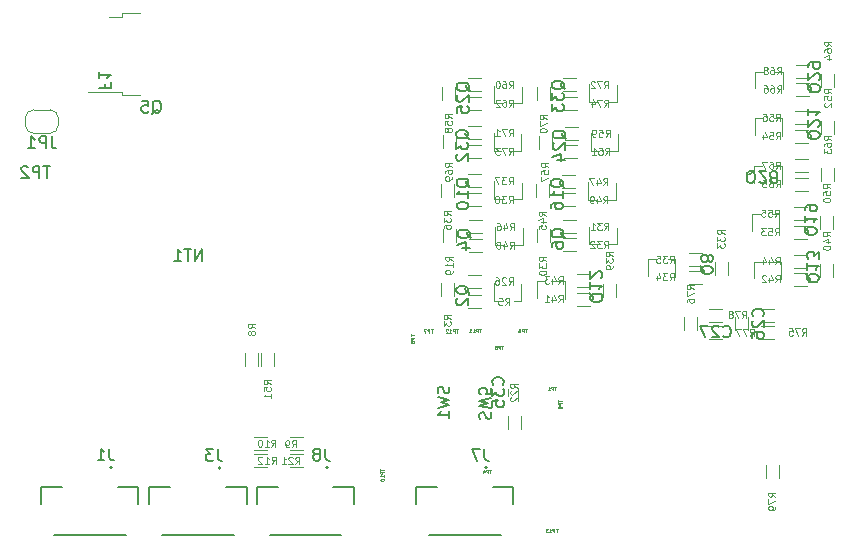
<source format=gbr>
%TF.GenerationSoftware,KiCad,Pcbnew,7.0.7*%
%TF.CreationDate,2023-08-17T16:49:06-04:00*%
%TF.ProjectId,eOPRA_interface,654f5052-415f-4696-9e74-657266616365,rev?*%
%TF.SameCoordinates,Original*%
%TF.FileFunction,Legend,Bot*%
%TF.FilePolarity,Positive*%
%FSLAX46Y46*%
G04 Gerber Fmt 4.6, Leading zero omitted, Abs format (unit mm)*
G04 Created by KiCad (PCBNEW 7.0.7) date 2023-08-17 16:49:06*
%MOMM*%
%LPD*%
G01*
G04 APERTURE LIST*
%ADD10C,0.150000*%
%ADD11C,0.100000*%
%ADD12C,0.050000*%
%ADD13C,0.120000*%
%ADD14C,0.127000*%
%ADD15C,0.200000*%
G04 APERTURE END LIST*
D10*
X141052200Y-111606667D02*
X141099819Y-111749524D01*
X141099819Y-111749524D02*
X141099819Y-111987619D01*
X141099819Y-111987619D02*
X141052200Y-112082857D01*
X141052200Y-112082857D02*
X141004580Y-112130476D01*
X141004580Y-112130476D02*
X140909342Y-112178095D01*
X140909342Y-112178095D02*
X140814104Y-112178095D01*
X140814104Y-112178095D02*
X140718866Y-112130476D01*
X140718866Y-112130476D02*
X140671247Y-112082857D01*
X140671247Y-112082857D02*
X140623628Y-111987619D01*
X140623628Y-111987619D02*
X140576009Y-111797143D01*
X140576009Y-111797143D02*
X140528390Y-111701905D01*
X140528390Y-111701905D02*
X140480771Y-111654286D01*
X140480771Y-111654286D02*
X140385533Y-111606667D01*
X140385533Y-111606667D02*
X140290295Y-111606667D01*
X140290295Y-111606667D02*
X140195057Y-111654286D01*
X140195057Y-111654286D02*
X140147438Y-111701905D01*
X140147438Y-111701905D02*
X140099819Y-111797143D01*
X140099819Y-111797143D02*
X140099819Y-112035238D01*
X140099819Y-112035238D02*
X140147438Y-112178095D01*
X140099819Y-112511429D02*
X141099819Y-112749524D01*
X141099819Y-112749524D02*
X140385533Y-112940000D01*
X140385533Y-112940000D02*
X141099819Y-113130476D01*
X141099819Y-113130476D02*
X140099819Y-113368572D01*
X141099819Y-114273333D02*
X141099819Y-113701905D01*
X141099819Y-113987619D02*
X140099819Y-113987619D01*
X140099819Y-113987619D02*
X140242676Y-113892381D01*
X140242676Y-113892381D02*
X140337914Y-113797143D01*
X140337914Y-113797143D02*
X140385533Y-113701905D01*
X143692800Y-114343332D02*
X143645180Y-114200475D01*
X143645180Y-114200475D02*
X143645180Y-113962380D01*
X143645180Y-113962380D02*
X143692800Y-113867142D01*
X143692800Y-113867142D02*
X143740419Y-113819523D01*
X143740419Y-113819523D02*
X143835657Y-113771904D01*
X143835657Y-113771904D02*
X143930895Y-113771904D01*
X143930895Y-113771904D02*
X144026133Y-113819523D01*
X144026133Y-113819523D02*
X144073752Y-113867142D01*
X144073752Y-113867142D02*
X144121371Y-113962380D01*
X144121371Y-113962380D02*
X144168990Y-114152856D01*
X144168990Y-114152856D02*
X144216609Y-114248094D01*
X144216609Y-114248094D02*
X144264228Y-114295713D01*
X144264228Y-114295713D02*
X144359466Y-114343332D01*
X144359466Y-114343332D02*
X144454704Y-114343332D01*
X144454704Y-114343332D02*
X144549942Y-114295713D01*
X144549942Y-114295713D02*
X144597561Y-114248094D01*
X144597561Y-114248094D02*
X144645180Y-114152856D01*
X144645180Y-114152856D02*
X144645180Y-113914761D01*
X144645180Y-113914761D02*
X144597561Y-113771904D01*
X144645180Y-113438570D02*
X143645180Y-113200475D01*
X143645180Y-113200475D02*
X144359466Y-113009999D01*
X144359466Y-113009999D02*
X143645180Y-112819523D01*
X143645180Y-112819523D02*
X144645180Y-112581428D01*
X144645180Y-111724285D02*
X144645180Y-112200475D01*
X144645180Y-112200475D02*
X144168990Y-112248094D01*
X144168990Y-112248094D02*
X144216609Y-112200475D01*
X144216609Y-112200475D02*
X144264228Y-112105237D01*
X144264228Y-112105237D02*
X144264228Y-111867142D01*
X144264228Y-111867142D02*
X144216609Y-111771904D01*
X144216609Y-111771904D02*
X144168990Y-111724285D01*
X144168990Y-111724285D02*
X144073752Y-111676666D01*
X144073752Y-111676666D02*
X143835657Y-111676666D01*
X143835657Y-111676666D02*
X143740419Y-111724285D01*
X143740419Y-111724285D02*
X143692800Y-111771904D01*
X143692800Y-111771904D02*
X143645180Y-111867142D01*
X143645180Y-111867142D02*
X143645180Y-112105237D01*
X143645180Y-112105237D02*
X143692800Y-112200475D01*
X143692800Y-112200475D02*
X143740419Y-112248094D01*
X152949942Y-103686428D02*
X152997561Y-103781666D01*
X152997561Y-103781666D02*
X153092800Y-103876904D01*
X153092800Y-103876904D02*
X153235657Y-104019761D01*
X153235657Y-104019761D02*
X153283276Y-104114999D01*
X153283276Y-104114999D02*
X153283276Y-104210237D01*
X153045180Y-104162618D02*
X153092800Y-104257856D01*
X153092800Y-104257856D02*
X153188038Y-104353094D01*
X153188038Y-104353094D02*
X153378514Y-104400713D01*
X153378514Y-104400713D02*
X153711847Y-104400713D01*
X153711847Y-104400713D02*
X153902323Y-104353094D01*
X153902323Y-104353094D02*
X153997561Y-104257856D01*
X153997561Y-104257856D02*
X154045180Y-104162618D01*
X154045180Y-104162618D02*
X154045180Y-103972142D01*
X154045180Y-103972142D02*
X153997561Y-103876904D01*
X153997561Y-103876904D02*
X153902323Y-103781666D01*
X153902323Y-103781666D02*
X153711847Y-103734047D01*
X153711847Y-103734047D02*
X153378514Y-103734047D01*
X153378514Y-103734047D02*
X153188038Y-103781666D01*
X153188038Y-103781666D02*
X153092800Y-103876904D01*
X153092800Y-103876904D02*
X153045180Y-103972142D01*
X153045180Y-103972142D02*
X153045180Y-104162618D01*
X153045180Y-102781666D02*
X153045180Y-103353094D01*
X153045180Y-103067380D02*
X154045180Y-103067380D01*
X154045180Y-103067380D02*
X153902323Y-103162618D01*
X153902323Y-103162618D02*
X153807085Y-103257856D01*
X153807085Y-103257856D02*
X153759466Y-103353094D01*
X153949942Y-102400713D02*
X153997561Y-102353094D01*
X153997561Y-102353094D02*
X154045180Y-102257856D01*
X154045180Y-102257856D02*
X154045180Y-102019761D01*
X154045180Y-102019761D02*
X153997561Y-101924523D01*
X153997561Y-101924523D02*
X153949942Y-101876904D01*
X153949942Y-101876904D02*
X153854704Y-101829285D01*
X153854704Y-101829285D02*
X153759466Y-101829285D01*
X153759466Y-101829285D02*
X153616609Y-101876904D01*
X153616609Y-101876904D02*
X153045180Y-102448332D01*
X153045180Y-102448332D02*
X153045180Y-101829285D01*
X171349942Y-89911428D02*
X171397561Y-90006666D01*
X171397561Y-90006666D02*
X171492800Y-90101904D01*
X171492800Y-90101904D02*
X171635657Y-90244761D01*
X171635657Y-90244761D02*
X171683276Y-90339999D01*
X171683276Y-90339999D02*
X171683276Y-90435237D01*
X171445180Y-90387618D02*
X171492800Y-90482856D01*
X171492800Y-90482856D02*
X171588038Y-90578094D01*
X171588038Y-90578094D02*
X171778514Y-90625713D01*
X171778514Y-90625713D02*
X172111847Y-90625713D01*
X172111847Y-90625713D02*
X172302323Y-90578094D01*
X172302323Y-90578094D02*
X172397561Y-90482856D01*
X172397561Y-90482856D02*
X172445180Y-90387618D01*
X172445180Y-90387618D02*
X172445180Y-90197142D01*
X172445180Y-90197142D02*
X172397561Y-90101904D01*
X172397561Y-90101904D02*
X172302323Y-90006666D01*
X172302323Y-90006666D02*
X172111847Y-89959047D01*
X172111847Y-89959047D02*
X171778514Y-89959047D01*
X171778514Y-89959047D02*
X171588038Y-90006666D01*
X171588038Y-90006666D02*
X171492800Y-90101904D01*
X171492800Y-90101904D02*
X171445180Y-90197142D01*
X171445180Y-90197142D02*
X171445180Y-90387618D01*
X172349942Y-89578094D02*
X172397561Y-89530475D01*
X172397561Y-89530475D02*
X172445180Y-89435237D01*
X172445180Y-89435237D02*
X172445180Y-89197142D01*
X172445180Y-89197142D02*
X172397561Y-89101904D01*
X172397561Y-89101904D02*
X172349942Y-89054285D01*
X172349942Y-89054285D02*
X172254704Y-89006666D01*
X172254704Y-89006666D02*
X172159466Y-89006666D01*
X172159466Y-89006666D02*
X172016609Y-89054285D01*
X172016609Y-89054285D02*
X171445180Y-89625713D01*
X171445180Y-89625713D02*
X171445180Y-89006666D01*
X171445180Y-88054285D02*
X171445180Y-88625713D01*
X171445180Y-88339999D02*
X172445180Y-88339999D01*
X172445180Y-88339999D02*
X172302323Y-88435237D01*
X172302323Y-88435237D02*
X172207085Y-88530475D01*
X172207085Y-88530475D02*
X172159466Y-88625713D01*
X120142856Y-100954819D02*
X120142856Y-99954819D01*
X120142856Y-99954819D02*
X119571428Y-100954819D01*
X119571428Y-100954819D02*
X119571428Y-99954819D01*
X119238094Y-99954819D02*
X118666666Y-99954819D01*
X118952380Y-100954819D02*
X118952380Y-99954819D01*
X117809523Y-100954819D02*
X118380951Y-100954819D01*
X118095237Y-100954819D02*
X118095237Y-99954819D01*
X118095237Y-99954819D02*
X118190475Y-100097676D01*
X118190475Y-100097676D02*
X118285713Y-100192914D01*
X118285713Y-100192914D02*
X118380951Y-100240533D01*
D11*
X150335714Y-102872371D02*
X150535714Y-102586657D01*
X150678571Y-102872371D02*
X150678571Y-102272371D01*
X150678571Y-102272371D02*
X150450000Y-102272371D01*
X150450000Y-102272371D02*
X150392857Y-102300942D01*
X150392857Y-102300942D02*
X150364286Y-102329514D01*
X150364286Y-102329514D02*
X150335714Y-102386657D01*
X150335714Y-102386657D02*
X150335714Y-102472371D01*
X150335714Y-102472371D02*
X150364286Y-102529514D01*
X150364286Y-102529514D02*
X150392857Y-102558085D01*
X150392857Y-102558085D02*
X150450000Y-102586657D01*
X150450000Y-102586657D02*
X150678571Y-102586657D01*
X149821429Y-102472371D02*
X149821429Y-102872371D01*
X149964286Y-102243800D02*
X150107143Y-102672371D01*
X150107143Y-102672371D02*
X149735714Y-102672371D01*
X149564285Y-102272371D02*
X149192857Y-102272371D01*
X149192857Y-102272371D02*
X149392857Y-102500942D01*
X149392857Y-102500942D02*
X149307142Y-102500942D01*
X149307142Y-102500942D02*
X149250000Y-102529514D01*
X149250000Y-102529514D02*
X149221428Y-102558085D01*
X149221428Y-102558085D02*
X149192857Y-102615228D01*
X149192857Y-102615228D02*
X149192857Y-102758085D01*
X149192857Y-102758085D02*
X149221428Y-102815228D01*
X149221428Y-102815228D02*
X149250000Y-102843800D01*
X149250000Y-102843800D02*
X149307142Y-102872371D01*
X149307142Y-102872371D02*
X149478571Y-102872371D01*
X149478571Y-102872371D02*
X149535714Y-102843800D01*
X149535714Y-102843800D02*
X149564285Y-102815228D01*
D10*
X142800057Y-94708571D02*
X142752438Y-94613333D01*
X142752438Y-94613333D02*
X142657200Y-94518095D01*
X142657200Y-94518095D02*
X142514342Y-94375238D01*
X142514342Y-94375238D02*
X142466723Y-94280000D01*
X142466723Y-94280000D02*
X142466723Y-94184762D01*
X142704819Y-94232381D02*
X142657200Y-94137143D01*
X142657200Y-94137143D02*
X142561961Y-94041905D01*
X142561961Y-94041905D02*
X142371485Y-93994286D01*
X142371485Y-93994286D02*
X142038152Y-93994286D01*
X142038152Y-93994286D02*
X141847676Y-94041905D01*
X141847676Y-94041905D02*
X141752438Y-94137143D01*
X141752438Y-94137143D02*
X141704819Y-94232381D01*
X141704819Y-94232381D02*
X141704819Y-94422857D01*
X141704819Y-94422857D02*
X141752438Y-94518095D01*
X141752438Y-94518095D02*
X141847676Y-94613333D01*
X141847676Y-94613333D02*
X142038152Y-94660952D01*
X142038152Y-94660952D02*
X142371485Y-94660952D01*
X142371485Y-94660952D02*
X142561961Y-94613333D01*
X142561961Y-94613333D02*
X142657200Y-94518095D01*
X142657200Y-94518095D02*
X142704819Y-94422857D01*
X142704819Y-94422857D02*
X142704819Y-94232381D01*
X142704819Y-95613333D02*
X142704819Y-95041905D01*
X142704819Y-95327619D02*
X141704819Y-95327619D01*
X141704819Y-95327619D02*
X141847676Y-95232381D01*
X141847676Y-95232381D02*
X141942914Y-95137143D01*
X141942914Y-95137143D02*
X141990533Y-95041905D01*
X141704819Y-96232381D02*
X141704819Y-96327619D01*
X141704819Y-96327619D02*
X141752438Y-96422857D01*
X141752438Y-96422857D02*
X141800057Y-96470476D01*
X141800057Y-96470476D02*
X141895295Y-96518095D01*
X141895295Y-96518095D02*
X142085771Y-96565714D01*
X142085771Y-96565714D02*
X142323866Y-96565714D01*
X142323866Y-96565714D02*
X142514342Y-96518095D01*
X142514342Y-96518095D02*
X142609580Y-96470476D01*
X142609580Y-96470476D02*
X142657200Y-96422857D01*
X142657200Y-96422857D02*
X142704819Y-96327619D01*
X142704819Y-96327619D02*
X142704819Y-96232381D01*
X142704819Y-96232381D02*
X142657200Y-96137143D01*
X142657200Y-96137143D02*
X142609580Y-96089524D01*
X142609580Y-96089524D02*
X142514342Y-96041905D01*
X142514342Y-96041905D02*
X142323866Y-95994286D01*
X142323866Y-95994286D02*
X142085771Y-95994286D01*
X142085771Y-95994286D02*
X141895295Y-96041905D01*
X141895295Y-96041905D02*
X141800057Y-96089524D01*
X141800057Y-96089524D02*
X141752438Y-96137143D01*
X141752438Y-96137143D02*
X141704819Y-96232381D01*
D11*
X166562462Y-107297371D02*
X166762462Y-107011657D01*
X166905319Y-107297371D02*
X166905319Y-106697371D01*
X166905319Y-106697371D02*
X166676748Y-106697371D01*
X166676748Y-106697371D02*
X166619605Y-106725942D01*
X166619605Y-106725942D02*
X166591034Y-106754514D01*
X166591034Y-106754514D02*
X166562462Y-106811657D01*
X166562462Y-106811657D02*
X166562462Y-106897371D01*
X166562462Y-106897371D02*
X166591034Y-106954514D01*
X166591034Y-106954514D02*
X166619605Y-106983085D01*
X166619605Y-106983085D02*
X166676748Y-107011657D01*
X166676748Y-107011657D02*
X166905319Y-107011657D01*
X166362462Y-106697371D02*
X165962462Y-106697371D01*
X165962462Y-106697371D02*
X166219605Y-107297371D01*
X165791033Y-106697371D02*
X165391033Y-106697371D01*
X165391033Y-106697371D02*
X165648176Y-107297371D01*
D12*
X147678570Y-106711185D02*
X147507142Y-106711185D01*
X147592856Y-107011185D02*
X147592856Y-106711185D01*
X147407142Y-107011185D02*
X147407142Y-106711185D01*
X147407142Y-106711185D02*
X147292856Y-106711185D01*
X147292856Y-106711185D02*
X147264285Y-106725471D01*
X147264285Y-106725471D02*
X147249999Y-106739757D01*
X147249999Y-106739757D02*
X147235713Y-106768328D01*
X147235713Y-106768328D02*
X147235713Y-106811185D01*
X147235713Y-106811185D02*
X147249999Y-106839757D01*
X147249999Y-106839757D02*
X147264285Y-106854042D01*
X147264285Y-106854042D02*
X147292856Y-106868328D01*
X147292856Y-106868328D02*
X147407142Y-106868328D01*
X146978571Y-106711185D02*
X147035713Y-106711185D01*
X147035713Y-106711185D02*
X147064285Y-106725471D01*
X147064285Y-106725471D02*
X147078571Y-106739757D01*
X147078571Y-106739757D02*
X147107142Y-106782614D01*
X147107142Y-106782614D02*
X147121428Y-106839757D01*
X147121428Y-106839757D02*
X147121428Y-106954042D01*
X147121428Y-106954042D02*
X147107142Y-106982614D01*
X147107142Y-106982614D02*
X147092856Y-106996900D01*
X147092856Y-106996900D02*
X147064285Y-107011185D01*
X147064285Y-107011185D02*
X147007142Y-107011185D01*
X147007142Y-107011185D02*
X146978571Y-106996900D01*
X146978571Y-106996900D02*
X146964285Y-106982614D01*
X146964285Y-106982614D02*
X146949999Y-106954042D01*
X146949999Y-106954042D02*
X146949999Y-106882614D01*
X146949999Y-106882614D02*
X146964285Y-106854042D01*
X146964285Y-106854042D02*
X146978571Y-106839757D01*
X146978571Y-106839757D02*
X147007142Y-106825471D01*
X147007142Y-106825471D02*
X147064285Y-106825471D01*
X147064285Y-106825471D02*
X147092856Y-106839757D01*
X147092856Y-106839757D02*
X147107142Y-106854042D01*
X147107142Y-106854042D02*
X147121428Y-106882614D01*
D11*
X125972371Y-111414285D02*
X125686657Y-111214285D01*
X125972371Y-111071428D02*
X125372371Y-111071428D01*
X125372371Y-111071428D02*
X125372371Y-111299999D01*
X125372371Y-111299999D02*
X125400942Y-111357142D01*
X125400942Y-111357142D02*
X125429514Y-111385713D01*
X125429514Y-111385713D02*
X125486657Y-111414285D01*
X125486657Y-111414285D02*
X125572371Y-111414285D01*
X125572371Y-111414285D02*
X125629514Y-111385713D01*
X125629514Y-111385713D02*
X125658085Y-111357142D01*
X125658085Y-111357142D02*
X125686657Y-111299999D01*
X125686657Y-111299999D02*
X125686657Y-111071428D01*
X125372371Y-111957142D02*
X125372371Y-111671428D01*
X125372371Y-111671428D02*
X125658085Y-111642856D01*
X125658085Y-111642856D02*
X125629514Y-111671428D01*
X125629514Y-111671428D02*
X125600942Y-111728571D01*
X125600942Y-111728571D02*
X125600942Y-111871428D01*
X125600942Y-111871428D02*
X125629514Y-111928571D01*
X125629514Y-111928571D02*
X125658085Y-111957142D01*
X125658085Y-111957142D02*
X125715228Y-111985713D01*
X125715228Y-111985713D02*
X125858085Y-111985713D01*
X125858085Y-111985713D02*
X125915228Y-111957142D01*
X125915228Y-111957142D02*
X125943800Y-111928571D01*
X125943800Y-111928571D02*
X125972371Y-111871428D01*
X125972371Y-111871428D02*
X125972371Y-111728571D01*
X125972371Y-111728571D02*
X125943800Y-111671428D01*
X125943800Y-111671428D02*
X125915228Y-111642856D01*
X125972371Y-112557142D02*
X125972371Y-112214285D01*
X125972371Y-112385714D02*
X125372371Y-112385714D01*
X125372371Y-112385714D02*
X125458085Y-112328571D01*
X125458085Y-112328571D02*
X125515228Y-112271428D01*
X125515228Y-112271428D02*
X125543800Y-112214285D01*
X146115714Y-102957371D02*
X146315714Y-102671657D01*
X146458571Y-102957371D02*
X146458571Y-102357371D01*
X146458571Y-102357371D02*
X146230000Y-102357371D01*
X146230000Y-102357371D02*
X146172857Y-102385942D01*
X146172857Y-102385942D02*
X146144286Y-102414514D01*
X146144286Y-102414514D02*
X146115714Y-102471657D01*
X146115714Y-102471657D02*
X146115714Y-102557371D01*
X146115714Y-102557371D02*
X146144286Y-102614514D01*
X146144286Y-102614514D02*
X146172857Y-102643085D01*
X146172857Y-102643085D02*
X146230000Y-102671657D01*
X146230000Y-102671657D02*
X146458571Y-102671657D01*
X145887143Y-102414514D02*
X145858571Y-102385942D01*
X145858571Y-102385942D02*
X145801429Y-102357371D01*
X145801429Y-102357371D02*
X145658571Y-102357371D01*
X145658571Y-102357371D02*
X145601429Y-102385942D01*
X145601429Y-102385942D02*
X145572857Y-102414514D01*
X145572857Y-102414514D02*
X145544286Y-102471657D01*
X145544286Y-102471657D02*
X145544286Y-102528800D01*
X145544286Y-102528800D02*
X145572857Y-102614514D01*
X145572857Y-102614514D02*
X145915714Y-102957371D01*
X145915714Y-102957371D02*
X145544286Y-102957371D01*
X145030000Y-102357371D02*
X145144285Y-102357371D01*
X145144285Y-102357371D02*
X145201428Y-102385942D01*
X145201428Y-102385942D02*
X145230000Y-102414514D01*
X145230000Y-102414514D02*
X145287142Y-102500228D01*
X145287142Y-102500228D02*
X145315714Y-102614514D01*
X145315714Y-102614514D02*
X145315714Y-102843085D01*
X145315714Y-102843085D02*
X145287142Y-102900228D01*
X145287142Y-102900228D02*
X145258571Y-102928800D01*
X145258571Y-102928800D02*
X145201428Y-102957371D01*
X145201428Y-102957371D02*
X145087142Y-102957371D01*
X145087142Y-102957371D02*
X145030000Y-102928800D01*
X145030000Y-102928800D02*
X145001428Y-102900228D01*
X145001428Y-102900228D02*
X144972857Y-102843085D01*
X144972857Y-102843085D02*
X144972857Y-102700228D01*
X144972857Y-102700228D02*
X145001428Y-102643085D01*
X145001428Y-102643085D02*
X145030000Y-102614514D01*
X145030000Y-102614514D02*
X145087142Y-102585942D01*
X145087142Y-102585942D02*
X145201428Y-102585942D01*
X145201428Y-102585942D02*
X145258571Y-102614514D01*
X145258571Y-102614514D02*
X145287142Y-102643085D01*
X145287142Y-102643085D02*
X145315714Y-102700228D01*
X168855714Y-85147371D02*
X169055714Y-84861657D01*
X169198571Y-85147371D02*
X169198571Y-84547371D01*
X169198571Y-84547371D02*
X168970000Y-84547371D01*
X168970000Y-84547371D02*
X168912857Y-84575942D01*
X168912857Y-84575942D02*
X168884286Y-84604514D01*
X168884286Y-84604514D02*
X168855714Y-84661657D01*
X168855714Y-84661657D02*
X168855714Y-84747371D01*
X168855714Y-84747371D02*
X168884286Y-84804514D01*
X168884286Y-84804514D02*
X168912857Y-84833085D01*
X168912857Y-84833085D02*
X168970000Y-84861657D01*
X168970000Y-84861657D02*
X169198571Y-84861657D01*
X168341429Y-84547371D02*
X168455714Y-84547371D01*
X168455714Y-84547371D02*
X168512857Y-84575942D01*
X168512857Y-84575942D02*
X168541429Y-84604514D01*
X168541429Y-84604514D02*
X168598571Y-84690228D01*
X168598571Y-84690228D02*
X168627143Y-84804514D01*
X168627143Y-84804514D02*
X168627143Y-85033085D01*
X168627143Y-85033085D02*
X168598571Y-85090228D01*
X168598571Y-85090228D02*
X168570000Y-85118800D01*
X168570000Y-85118800D02*
X168512857Y-85147371D01*
X168512857Y-85147371D02*
X168398571Y-85147371D01*
X168398571Y-85147371D02*
X168341429Y-85118800D01*
X168341429Y-85118800D02*
X168312857Y-85090228D01*
X168312857Y-85090228D02*
X168284286Y-85033085D01*
X168284286Y-85033085D02*
X168284286Y-84890228D01*
X168284286Y-84890228D02*
X168312857Y-84833085D01*
X168312857Y-84833085D02*
X168341429Y-84804514D01*
X168341429Y-84804514D02*
X168398571Y-84775942D01*
X168398571Y-84775942D02*
X168512857Y-84775942D01*
X168512857Y-84775942D02*
X168570000Y-84804514D01*
X168570000Y-84804514D02*
X168598571Y-84833085D01*
X168598571Y-84833085D02*
X168627143Y-84890228D01*
X167941428Y-84804514D02*
X167998571Y-84775942D01*
X167998571Y-84775942D02*
X168027142Y-84747371D01*
X168027142Y-84747371D02*
X168055714Y-84690228D01*
X168055714Y-84690228D02*
X168055714Y-84661657D01*
X168055714Y-84661657D02*
X168027142Y-84604514D01*
X168027142Y-84604514D02*
X167998571Y-84575942D01*
X167998571Y-84575942D02*
X167941428Y-84547371D01*
X167941428Y-84547371D02*
X167827142Y-84547371D01*
X167827142Y-84547371D02*
X167770000Y-84575942D01*
X167770000Y-84575942D02*
X167741428Y-84604514D01*
X167741428Y-84604514D02*
X167712857Y-84661657D01*
X167712857Y-84661657D02*
X167712857Y-84690228D01*
X167712857Y-84690228D02*
X167741428Y-84747371D01*
X167741428Y-84747371D02*
X167770000Y-84775942D01*
X167770000Y-84775942D02*
X167827142Y-84804514D01*
X167827142Y-84804514D02*
X167941428Y-84804514D01*
X167941428Y-84804514D02*
X167998571Y-84833085D01*
X167998571Y-84833085D02*
X168027142Y-84861657D01*
X168027142Y-84861657D02*
X168055714Y-84918800D01*
X168055714Y-84918800D02*
X168055714Y-85033085D01*
X168055714Y-85033085D02*
X168027142Y-85090228D01*
X168027142Y-85090228D02*
X167998571Y-85118800D01*
X167998571Y-85118800D02*
X167941428Y-85147371D01*
X167941428Y-85147371D02*
X167827142Y-85147371D01*
X167827142Y-85147371D02*
X167770000Y-85118800D01*
X167770000Y-85118800D02*
X167741428Y-85090228D01*
X167741428Y-85090228D02*
X167712857Y-85033085D01*
X167712857Y-85033085D02*
X167712857Y-84918800D01*
X167712857Y-84918800D02*
X167741428Y-84861657D01*
X167741428Y-84861657D02*
X167770000Y-84833085D01*
X167770000Y-84833085D02*
X167827142Y-84804514D01*
D10*
X171399942Y-85951428D02*
X171447561Y-86046666D01*
X171447561Y-86046666D02*
X171542800Y-86141904D01*
X171542800Y-86141904D02*
X171685657Y-86284761D01*
X171685657Y-86284761D02*
X171733276Y-86379999D01*
X171733276Y-86379999D02*
X171733276Y-86475237D01*
X171495180Y-86427618D02*
X171542800Y-86522856D01*
X171542800Y-86522856D02*
X171638038Y-86618094D01*
X171638038Y-86618094D02*
X171828514Y-86665713D01*
X171828514Y-86665713D02*
X172161847Y-86665713D01*
X172161847Y-86665713D02*
X172352323Y-86618094D01*
X172352323Y-86618094D02*
X172447561Y-86522856D01*
X172447561Y-86522856D02*
X172495180Y-86427618D01*
X172495180Y-86427618D02*
X172495180Y-86237142D01*
X172495180Y-86237142D02*
X172447561Y-86141904D01*
X172447561Y-86141904D02*
X172352323Y-86046666D01*
X172352323Y-86046666D02*
X172161847Y-85999047D01*
X172161847Y-85999047D02*
X171828514Y-85999047D01*
X171828514Y-85999047D02*
X171638038Y-86046666D01*
X171638038Y-86046666D02*
X171542800Y-86141904D01*
X171542800Y-86141904D02*
X171495180Y-86237142D01*
X171495180Y-86237142D02*
X171495180Y-86427618D01*
X172399942Y-85618094D02*
X172447561Y-85570475D01*
X172447561Y-85570475D02*
X172495180Y-85475237D01*
X172495180Y-85475237D02*
X172495180Y-85237142D01*
X172495180Y-85237142D02*
X172447561Y-85141904D01*
X172447561Y-85141904D02*
X172399942Y-85094285D01*
X172399942Y-85094285D02*
X172304704Y-85046666D01*
X172304704Y-85046666D02*
X172209466Y-85046666D01*
X172209466Y-85046666D02*
X172066609Y-85094285D01*
X172066609Y-85094285D02*
X171495180Y-85665713D01*
X171495180Y-85665713D02*
X171495180Y-85046666D01*
X171495180Y-84570475D02*
X171495180Y-84379999D01*
X171495180Y-84379999D02*
X171542800Y-84284761D01*
X171542800Y-84284761D02*
X171590419Y-84237142D01*
X171590419Y-84237142D02*
X171733276Y-84141904D01*
X171733276Y-84141904D02*
X171923752Y-84094285D01*
X171923752Y-84094285D02*
X172304704Y-84094285D01*
X172304704Y-84094285D02*
X172399942Y-84141904D01*
X172399942Y-84141904D02*
X172447561Y-84189523D01*
X172447561Y-84189523D02*
X172495180Y-84284761D01*
X172495180Y-84284761D02*
X172495180Y-84475237D01*
X172495180Y-84475237D02*
X172447561Y-84570475D01*
X172447561Y-84570475D02*
X172399942Y-84618094D01*
X172399942Y-84618094D02*
X172304704Y-84665713D01*
X172304704Y-84665713D02*
X172066609Y-84665713D01*
X172066609Y-84665713D02*
X171971371Y-84618094D01*
X171971371Y-84618094D02*
X171923752Y-84570475D01*
X171923752Y-84570475D02*
X171876133Y-84475237D01*
X171876133Y-84475237D02*
X171876133Y-84284761D01*
X171876133Y-84284761D02*
X171923752Y-84189523D01*
X171923752Y-84189523D02*
X171971371Y-84141904D01*
X171971371Y-84141904D02*
X172066609Y-84094285D01*
X142825057Y-86588571D02*
X142777438Y-86493333D01*
X142777438Y-86493333D02*
X142682200Y-86398095D01*
X142682200Y-86398095D02*
X142539342Y-86255238D01*
X142539342Y-86255238D02*
X142491723Y-86160000D01*
X142491723Y-86160000D02*
X142491723Y-86064762D01*
X142729819Y-86112381D02*
X142682200Y-86017143D01*
X142682200Y-86017143D02*
X142586961Y-85921905D01*
X142586961Y-85921905D02*
X142396485Y-85874286D01*
X142396485Y-85874286D02*
X142063152Y-85874286D01*
X142063152Y-85874286D02*
X141872676Y-85921905D01*
X141872676Y-85921905D02*
X141777438Y-86017143D01*
X141777438Y-86017143D02*
X141729819Y-86112381D01*
X141729819Y-86112381D02*
X141729819Y-86302857D01*
X141729819Y-86302857D02*
X141777438Y-86398095D01*
X141777438Y-86398095D02*
X141872676Y-86493333D01*
X141872676Y-86493333D02*
X142063152Y-86540952D01*
X142063152Y-86540952D02*
X142396485Y-86540952D01*
X142396485Y-86540952D02*
X142586961Y-86493333D01*
X142586961Y-86493333D02*
X142682200Y-86398095D01*
X142682200Y-86398095D02*
X142729819Y-86302857D01*
X142729819Y-86302857D02*
X142729819Y-86112381D01*
X141825057Y-86921905D02*
X141777438Y-86969524D01*
X141777438Y-86969524D02*
X141729819Y-87064762D01*
X141729819Y-87064762D02*
X141729819Y-87302857D01*
X141729819Y-87302857D02*
X141777438Y-87398095D01*
X141777438Y-87398095D02*
X141825057Y-87445714D01*
X141825057Y-87445714D02*
X141920295Y-87493333D01*
X141920295Y-87493333D02*
X142015533Y-87493333D01*
X142015533Y-87493333D02*
X142158390Y-87445714D01*
X142158390Y-87445714D02*
X142729819Y-86874286D01*
X142729819Y-86874286D02*
X142729819Y-87493333D01*
X141729819Y-88398095D02*
X141729819Y-87921905D01*
X141729819Y-87921905D02*
X142206009Y-87874286D01*
X142206009Y-87874286D02*
X142158390Y-87921905D01*
X142158390Y-87921905D02*
X142110771Y-88017143D01*
X142110771Y-88017143D02*
X142110771Y-88255238D01*
X142110771Y-88255238D02*
X142158390Y-88350476D01*
X142158390Y-88350476D02*
X142206009Y-88398095D01*
X142206009Y-88398095D02*
X142301247Y-88445714D01*
X142301247Y-88445714D02*
X142539342Y-88445714D01*
X142539342Y-88445714D02*
X142634580Y-88398095D01*
X142634580Y-88398095D02*
X142682200Y-88350476D01*
X142682200Y-88350476D02*
X142729819Y-88255238D01*
X142729819Y-88255238D02*
X142729819Y-88017143D01*
X142729819Y-88017143D02*
X142682200Y-87921905D01*
X142682200Y-87921905D02*
X142634580Y-87874286D01*
D11*
X141332371Y-93004285D02*
X141046657Y-92804285D01*
X141332371Y-92661428D02*
X140732371Y-92661428D01*
X140732371Y-92661428D02*
X140732371Y-92889999D01*
X140732371Y-92889999D02*
X140760942Y-92947142D01*
X140760942Y-92947142D02*
X140789514Y-92975713D01*
X140789514Y-92975713D02*
X140846657Y-93004285D01*
X140846657Y-93004285D02*
X140932371Y-93004285D01*
X140932371Y-93004285D02*
X140989514Y-92975713D01*
X140989514Y-92975713D02*
X141018085Y-92947142D01*
X141018085Y-92947142D02*
X141046657Y-92889999D01*
X141046657Y-92889999D02*
X141046657Y-92661428D01*
X140732371Y-93518571D02*
X140732371Y-93404285D01*
X140732371Y-93404285D02*
X140760942Y-93347142D01*
X140760942Y-93347142D02*
X140789514Y-93318571D01*
X140789514Y-93318571D02*
X140875228Y-93261428D01*
X140875228Y-93261428D02*
X140989514Y-93232856D01*
X140989514Y-93232856D02*
X141218085Y-93232856D01*
X141218085Y-93232856D02*
X141275228Y-93261428D01*
X141275228Y-93261428D02*
X141303800Y-93289999D01*
X141303800Y-93289999D02*
X141332371Y-93347142D01*
X141332371Y-93347142D02*
X141332371Y-93461428D01*
X141332371Y-93461428D02*
X141303800Y-93518571D01*
X141303800Y-93518571D02*
X141275228Y-93547142D01*
X141275228Y-93547142D02*
X141218085Y-93575713D01*
X141218085Y-93575713D02*
X141075228Y-93575713D01*
X141075228Y-93575713D02*
X141018085Y-93547142D01*
X141018085Y-93547142D02*
X140989514Y-93518571D01*
X140989514Y-93518571D02*
X140960942Y-93461428D01*
X140960942Y-93461428D02*
X140960942Y-93347142D01*
X140960942Y-93347142D02*
X140989514Y-93289999D01*
X140989514Y-93289999D02*
X141018085Y-93261428D01*
X141018085Y-93261428D02*
X141075228Y-93232856D01*
X141332371Y-93861428D02*
X141332371Y-93975714D01*
X141332371Y-93975714D02*
X141303800Y-94032857D01*
X141303800Y-94032857D02*
X141275228Y-94061428D01*
X141275228Y-94061428D02*
X141189514Y-94118571D01*
X141189514Y-94118571D02*
X141075228Y-94147142D01*
X141075228Y-94147142D02*
X140846657Y-94147142D01*
X140846657Y-94147142D02*
X140789514Y-94118571D01*
X140789514Y-94118571D02*
X140760942Y-94090000D01*
X140760942Y-94090000D02*
X140732371Y-94032857D01*
X140732371Y-94032857D02*
X140732371Y-93918571D01*
X140732371Y-93918571D02*
X140760942Y-93861428D01*
X140760942Y-93861428D02*
X140789514Y-93832857D01*
X140789514Y-93832857D02*
X140846657Y-93804285D01*
X140846657Y-93804285D02*
X140989514Y-93804285D01*
X140989514Y-93804285D02*
X141046657Y-93832857D01*
X141046657Y-93832857D02*
X141075228Y-93861428D01*
X141075228Y-93861428D02*
X141103800Y-93918571D01*
X141103800Y-93918571D02*
X141103800Y-94032857D01*
X141103800Y-94032857D02*
X141075228Y-94090000D01*
X141075228Y-94090000D02*
X141046657Y-94118571D01*
X141046657Y-94118571D02*
X140989514Y-94147142D01*
D10*
X162324942Y-101350238D02*
X162372561Y-101445476D01*
X162372561Y-101445476D02*
X162467800Y-101540714D01*
X162467800Y-101540714D02*
X162610657Y-101683571D01*
X162610657Y-101683571D02*
X162658276Y-101778809D01*
X162658276Y-101778809D02*
X162658276Y-101874047D01*
X162420180Y-101826428D02*
X162467800Y-101921666D01*
X162467800Y-101921666D02*
X162563038Y-102016904D01*
X162563038Y-102016904D02*
X162753514Y-102064523D01*
X162753514Y-102064523D02*
X163086847Y-102064523D01*
X163086847Y-102064523D02*
X163277323Y-102016904D01*
X163277323Y-102016904D02*
X163372561Y-101921666D01*
X163372561Y-101921666D02*
X163420180Y-101826428D01*
X163420180Y-101826428D02*
X163420180Y-101635952D01*
X163420180Y-101635952D02*
X163372561Y-101540714D01*
X163372561Y-101540714D02*
X163277323Y-101445476D01*
X163277323Y-101445476D02*
X163086847Y-101397857D01*
X163086847Y-101397857D02*
X162753514Y-101397857D01*
X162753514Y-101397857D02*
X162563038Y-101445476D01*
X162563038Y-101445476D02*
X162467800Y-101540714D01*
X162467800Y-101540714D02*
X162420180Y-101635952D01*
X162420180Y-101635952D02*
X162420180Y-101826428D01*
X162991609Y-100826428D02*
X163039228Y-100921666D01*
X163039228Y-100921666D02*
X163086847Y-100969285D01*
X163086847Y-100969285D02*
X163182085Y-101016904D01*
X163182085Y-101016904D02*
X163229704Y-101016904D01*
X163229704Y-101016904D02*
X163324942Y-100969285D01*
X163324942Y-100969285D02*
X163372561Y-100921666D01*
X163372561Y-100921666D02*
X163420180Y-100826428D01*
X163420180Y-100826428D02*
X163420180Y-100635952D01*
X163420180Y-100635952D02*
X163372561Y-100540714D01*
X163372561Y-100540714D02*
X163324942Y-100493095D01*
X163324942Y-100493095D02*
X163229704Y-100445476D01*
X163229704Y-100445476D02*
X163182085Y-100445476D01*
X163182085Y-100445476D02*
X163086847Y-100493095D01*
X163086847Y-100493095D02*
X163039228Y-100540714D01*
X163039228Y-100540714D02*
X162991609Y-100635952D01*
X162991609Y-100635952D02*
X162991609Y-100826428D01*
X162991609Y-100826428D02*
X162943990Y-100921666D01*
X162943990Y-100921666D02*
X162896371Y-100969285D01*
X162896371Y-100969285D02*
X162801133Y-101016904D01*
X162801133Y-101016904D02*
X162610657Y-101016904D01*
X162610657Y-101016904D02*
X162515419Y-100969285D01*
X162515419Y-100969285D02*
X162467800Y-100921666D01*
X162467800Y-100921666D02*
X162420180Y-100826428D01*
X162420180Y-100826428D02*
X162420180Y-100635952D01*
X162420180Y-100635952D02*
X162467800Y-100540714D01*
X162467800Y-100540714D02*
X162515419Y-100493095D01*
X162515419Y-100493095D02*
X162610657Y-100445476D01*
X162610657Y-100445476D02*
X162801133Y-100445476D01*
X162801133Y-100445476D02*
X162896371Y-100493095D01*
X162896371Y-100493095D02*
X162943990Y-100540714D01*
X162943990Y-100540714D02*
X162991609Y-100635952D01*
D11*
X165885714Y-105797371D02*
X166085714Y-105511657D01*
X166228571Y-105797371D02*
X166228571Y-105197371D01*
X166228571Y-105197371D02*
X166000000Y-105197371D01*
X166000000Y-105197371D02*
X165942857Y-105225942D01*
X165942857Y-105225942D02*
X165914286Y-105254514D01*
X165914286Y-105254514D02*
X165885714Y-105311657D01*
X165885714Y-105311657D02*
X165885714Y-105397371D01*
X165885714Y-105397371D02*
X165914286Y-105454514D01*
X165914286Y-105454514D02*
X165942857Y-105483085D01*
X165942857Y-105483085D02*
X166000000Y-105511657D01*
X166000000Y-105511657D02*
X166228571Y-105511657D01*
X165685714Y-105197371D02*
X165285714Y-105197371D01*
X165285714Y-105197371D02*
X165542857Y-105797371D01*
X164971428Y-105454514D02*
X165028571Y-105425942D01*
X165028571Y-105425942D02*
X165057142Y-105397371D01*
X165057142Y-105397371D02*
X165085714Y-105340228D01*
X165085714Y-105340228D02*
X165085714Y-105311657D01*
X165085714Y-105311657D02*
X165057142Y-105254514D01*
X165057142Y-105254514D02*
X165028571Y-105225942D01*
X165028571Y-105225942D02*
X164971428Y-105197371D01*
X164971428Y-105197371D02*
X164857142Y-105197371D01*
X164857142Y-105197371D02*
X164800000Y-105225942D01*
X164800000Y-105225942D02*
X164771428Y-105254514D01*
X164771428Y-105254514D02*
X164742857Y-105311657D01*
X164742857Y-105311657D02*
X164742857Y-105340228D01*
X164742857Y-105340228D02*
X164771428Y-105397371D01*
X164771428Y-105397371D02*
X164800000Y-105425942D01*
X164800000Y-105425942D02*
X164857142Y-105454514D01*
X164857142Y-105454514D02*
X164971428Y-105454514D01*
X164971428Y-105454514D02*
X165028571Y-105483085D01*
X165028571Y-105483085D02*
X165057142Y-105511657D01*
X165057142Y-105511657D02*
X165085714Y-105568800D01*
X165085714Y-105568800D02*
X165085714Y-105683085D01*
X165085714Y-105683085D02*
X165057142Y-105740228D01*
X165057142Y-105740228D02*
X165028571Y-105768800D01*
X165028571Y-105768800D02*
X164971428Y-105797371D01*
X164971428Y-105797371D02*
X164857142Y-105797371D01*
X164857142Y-105797371D02*
X164800000Y-105768800D01*
X164800000Y-105768800D02*
X164771428Y-105740228D01*
X164771428Y-105740228D02*
X164742857Y-105683085D01*
X164742857Y-105683085D02*
X164742857Y-105568800D01*
X164742857Y-105568800D02*
X164771428Y-105511657D01*
X164771428Y-105511657D02*
X164800000Y-105483085D01*
X164800000Y-105483085D02*
X164857142Y-105454514D01*
D10*
X171124942Y-98036428D02*
X171172561Y-98131666D01*
X171172561Y-98131666D02*
X171267800Y-98226904D01*
X171267800Y-98226904D02*
X171410657Y-98369761D01*
X171410657Y-98369761D02*
X171458276Y-98464999D01*
X171458276Y-98464999D02*
X171458276Y-98560237D01*
X171220180Y-98512618D02*
X171267800Y-98607856D01*
X171267800Y-98607856D02*
X171363038Y-98703094D01*
X171363038Y-98703094D02*
X171553514Y-98750713D01*
X171553514Y-98750713D02*
X171886847Y-98750713D01*
X171886847Y-98750713D02*
X172077323Y-98703094D01*
X172077323Y-98703094D02*
X172172561Y-98607856D01*
X172172561Y-98607856D02*
X172220180Y-98512618D01*
X172220180Y-98512618D02*
X172220180Y-98322142D01*
X172220180Y-98322142D02*
X172172561Y-98226904D01*
X172172561Y-98226904D02*
X172077323Y-98131666D01*
X172077323Y-98131666D02*
X171886847Y-98084047D01*
X171886847Y-98084047D02*
X171553514Y-98084047D01*
X171553514Y-98084047D02*
X171363038Y-98131666D01*
X171363038Y-98131666D02*
X171267800Y-98226904D01*
X171267800Y-98226904D02*
X171220180Y-98322142D01*
X171220180Y-98322142D02*
X171220180Y-98512618D01*
X171220180Y-97131666D02*
X171220180Y-97703094D01*
X171220180Y-97417380D02*
X172220180Y-97417380D01*
X172220180Y-97417380D02*
X172077323Y-97512618D01*
X172077323Y-97512618D02*
X171982085Y-97607856D01*
X171982085Y-97607856D02*
X171934466Y-97703094D01*
X171220180Y-96655475D02*
X171220180Y-96464999D01*
X171220180Y-96464999D02*
X171267800Y-96369761D01*
X171267800Y-96369761D02*
X171315419Y-96322142D01*
X171315419Y-96322142D02*
X171458276Y-96226904D01*
X171458276Y-96226904D02*
X171648752Y-96179285D01*
X171648752Y-96179285D02*
X172029704Y-96179285D01*
X172029704Y-96179285D02*
X172124942Y-96226904D01*
X172124942Y-96226904D02*
X172172561Y-96274523D01*
X172172561Y-96274523D02*
X172220180Y-96369761D01*
X172220180Y-96369761D02*
X172220180Y-96560237D01*
X172220180Y-96560237D02*
X172172561Y-96655475D01*
X172172561Y-96655475D02*
X172124942Y-96703094D01*
X172124942Y-96703094D02*
X172029704Y-96750713D01*
X172029704Y-96750713D02*
X171791609Y-96750713D01*
X171791609Y-96750713D02*
X171696371Y-96703094D01*
X171696371Y-96703094D02*
X171648752Y-96655475D01*
X171648752Y-96655475D02*
X171601133Y-96560237D01*
X171601133Y-96560237D02*
X171601133Y-96369761D01*
X171601133Y-96369761D02*
X171648752Y-96274523D01*
X171648752Y-96274523D02*
X171696371Y-96226904D01*
X171696371Y-96226904D02*
X171791609Y-96179285D01*
X107281904Y-92922994D02*
X106710476Y-92922994D01*
X106996190Y-93922994D02*
X106996190Y-92922994D01*
X106377142Y-93922994D02*
X106377142Y-92922994D01*
X106377142Y-92922994D02*
X105996190Y-92922994D01*
X105996190Y-92922994D02*
X105900952Y-92970613D01*
X105900952Y-92970613D02*
X105853333Y-93018232D01*
X105853333Y-93018232D02*
X105805714Y-93113470D01*
X105805714Y-93113470D02*
X105805714Y-93256327D01*
X105805714Y-93256327D02*
X105853333Y-93351565D01*
X105853333Y-93351565D02*
X105900952Y-93399184D01*
X105900952Y-93399184D02*
X105996190Y-93446803D01*
X105996190Y-93446803D02*
X106377142Y-93446803D01*
X105424761Y-93018232D02*
X105377142Y-92970613D01*
X105377142Y-92970613D02*
X105281904Y-92922994D01*
X105281904Y-92922994D02*
X105043809Y-92922994D01*
X105043809Y-92922994D02*
X104948571Y-92970613D01*
X104948571Y-92970613D02*
X104900952Y-93018232D01*
X104900952Y-93018232D02*
X104853333Y-93113470D01*
X104853333Y-93113470D02*
X104853333Y-93208708D01*
X104853333Y-93208708D02*
X104900952Y-93351565D01*
X104900952Y-93351565D02*
X105472380Y-93922994D01*
X105472380Y-93922994D02*
X104853333Y-93922994D01*
D11*
X173422371Y-90709285D02*
X173136657Y-90509285D01*
X173422371Y-90366428D02*
X172822371Y-90366428D01*
X172822371Y-90366428D02*
X172822371Y-90594999D01*
X172822371Y-90594999D02*
X172850942Y-90652142D01*
X172850942Y-90652142D02*
X172879514Y-90680713D01*
X172879514Y-90680713D02*
X172936657Y-90709285D01*
X172936657Y-90709285D02*
X173022371Y-90709285D01*
X173022371Y-90709285D02*
X173079514Y-90680713D01*
X173079514Y-90680713D02*
X173108085Y-90652142D01*
X173108085Y-90652142D02*
X173136657Y-90594999D01*
X173136657Y-90594999D02*
X173136657Y-90366428D01*
X172822371Y-91223571D02*
X172822371Y-91109285D01*
X172822371Y-91109285D02*
X172850942Y-91052142D01*
X172850942Y-91052142D02*
X172879514Y-91023571D01*
X172879514Y-91023571D02*
X172965228Y-90966428D01*
X172965228Y-90966428D02*
X173079514Y-90937856D01*
X173079514Y-90937856D02*
X173308085Y-90937856D01*
X173308085Y-90937856D02*
X173365228Y-90966428D01*
X173365228Y-90966428D02*
X173393800Y-90994999D01*
X173393800Y-90994999D02*
X173422371Y-91052142D01*
X173422371Y-91052142D02*
X173422371Y-91166428D01*
X173422371Y-91166428D02*
X173393800Y-91223571D01*
X173393800Y-91223571D02*
X173365228Y-91252142D01*
X173365228Y-91252142D02*
X173308085Y-91280713D01*
X173308085Y-91280713D02*
X173165228Y-91280713D01*
X173165228Y-91280713D02*
X173108085Y-91252142D01*
X173108085Y-91252142D02*
X173079514Y-91223571D01*
X173079514Y-91223571D02*
X173050942Y-91166428D01*
X173050942Y-91166428D02*
X173050942Y-91052142D01*
X173050942Y-91052142D02*
X173079514Y-90994999D01*
X173079514Y-90994999D02*
X173108085Y-90966428D01*
X173108085Y-90966428D02*
X173165228Y-90937856D01*
X172822371Y-91480714D02*
X172822371Y-91852142D01*
X172822371Y-91852142D02*
X173050942Y-91652142D01*
X173050942Y-91652142D02*
X173050942Y-91737857D01*
X173050942Y-91737857D02*
X173079514Y-91795000D01*
X173079514Y-91795000D02*
X173108085Y-91823571D01*
X173108085Y-91823571D02*
X173165228Y-91852142D01*
X173165228Y-91852142D02*
X173308085Y-91852142D01*
X173308085Y-91852142D02*
X173365228Y-91823571D01*
X173365228Y-91823571D02*
X173393800Y-91795000D01*
X173393800Y-91795000D02*
X173422371Y-91737857D01*
X173422371Y-91737857D02*
X173422371Y-91566428D01*
X173422371Y-91566428D02*
X173393800Y-91509285D01*
X173393800Y-91509285D02*
X173365228Y-91480714D01*
X146872371Y-111714285D02*
X146586657Y-111514285D01*
X146872371Y-111371428D02*
X146272371Y-111371428D01*
X146272371Y-111371428D02*
X146272371Y-111599999D01*
X146272371Y-111599999D02*
X146300942Y-111657142D01*
X146300942Y-111657142D02*
X146329514Y-111685713D01*
X146329514Y-111685713D02*
X146386657Y-111714285D01*
X146386657Y-111714285D02*
X146472371Y-111714285D01*
X146472371Y-111714285D02*
X146529514Y-111685713D01*
X146529514Y-111685713D02*
X146558085Y-111657142D01*
X146558085Y-111657142D02*
X146586657Y-111599999D01*
X146586657Y-111599999D02*
X146586657Y-111371428D01*
X146329514Y-111942856D02*
X146300942Y-111971428D01*
X146300942Y-111971428D02*
X146272371Y-112028571D01*
X146272371Y-112028571D02*
X146272371Y-112171428D01*
X146272371Y-112171428D02*
X146300942Y-112228571D01*
X146300942Y-112228571D02*
X146329514Y-112257142D01*
X146329514Y-112257142D02*
X146386657Y-112285713D01*
X146386657Y-112285713D02*
X146443800Y-112285713D01*
X146443800Y-112285713D02*
X146529514Y-112257142D01*
X146529514Y-112257142D02*
X146872371Y-111914285D01*
X146872371Y-111914285D02*
X146872371Y-112285713D01*
X146329514Y-112514285D02*
X146300942Y-112542857D01*
X146300942Y-112542857D02*
X146272371Y-112600000D01*
X146272371Y-112600000D02*
X146272371Y-112742857D01*
X146272371Y-112742857D02*
X146300942Y-112800000D01*
X146300942Y-112800000D02*
X146329514Y-112828571D01*
X146329514Y-112828571D02*
X146386657Y-112857142D01*
X146386657Y-112857142D02*
X146443800Y-112857142D01*
X146443800Y-112857142D02*
X146529514Y-112828571D01*
X146529514Y-112828571D02*
X146872371Y-112485714D01*
X146872371Y-112485714D02*
X146872371Y-112857142D01*
D10*
X142780057Y-103799761D02*
X142732438Y-103704523D01*
X142732438Y-103704523D02*
X142637200Y-103609285D01*
X142637200Y-103609285D02*
X142494342Y-103466428D01*
X142494342Y-103466428D02*
X142446723Y-103371190D01*
X142446723Y-103371190D02*
X142446723Y-103275952D01*
X142684819Y-103323571D02*
X142637200Y-103228333D01*
X142637200Y-103228333D02*
X142541961Y-103133095D01*
X142541961Y-103133095D02*
X142351485Y-103085476D01*
X142351485Y-103085476D02*
X142018152Y-103085476D01*
X142018152Y-103085476D02*
X141827676Y-103133095D01*
X141827676Y-103133095D02*
X141732438Y-103228333D01*
X141732438Y-103228333D02*
X141684819Y-103323571D01*
X141684819Y-103323571D02*
X141684819Y-103514047D01*
X141684819Y-103514047D02*
X141732438Y-103609285D01*
X141732438Y-103609285D02*
X141827676Y-103704523D01*
X141827676Y-103704523D02*
X142018152Y-103752142D01*
X142018152Y-103752142D02*
X142351485Y-103752142D01*
X142351485Y-103752142D02*
X142541961Y-103704523D01*
X142541961Y-103704523D02*
X142637200Y-103609285D01*
X142637200Y-103609285D02*
X142684819Y-103514047D01*
X142684819Y-103514047D02*
X142684819Y-103323571D01*
X141780057Y-104133095D02*
X141732438Y-104180714D01*
X141732438Y-104180714D02*
X141684819Y-104275952D01*
X141684819Y-104275952D02*
X141684819Y-104514047D01*
X141684819Y-104514047D02*
X141732438Y-104609285D01*
X141732438Y-104609285D02*
X141780057Y-104656904D01*
X141780057Y-104656904D02*
X141875295Y-104704523D01*
X141875295Y-104704523D02*
X141970533Y-104704523D01*
X141970533Y-104704523D02*
X142113390Y-104656904D01*
X142113390Y-104656904D02*
X142684819Y-104085476D01*
X142684819Y-104085476D02*
X142684819Y-104704523D01*
D11*
X154185714Y-99877371D02*
X154385714Y-99591657D01*
X154528571Y-99877371D02*
X154528571Y-99277371D01*
X154528571Y-99277371D02*
X154300000Y-99277371D01*
X154300000Y-99277371D02*
X154242857Y-99305942D01*
X154242857Y-99305942D02*
X154214286Y-99334514D01*
X154214286Y-99334514D02*
X154185714Y-99391657D01*
X154185714Y-99391657D02*
X154185714Y-99477371D01*
X154185714Y-99477371D02*
X154214286Y-99534514D01*
X154214286Y-99534514D02*
X154242857Y-99563085D01*
X154242857Y-99563085D02*
X154300000Y-99591657D01*
X154300000Y-99591657D02*
X154528571Y-99591657D01*
X153985714Y-99277371D02*
X153614286Y-99277371D01*
X153614286Y-99277371D02*
X153814286Y-99505942D01*
X153814286Y-99505942D02*
X153728571Y-99505942D01*
X153728571Y-99505942D02*
X153671429Y-99534514D01*
X153671429Y-99534514D02*
X153642857Y-99563085D01*
X153642857Y-99563085D02*
X153614286Y-99620228D01*
X153614286Y-99620228D02*
X153614286Y-99763085D01*
X153614286Y-99763085D02*
X153642857Y-99820228D01*
X153642857Y-99820228D02*
X153671429Y-99848800D01*
X153671429Y-99848800D02*
X153728571Y-99877371D01*
X153728571Y-99877371D02*
X153900000Y-99877371D01*
X153900000Y-99877371D02*
X153957143Y-99848800D01*
X153957143Y-99848800D02*
X153985714Y-99820228D01*
X153385714Y-99334514D02*
X153357142Y-99305942D01*
X153357142Y-99305942D02*
X153300000Y-99277371D01*
X153300000Y-99277371D02*
X153157142Y-99277371D01*
X153157142Y-99277371D02*
X153100000Y-99305942D01*
X153100000Y-99305942D02*
X153071428Y-99334514D01*
X153071428Y-99334514D02*
X153042857Y-99391657D01*
X153042857Y-99391657D02*
X153042857Y-99448800D01*
X153042857Y-99448800D02*
X153071428Y-99534514D01*
X153071428Y-99534514D02*
X153414285Y-99877371D01*
X153414285Y-99877371D02*
X153042857Y-99877371D01*
D10*
X112311099Y-116848562D02*
X112311099Y-117564040D01*
X112311099Y-117564040D02*
X112358797Y-117707135D01*
X112358797Y-117707135D02*
X112454194Y-117802533D01*
X112454194Y-117802533D02*
X112597290Y-117850231D01*
X112597290Y-117850231D02*
X112692687Y-117850231D01*
X111309430Y-117850231D02*
X111881812Y-117850231D01*
X111595621Y-117850231D02*
X111595621Y-116848562D01*
X111595621Y-116848562D02*
X111691018Y-116991658D01*
X111691018Y-116991658D02*
X111786415Y-117087055D01*
X111786415Y-117087055D02*
X111881812Y-117134753D01*
D11*
X146145714Y-91962371D02*
X146345714Y-91676657D01*
X146488571Y-91962371D02*
X146488571Y-91362371D01*
X146488571Y-91362371D02*
X146260000Y-91362371D01*
X146260000Y-91362371D02*
X146202857Y-91390942D01*
X146202857Y-91390942D02*
X146174286Y-91419514D01*
X146174286Y-91419514D02*
X146145714Y-91476657D01*
X146145714Y-91476657D02*
X146145714Y-91562371D01*
X146145714Y-91562371D02*
X146174286Y-91619514D01*
X146174286Y-91619514D02*
X146202857Y-91648085D01*
X146202857Y-91648085D02*
X146260000Y-91676657D01*
X146260000Y-91676657D02*
X146488571Y-91676657D01*
X145945714Y-91362371D02*
X145545714Y-91362371D01*
X145545714Y-91362371D02*
X145802857Y-91962371D01*
X145374285Y-91362371D02*
X145002857Y-91362371D01*
X145002857Y-91362371D02*
X145202857Y-91590942D01*
X145202857Y-91590942D02*
X145117142Y-91590942D01*
X145117142Y-91590942D02*
X145060000Y-91619514D01*
X145060000Y-91619514D02*
X145031428Y-91648085D01*
X145031428Y-91648085D02*
X145002857Y-91705228D01*
X145002857Y-91705228D02*
X145002857Y-91848085D01*
X145002857Y-91848085D02*
X145031428Y-91905228D01*
X145031428Y-91905228D02*
X145060000Y-91933800D01*
X145060000Y-91933800D02*
X145117142Y-91962371D01*
X145117142Y-91962371D02*
X145288571Y-91962371D01*
X145288571Y-91962371D02*
X145345714Y-91933800D01*
X145345714Y-91933800D02*
X145374285Y-91905228D01*
X164397371Y-98689285D02*
X164111657Y-98489285D01*
X164397371Y-98346428D02*
X163797371Y-98346428D01*
X163797371Y-98346428D02*
X163797371Y-98574999D01*
X163797371Y-98574999D02*
X163825942Y-98632142D01*
X163825942Y-98632142D02*
X163854514Y-98660713D01*
X163854514Y-98660713D02*
X163911657Y-98689285D01*
X163911657Y-98689285D02*
X163997371Y-98689285D01*
X163997371Y-98689285D02*
X164054514Y-98660713D01*
X164054514Y-98660713D02*
X164083085Y-98632142D01*
X164083085Y-98632142D02*
X164111657Y-98574999D01*
X164111657Y-98574999D02*
X164111657Y-98346428D01*
X163797371Y-98889285D02*
X163797371Y-99260713D01*
X163797371Y-99260713D02*
X164025942Y-99060713D01*
X164025942Y-99060713D02*
X164025942Y-99146428D01*
X164025942Y-99146428D02*
X164054514Y-99203571D01*
X164054514Y-99203571D02*
X164083085Y-99232142D01*
X164083085Y-99232142D02*
X164140228Y-99260713D01*
X164140228Y-99260713D02*
X164283085Y-99260713D01*
X164283085Y-99260713D02*
X164340228Y-99232142D01*
X164340228Y-99232142D02*
X164368800Y-99203571D01*
X164368800Y-99203571D02*
X164397371Y-99146428D01*
X164397371Y-99146428D02*
X164397371Y-98974999D01*
X164397371Y-98974999D02*
X164368800Y-98917856D01*
X164368800Y-98917856D02*
X164340228Y-98889285D01*
X163797371Y-99460714D02*
X163797371Y-99832142D01*
X163797371Y-99832142D02*
X164025942Y-99632142D01*
X164025942Y-99632142D02*
X164025942Y-99717857D01*
X164025942Y-99717857D02*
X164054514Y-99775000D01*
X164054514Y-99775000D02*
X164083085Y-99803571D01*
X164083085Y-99803571D02*
X164140228Y-99832142D01*
X164140228Y-99832142D02*
X164283085Y-99832142D01*
X164283085Y-99832142D02*
X164340228Y-99803571D01*
X164340228Y-99803571D02*
X164368800Y-99775000D01*
X164368800Y-99775000D02*
X164397371Y-99717857D01*
X164397371Y-99717857D02*
X164397371Y-99546428D01*
X164397371Y-99546428D02*
X164368800Y-99489285D01*
X164368800Y-99489285D02*
X164340228Y-99460714D01*
X168760714Y-90672371D02*
X168960714Y-90386657D01*
X169103571Y-90672371D02*
X169103571Y-90072371D01*
X169103571Y-90072371D02*
X168875000Y-90072371D01*
X168875000Y-90072371D02*
X168817857Y-90100942D01*
X168817857Y-90100942D02*
X168789286Y-90129514D01*
X168789286Y-90129514D02*
X168760714Y-90186657D01*
X168760714Y-90186657D02*
X168760714Y-90272371D01*
X168760714Y-90272371D02*
X168789286Y-90329514D01*
X168789286Y-90329514D02*
X168817857Y-90358085D01*
X168817857Y-90358085D02*
X168875000Y-90386657D01*
X168875000Y-90386657D02*
X169103571Y-90386657D01*
X168217857Y-90072371D02*
X168503571Y-90072371D01*
X168503571Y-90072371D02*
X168532143Y-90358085D01*
X168532143Y-90358085D02*
X168503571Y-90329514D01*
X168503571Y-90329514D02*
X168446429Y-90300942D01*
X168446429Y-90300942D02*
X168303571Y-90300942D01*
X168303571Y-90300942D02*
X168246429Y-90329514D01*
X168246429Y-90329514D02*
X168217857Y-90358085D01*
X168217857Y-90358085D02*
X168189286Y-90415228D01*
X168189286Y-90415228D02*
X168189286Y-90558085D01*
X168189286Y-90558085D02*
X168217857Y-90615228D01*
X168217857Y-90615228D02*
X168246429Y-90643800D01*
X168246429Y-90643800D02*
X168303571Y-90672371D01*
X168303571Y-90672371D02*
X168446429Y-90672371D01*
X168446429Y-90672371D02*
X168503571Y-90643800D01*
X168503571Y-90643800D02*
X168532143Y-90615228D01*
X167675000Y-90272371D02*
X167675000Y-90672371D01*
X167817857Y-90043800D02*
X167960714Y-90472371D01*
X167960714Y-90472371D02*
X167589285Y-90472371D01*
X124647371Y-106650000D02*
X124361657Y-106450000D01*
X124647371Y-106307143D02*
X124047371Y-106307143D01*
X124047371Y-106307143D02*
X124047371Y-106535714D01*
X124047371Y-106535714D02*
X124075942Y-106592857D01*
X124075942Y-106592857D02*
X124104514Y-106621428D01*
X124104514Y-106621428D02*
X124161657Y-106650000D01*
X124161657Y-106650000D02*
X124247371Y-106650000D01*
X124247371Y-106650000D02*
X124304514Y-106621428D01*
X124304514Y-106621428D02*
X124333085Y-106592857D01*
X124333085Y-106592857D02*
X124361657Y-106535714D01*
X124361657Y-106535714D02*
X124361657Y-106307143D01*
X124304514Y-106992857D02*
X124275942Y-106935714D01*
X124275942Y-106935714D02*
X124247371Y-106907143D01*
X124247371Y-106907143D02*
X124190228Y-106878571D01*
X124190228Y-106878571D02*
X124161657Y-106878571D01*
X124161657Y-106878571D02*
X124104514Y-106907143D01*
X124104514Y-106907143D02*
X124075942Y-106935714D01*
X124075942Y-106935714D02*
X124047371Y-106992857D01*
X124047371Y-106992857D02*
X124047371Y-107107143D01*
X124047371Y-107107143D02*
X124075942Y-107164286D01*
X124075942Y-107164286D02*
X124104514Y-107192857D01*
X124104514Y-107192857D02*
X124161657Y-107221428D01*
X124161657Y-107221428D02*
X124190228Y-107221428D01*
X124190228Y-107221428D02*
X124247371Y-107192857D01*
X124247371Y-107192857D02*
X124275942Y-107164286D01*
X124275942Y-107164286D02*
X124304514Y-107107143D01*
X124304514Y-107107143D02*
X124304514Y-106992857D01*
X124304514Y-106992857D02*
X124333085Y-106935714D01*
X124333085Y-106935714D02*
X124361657Y-106907143D01*
X124361657Y-106907143D02*
X124418800Y-106878571D01*
X124418800Y-106878571D02*
X124533085Y-106878571D01*
X124533085Y-106878571D02*
X124590228Y-106907143D01*
X124590228Y-106907143D02*
X124618800Y-106935714D01*
X124618800Y-106935714D02*
X124647371Y-106992857D01*
X124647371Y-106992857D02*
X124647371Y-107107143D01*
X124647371Y-107107143D02*
X124618800Y-107164286D01*
X124618800Y-107164286D02*
X124590228Y-107192857D01*
X124590228Y-107192857D02*
X124533085Y-107221428D01*
X124533085Y-107221428D02*
X124418800Y-107221428D01*
X124418800Y-107221428D02*
X124361657Y-107192857D01*
X124361657Y-107192857D02*
X124333085Y-107164286D01*
X124333085Y-107164286D02*
X124304514Y-107107143D01*
X146145714Y-90412371D02*
X146345714Y-90126657D01*
X146488571Y-90412371D02*
X146488571Y-89812371D01*
X146488571Y-89812371D02*
X146260000Y-89812371D01*
X146260000Y-89812371D02*
X146202857Y-89840942D01*
X146202857Y-89840942D02*
X146174286Y-89869514D01*
X146174286Y-89869514D02*
X146145714Y-89926657D01*
X146145714Y-89926657D02*
X146145714Y-90012371D01*
X146145714Y-90012371D02*
X146174286Y-90069514D01*
X146174286Y-90069514D02*
X146202857Y-90098085D01*
X146202857Y-90098085D02*
X146260000Y-90126657D01*
X146260000Y-90126657D02*
X146488571Y-90126657D01*
X145945714Y-89812371D02*
X145545714Y-89812371D01*
X145545714Y-89812371D02*
X145802857Y-90412371D01*
X145002857Y-90412371D02*
X145345714Y-90412371D01*
X145174285Y-90412371D02*
X145174285Y-89812371D01*
X145174285Y-89812371D02*
X145231428Y-89898085D01*
X145231428Y-89898085D02*
X145288571Y-89955228D01*
X145288571Y-89955228D02*
X145345714Y-89983800D01*
D10*
X142760057Y-90613571D02*
X142712438Y-90518333D01*
X142712438Y-90518333D02*
X142617200Y-90423095D01*
X142617200Y-90423095D02*
X142474342Y-90280238D01*
X142474342Y-90280238D02*
X142426723Y-90185000D01*
X142426723Y-90185000D02*
X142426723Y-90089762D01*
X142664819Y-90137381D02*
X142617200Y-90042143D01*
X142617200Y-90042143D02*
X142521961Y-89946905D01*
X142521961Y-89946905D02*
X142331485Y-89899286D01*
X142331485Y-89899286D02*
X141998152Y-89899286D01*
X141998152Y-89899286D02*
X141807676Y-89946905D01*
X141807676Y-89946905D02*
X141712438Y-90042143D01*
X141712438Y-90042143D02*
X141664819Y-90137381D01*
X141664819Y-90137381D02*
X141664819Y-90327857D01*
X141664819Y-90327857D02*
X141712438Y-90423095D01*
X141712438Y-90423095D02*
X141807676Y-90518333D01*
X141807676Y-90518333D02*
X141998152Y-90565952D01*
X141998152Y-90565952D02*
X142331485Y-90565952D01*
X142331485Y-90565952D02*
X142521961Y-90518333D01*
X142521961Y-90518333D02*
X142617200Y-90423095D01*
X142617200Y-90423095D02*
X142664819Y-90327857D01*
X142664819Y-90327857D02*
X142664819Y-90137381D01*
X141664819Y-90899286D02*
X141664819Y-91518333D01*
X141664819Y-91518333D02*
X142045771Y-91185000D01*
X142045771Y-91185000D02*
X142045771Y-91327857D01*
X142045771Y-91327857D02*
X142093390Y-91423095D01*
X142093390Y-91423095D02*
X142141009Y-91470714D01*
X142141009Y-91470714D02*
X142236247Y-91518333D01*
X142236247Y-91518333D02*
X142474342Y-91518333D01*
X142474342Y-91518333D02*
X142569580Y-91470714D01*
X142569580Y-91470714D02*
X142617200Y-91423095D01*
X142617200Y-91423095D02*
X142664819Y-91327857D01*
X142664819Y-91327857D02*
X142664819Y-91042143D01*
X142664819Y-91042143D02*
X142617200Y-90946905D01*
X142617200Y-90946905D02*
X142569580Y-90899286D01*
X141760057Y-91899286D02*
X141712438Y-91946905D01*
X141712438Y-91946905D02*
X141664819Y-92042143D01*
X141664819Y-92042143D02*
X141664819Y-92280238D01*
X141664819Y-92280238D02*
X141712438Y-92375476D01*
X141712438Y-92375476D02*
X141760057Y-92423095D01*
X141760057Y-92423095D02*
X141855295Y-92470714D01*
X141855295Y-92470714D02*
X141950533Y-92470714D01*
X141950533Y-92470714D02*
X142093390Y-92423095D01*
X142093390Y-92423095D02*
X142664819Y-91851667D01*
X142664819Y-91851667D02*
X142664819Y-92470714D01*
D11*
X141372371Y-100934285D02*
X141086657Y-100734285D01*
X141372371Y-100591428D02*
X140772371Y-100591428D01*
X140772371Y-100591428D02*
X140772371Y-100819999D01*
X140772371Y-100819999D02*
X140800942Y-100877142D01*
X140800942Y-100877142D02*
X140829514Y-100905713D01*
X140829514Y-100905713D02*
X140886657Y-100934285D01*
X140886657Y-100934285D02*
X140972371Y-100934285D01*
X140972371Y-100934285D02*
X141029514Y-100905713D01*
X141029514Y-100905713D02*
X141058085Y-100877142D01*
X141058085Y-100877142D02*
X141086657Y-100819999D01*
X141086657Y-100819999D02*
X141086657Y-100591428D01*
X141372371Y-101505713D02*
X141372371Y-101162856D01*
X141372371Y-101334285D02*
X140772371Y-101334285D01*
X140772371Y-101334285D02*
X140858085Y-101277142D01*
X140858085Y-101277142D02*
X140915228Y-101219999D01*
X140915228Y-101219999D02*
X140943800Y-101162856D01*
X141372371Y-101791428D02*
X141372371Y-101905714D01*
X141372371Y-101905714D02*
X141343800Y-101962857D01*
X141343800Y-101962857D02*
X141315228Y-101991428D01*
X141315228Y-101991428D02*
X141229514Y-102048571D01*
X141229514Y-102048571D02*
X141115228Y-102077142D01*
X141115228Y-102077142D02*
X140886657Y-102077142D01*
X140886657Y-102077142D02*
X140829514Y-102048571D01*
X140829514Y-102048571D02*
X140800942Y-102020000D01*
X140800942Y-102020000D02*
X140772371Y-101962857D01*
X140772371Y-101962857D02*
X140772371Y-101848571D01*
X140772371Y-101848571D02*
X140800942Y-101791428D01*
X140800942Y-101791428D02*
X140829514Y-101762857D01*
X140829514Y-101762857D02*
X140886657Y-101734285D01*
X140886657Y-101734285D02*
X141029514Y-101734285D01*
X141029514Y-101734285D02*
X141086657Y-101762857D01*
X141086657Y-101762857D02*
X141115228Y-101791428D01*
X141115228Y-101791428D02*
X141143800Y-101848571D01*
X141143800Y-101848571D02*
X141143800Y-101962857D01*
X141143800Y-101962857D02*
X141115228Y-102020000D01*
X141115228Y-102020000D02*
X141086657Y-102048571D01*
X141086657Y-102048571D02*
X141029514Y-102077142D01*
X141309871Y-88889285D02*
X141024157Y-88689285D01*
X141309871Y-88546428D02*
X140709871Y-88546428D01*
X140709871Y-88546428D02*
X140709871Y-88774999D01*
X140709871Y-88774999D02*
X140738442Y-88832142D01*
X140738442Y-88832142D02*
X140767014Y-88860713D01*
X140767014Y-88860713D02*
X140824157Y-88889285D01*
X140824157Y-88889285D02*
X140909871Y-88889285D01*
X140909871Y-88889285D02*
X140967014Y-88860713D01*
X140967014Y-88860713D02*
X140995585Y-88832142D01*
X140995585Y-88832142D02*
X141024157Y-88774999D01*
X141024157Y-88774999D02*
X141024157Y-88546428D01*
X140709871Y-89432142D02*
X140709871Y-89146428D01*
X140709871Y-89146428D02*
X140995585Y-89117856D01*
X140995585Y-89117856D02*
X140967014Y-89146428D01*
X140967014Y-89146428D02*
X140938442Y-89203571D01*
X140938442Y-89203571D02*
X140938442Y-89346428D01*
X140938442Y-89346428D02*
X140967014Y-89403571D01*
X140967014Y-89403571D02*
X140995585Y-89432142D01*
X140995585Y-89432142D02*
X141052728Y-89460713D01*
X141052728Y-89460713D02*
X141195585Y-89460713D01*
X141195585Y-89460713D02*
X141252728Y-89432142D01*
X141252728Y-89432142D02*
X141281300Y-89403571D01*
X141281300Y-89403571D02*
X141309871Y-89346428D01*
X141309871Y-89346428D02*
X141309871Y-89203571D01*
X141309871Y-89203571D02*
X141281300Y-89146428D01*
X141281300Y-89146428D02*
X141252728Y-89117856D01*
X140967014Y-89803571D02*
X140938442Y-89746428D01*
X140938442Y-89746428D02*
X140909871Y-89717857D01*
X140909871Y-89717857D02*
X140852728Y-89689285D01*
X140852728Y-89689285D02*
X140824157Y-89689285D01*
X140824157Y-89689285D02*
X140767014Y-89717857D01*
X140767014Y-89717857D02*
X140738442Y-89746428D01*
X140738442Y-89746428D02*
X140709871Y-89803571D01*
X140709871Y-89803571D02*
X140709871Y-89917857D01*
X140709871Y-89917857D02*
X140738442Y-89975000D01*
X140738442Y-89975000D02*
X140767014Y-90003571D01*
X140767014Y-90003571D02*
X140824157Y-90032142D01*
X140824157Y-90032142D02*
X140852728Y-90032142D01*
X140852728Y-90032142D02*
X140909871Y-90003571D01*
X140909871Y-90003571D02*
X140938442Y-89975000D01*
X140938442Y-89975000D02*
X140967014Y-89917857D01*
X140967014Y-89917857D02*
X140967014Y-89803571D01*
X140967014Y-89803571D02*
X140995585Y-89746428D01*
X140995585Y-89746428D02*
X141024157Y-89717857D01*
X141024157Y-89717857D02*
X141081300Y-89689285D01*
X141081300Y-89689285D02*
X141195585Y-89689285D01*
X141195585Y-89689285D02*
X141252728Y-89717857D01*
X141252728Y-89717857D02*
X141281300Y-89746428D01*
X141281300Y-89746428D02*
X141309871Y-89803571D01*
X141309871Y-89803571D02*
X141309871Y-89917857D01*
X141309871Y-89917857D02*
X141281300Y-89975000D01*
X141281300Y-89975000D02*
X141252728Y-90003571D01*
X141252728Y-90003571D02*
X141195585Y-90032142D01*
X141195585Y-90032142D02*
X141081300Y-90032142D01*
X141081300Y-90032142D02*
X141024157Y-90003571D01*
X141024157Y-90003571D02*
X140995585Y-89975000D01*
X140995585Y-89975000D02*
X140967014Y-89917857D01*
X159760714Y-102597371D02*
X159960714Y-102311657D01*
X160103571Y-102597371D02*
X160103571Y-101997371D01*
X160103571Y-101997371D02*
X159875000Y-101997371D01*
X159875000Y-101997371D02*
X159817857Y-102025942D01*
X159817857Y-102025942D02*
X159789286Y-102054514D01*
X159789286Y-102054514D02*
X159760714Y-102111657D01*
X159760714Y-102111657D02*
X159760714Y-102197371D01*
X159760714Y-102197371D02*
X159789286Y-102254514D01*
X159789286Y-102254514D02*
X159817857Y-102283085D01*
X159817857Y-102283085D02*
X159875000Y-102311657D01*
X159875000Y-102311657D02*
X160103571Y-102311657D01*
X159560714Y-101997371D02*
X159189286Y-101997371D01*
X159189286Y-101997371D02*
X159389286Y-102225942D01*
X159389286Y-102225942D02*
X159303571Y-102225942D01*
X159303571Y-102225942D02*
X159246429Y-102254514D01*
X159246429Y-102254514D02*
X159217857Y-102283085D01*
X159217857Y-102283085D02*
X159189286Y-102340228D01*
X159189286Y-102340228D02*
X159189286Y-102483085D01*
X159189286Y-102483085D02*
X159217857Y-102540228D01*
X159217857Y-102540228D02*
X159246429Y-102568800D01*
X159246429Y-102568800D02*
X159303571Y-102597371D01*
X159303571Y-102597371D02*
X159475000Y-102597371D01*
X159475000Y-102597371D02*
X159532143Y-102568800D01*
X159532143Y-102568800D02*
X159560714Y-102540228D01*
X158675000Y-102197371D02*
X158675000Y-102597371D01*
X158817857Y-101968800D02*
X158960714Y-102397371D01*
X158960714Y-102397371D02*
X158589285Y-102397371D01*
X154922371Y-100539285D02*
X154636657Y-100339285D01*
X154922371Y-100196428D02*
X154322371Y-100196428D01*
X154322371Y-100196428D02*
X154322371Y-100424999D01*
X154322371Y-100424999D02*
X154350942Y-100482142D01*
X154350942Y-100482142D02*
X154379514Y-100510713D01*
X154379514Y-100510713D02*
X154436657Y-100539285D01*
X154436657Y-100539285D02*
X154522371Y-100539285D01*
X154522371Y-100539285D02*
X154579514Y-100510713D01*
X154579514Y-100510713D02*
X154608085Y-100482142D01*
X154608085Y-100482142D02*
X154636657Y-100424999D01*
X154636657Y-100424999D02*
X154636657Y-100196428D01*
X154322371Y-100739285D02*
X154322371Y-101110713D01*
X154322371Y-101110713D02*
X154550942Y-100910713D01*
X154550942Y-100910713D02*
X154550942Y-100996428D01*
X154550942Y-100996428D02*
X154579514Y-101053571D01*
X154579514Y-101053571D02*
X154608085Y-101082142D01*
X154608085Y-101082142D02*
X154665228Y-101110713D01*
X154665228Y-101110713D02*
X154808085Y-101110713D01*
X154808085Y-101110713D02*
X154865228Y-101082142D01*
X154865228Y-101082142D02*
X154893800Y-101053571D01*
X154893800Y-101053571D02*
X154922371Y-100996428D01*
X154922371Y-100996428D02*
X154922371Y-100824999D01*
X154922371Y-100824999D02*
X154893800Y-100767856D01*
X154893800Y-100767856D02*
X154865228Y-100739285D01*
X154922371Y-101396428D02*
X154922371Y-101510714D01*
X154922371Y-101510714D02*
X154893800Y-101567857D01*
X154893800Y-101567857D02*
X154865228Y-101596428D01*
X154865228Y-101596428D02*
X154779514Y-101653571D01*
X154779514Y-101653571D02*
X154665228Y-101682142D01*
X154665228Y-101682142D02*
X154436657Y-101682142D01*
X154436657Y-101682142D02*
X154379514Y-101653571D01*
X154379514Y-101653571D02*
X154350942Y-101625000D01*
X154350942Y-101625000D02*
X154322371Y-101567857D01*
X154322371Y-101567857D02*
X154322371Y-101453571D01*
X154322371Y-101453571D02*
X154350942Y-101396428D01*
X154350942Y-101396428D02*
X154379514Y-101367857D01*
X154379514Y-101367857D02*
X154436657Y-101339285D01*
X154436657Y-101339285D02*
X154579514Y-101339285D01*
X154579514Y-101339285D02*
X154636657Y-101367857D01*
X154636657Y-101367857D02*
X154665228Y-101396428D01*
X154665228Y-101396428D02*
X154693800Y-101453571D01*
X154693800Y-101453571D02*
X154693800Y-101567857D01*
X154693800Y-101567857D02*
X154665228Y-101625000D01*
X154665228Y-101625000D02*
X154636657Y-101653571D01*
X154636657Y-101653571D02*
X154579514Y-101682142D01*
D10*
X115935238Y-88493232D02*
X116030476Y-88445613D01*
X116030476Y-88445613D02*
X116125714Y-88350375D01*
X116125714Y-88350375D02*
X116268571Y-88207517D01*
X116268571Y-88207517D02*
X116363809Y-88159898D01*
X116363809Y-88159898D02*
X116459047Y-88159898D01*
X116411428Y-88397994D02*
X116506666Y-88350375D01*
X116506666Y-88350375D02*
X116601904Y-88255136D01*
X116601904Y-88255136D02*
X116649523Y-88064660D01*
X116649523Y-88064660D02*
X116649523Y-87731327D01*
X116649523Y-87731327D02*
X116601904Y-87540851D01*
X116601904Y-87540851D02*
X116506666Y-87445613D01*
X116506666Y-87445613D02*
X116411428Y-87397994D01*
X116411428Y-87397994D02*
X116220952Y-87397994D01*
X116220952Y-87397994D02*
X116125714Y-87445613D01*
X116125714Y-87445613D02*
X116030476Y-87540851D01*
X116030476Y-87540851D02*
X115982857Y-87731327D01*
X115982857Y-87731327D02*
X115982857Y-88064660D01*
X115982857Y-88064660D02*
X116030476Y-88255136D01*
X116030476Y-88255136D02*
X116125714Y-88350375D01*
X116125714Y-88350375D02*
X116220952Y-88397994D01*
X116220952Y-88397994D02*
X116411428Y-88397994D01*
X115078095Y-87397994D02*
X115554285Y-87397994D01*
X115554285Y-87397994D02*
X115601904Y-87874184D01*
X115601904Y-87874184D02*
X115554285Y-87826565D01*
X115554285Y-87826565D02*
X115459047Y-87778946D01*
X115459047Y-87778946D02*
X115220952Y-87778946D01*
X115220952Y-87778946D02*
X115125714Y-87826565D01*
X115125714Y-87826565D02*
X115078095Y-87874184D01*
X115078095Y-87874184D02*
X115030476Y-87969422D01*
X115030476Y-87969422D02*
X115030476Y-88207517D01*
X115030476Y-88207517D02*
X115078095Y-88302755D01*
X115078095Y-88302755D02*
X115125714Y-88350375D01*
X115125714Y-88350375D02*
X115220952Y-88397994D01*
X115220952Y-88397994D02*
X115459047Y-88397994D01*
X115459047Y-88397994D02*
X115554285Y-88350375D01*
X115554285Y-88350375D02*
X115601904Y-88302755D01*
D11*
X150335714Y-104447371D02*
X150535714Y-104161657D01*
X150678571Y-104447371D02*
X150678571Y-103847371D01*
X150678571Y-103847371D02*
X150450000Y-103847371D01*
X150450000Y-103847371D02*
X150392857Y-103875942D01*
X150392857Y-103875942D02*
X150364286Y-103904514D01*
X150364286Y-103904514D02*
X150335714Y-103961657D01*
X150335714Y-103961657D02*
X150335714Y-104047371D01*
X150335714Y-104047371D02*
X150364286Y-104104514D01*
X150364286Y-104104514D02*
X150392857Y-104133085D01*
X150392857Y-104133085D02*
X150450000Y-104161657D01*
X150450000Y-104161657D02*
X150678571Y-104161657D01*
X149821429Y-104047371D02*
X149821429Y-104447371D01*
X149964286Y-103818800D02*
X150107143Y-104247371D01*
X150107143Y-104247371D02*
X149735714Y-104247371D01*
X149192857Y-104447371D02*
X149535714Y-104447371D01*
X149364285Y-104447371D02*
X149364285Y-103847371D01*
X149364285Y-103847371D02*
X149421428Y-103933085D01*
X149421428Y-103933085D02*
X149478571Y-103990228D01*
X149478571Y-103990228D02*
X149535714Y-104018800D01*
X154210714Y-98327371D02*
X154410714Y-98041657D01*
X154553571Y-98327371D02*
X154553571Y-97727371D01*
X154553571Y-97727371D02*
X154325000Y-97727371D01*
X154325000Y-97727371D02*
X154267857Y-97755942D01*
X154267857Y-97755942D02*
X154239286Y-97784514D01*
X154239286Y-97784514D02*
X154210714Y-97841657D01*
X154210714Y-97841657D02*
X154210714Y-97927371D01*
X154210714Y-97927371D02*
X154239286Y-97984514D01*
X154239286Y-97984514D02*
X154267857Y-98013085D01*
X154267857Y-98013085D02*
X154325000Y-98041657D01*
X154325000Y-98041657D02*
X154553571Y-98041657D01*
X154010714Y-97727371D02*
X153639286Y-97727371D01*
X153639286Y-97727371D02*
X153839286Y-97955942D01*
X153839286Y-97955942D02*
X153753571Y-97955942D01*
X153753571Y-97955942D02*
X153696429Y-97984514D01*
X153696429Y-97984514D02*
X153667857Y-98013085D01*
X153667857Y-98013085D02*
X153639286Y-98070228D01*
X153639286Y-98070228D02*
X153639286Y-98213085D01*
X153639286Y-98213085D02*
X153667857Y-98270228D01*
X153667857Y-98270228D02*
X153696429Y-98298800D01*
X153696429Y-98298800D02*
X153753571Y-98327371D01*
X153753571Y-98327371D02*
X153925000Y-98327371D01*
X153925000Y-98327371D02*
X153982143Y-98298800D01*
X153982143Y-98298800D02*
X154010714Y-98270228D01*
X153067857Y-98327371D02*
X153410714Y-98327371D01*
X153239285Y-98327371D02*
X153239285Y-97727371D01*
X153239285Y-97727371D02*
X153296428Y-97813085D01*
X153296428Y-97813085D02*
X153353571Y-97870228D01*
X153353571Y-97870228D02*
X153410714Y-97898800D01*
X154135714Y-96092371D02*
X154335714Y-95806657D01*
X154478571Y-96092371D02*
X154478571Y-95492371D01*
X154478571Y-95492371D02*
X154250000Y-95492371D01*
X154250000Y-95492371D02*
X154192857Y-95520942D01*
X154192857Y-95520942D02*
X154164286Y-95549514D01*
X154164286Y-95549514D02*
X154135714Y-95606657D01*
X154135714Y-95606657D02*
X154135714Y-95692371D01*
X154135714Y-95692371D02*
X154164286Y-95749514D01*
X154164286Y-95749514D02*
X154192857Y-95778085D01*
X154192857Y-95778085D02*
X154250000Y-95806657D01*
X154250000Y-95806657D02*
X154478571Y-95806657D01*
X153621429Y-95692371D02*
X153621429Y-96092371D01*
X153764286Y-95463800D02*
X153907143Y-95892371D01*
X153907143Y-95892371D02*
X153535714Y-95892371D01*
X153278571Y-96092371D02*
X153164285Y-96092371D01*
X153164285Y-96092371D02*
X153107142Y-96063800D01*
X153107142Y-96063800D02*
X153078571Y-96035228D01*
X153078571Y-96035228D02*
X153021428Y-95949514D01*
X153021428Y-95949514D02*
X152992857Y-95835228D01*
X152992857Y-95835228D02*
X152992857Y-95606657D01*
X152992857Y-95606657D02*
X153021428Y-95549514D01*
X153021428Y-95549514D02*
X153050000Y-95520942D01*
X153050000Y-95520942D02*
X153107142Y-95492371D01*
X153107142Y-95492371D02*
X153221428Y-95492371D01*
X153221428Y-95492371D02*
X153278571Y-95520942D01*
X153278571Y-95520942D02*
X153307142Y-95549514D01*
X153307142Y-95549514D02*
X153335714Y-95606657D01*
X153335714Y-95606657D02*
X153335714Y-95749514D01*
X153335714Y-95749514D02*
X153307142Y-95806657D01*
X153307142Y-95806657D02*
X153278571Y-95835228D01*
X153278571Y-95835228D02*
X153221428Y-95863800D01*
X153221428Y-95863800D02*
X153107142Y-95863800D01*
X153107142Y-95863800D02*
X153050000Y-95835228D01*
X153050000Y-95835228D02*
X153021428Y-95806657D01*
X153021428Y-95806657D02*
X152992857Y-95749514D01*
X154320714Y-90452371D02*
X154520714Y-90166657D01*
X154663571Y-90452371D02*
X154663571Y-89852371D01*
X154663571Y-89852371D02*
X154435000Y-89852371D01*
X154435000Y-89852371D02*
X154377857Y-89880942D01*
X154377857Y-89880942D02*
X154349286Y-89909514D01*
X154349286Y-89909514D02*
X154320714Y-89966657D01*
X154320714Y-89966657D02*
X154320714Y-90052371D01*
X154320714Y-90052371D02*
X154349286Y-90109514D01*
X154349286Y-90109514D02*
X154377857Y-90138085D01*
X154377857Y-90138085D02*
X154435000Y-90166657D01*
X154435000Y-90166657D02*
X154663571Y-90166657D01*
X153777857Y-89852371D02*
X154063571Y-89852371D01*
X154063571Y-89852371D02*
X154092143Y-90138085D01*
X154092143Y-90138085D02*
X154063571Y-90109514D01*
X154063571Y-90109514D02*
X154006429Y-90080942D01*
X154006429Y-90080942D02*
X153863571Y-90080942D01*
X153863571Y-90080942D02*
X153806429Y-90109514D01*
X153806429Y-90109514D02*
X153777857Y-90138085D01*
X153777857Y-90138085D02*
X153749286Y-90195228D01*
X153749286Y-90195228D02*
X153749286Y-90338085D01*
X153749286Y-90338085D02*
X153777857Y-90395228D01*
X153777857Y-90395228D02*
X153806429Y-90423800D01*
X153806429Y-90423800D02*
X153863571Y-90452371D01*
X153863571Y-90452371D02*
X154006429Y-90452371D01*
X154006429Y-90452371D02*
X154063571Y-90423800D01*
X154063571Y-90423800D02*
X154092143Y-90395228D01*
X153463571Y-90452371D02*
X153349285Y-90452371D01*
X153349285Y-90452371D02*
X153292142Y-90423800D01*
X153292142Y-90423800D02*
X153263571Y-90395228D01*
X153263571Y-90395228D02*
X153206428Y-90309514D01*
X153206428Y-90309514D02*
X153177857Y-90195228D01*
X153177857Y-90195228D02*
X153177857Y-89966657D01*
X153177857Y-89966657D02*
X153206428Y-89909514D01*
X153206428Y-89909514D02*
X153235000Y-89880942D01*
X153235000Y-89880942D02*
X153292142Y-89852371D01*
X153292142Y-89852371D02*
X153406428Y-89852371D01*
X153406428Y-89852371D02*
X153463571Y-89880942D01*
X153463571Y-89880942D02*
X153492142Y-89909514D01*
X153492142Y-89909514D02*
X153520714Y-89966657D01*
X153520714Y-89966657D02*
X153520714Y-90109514D01*
X153520714Y-90109514D02*
X153492142Y-90166657D01*
X153492142Y-90166657D02*
X153463571Y-90195228D01*
X153463571Y-90195228D02*
X153406428Y-90223800D01*
X153406428Y-90223800D02*
X153292142Y-90223800D01*
X153292142Y-90223800D02*
X153235000Y-90195228D01*
X153235000Y-90195228D02*
X153206428Y-90166657D01*
X153206428Y-90166657D02*
X153177857Y-90109514D01*
D10*
X150850057Y-99004761D02*
X150802438Y-98909523D01*
X150802438Y-98909523D02*
X150707200Y-98814285D01*
X150707200Y-98814285D02*
X150564342Y-98671428D01*
X150564342Y-98671428D02*
X150516723Y-98576190D01*
X150516723Y-98576190D02*
X150516723Y-98480952D01*
X150754819Y-98528571D02*
X150707200Y-98433333D01*
X150707200Y-98433333D02*
X150611961Y-98338095D01*
X150611961Y-98338095D02*
X150421485Y-98290476D01*
X150421485Y-98290476D02*
X150088152Y-98290476D01*
X150088152Y-98290476D02*
X149897676Y-98338095D01*
X149897676Y-98338095D02*
X149802438Y-98433333D01*
X149802438Y-98433333D02*
X149754819Y-98528571D01*
X149754819Y-98528571D02*
X149754819Y-98719047D01*
X149754819Y-98719047D02*
X149802438Y-98814285D01*
X149802438Y-98814285D02*
X149897676Y-98909523D01*
X149897676Y-98909523D02*
X150088152Y-98957142D01*
X150088152Y-98957142D02*
X150421485Y-98957142D01*
X150421485Y-98957142D02*
X150611961Y-98909523D01*
X150611961Y-98909523D02*
X150707200Y-98814285D01*
X150707200Y-98814285D02*
X150754819Y-98719047D01*
X150754819Y-98719047D02*
X150754819Y-98528571D01*
X149754819Y-99814285D02*
X149754819Y-99623809D01*
X149754819Y-99623809D02*
X149802438Y-99528571D01*
X149802438Y-99528571D02*
X149850057Y-99480952D01*
X149850057Y-99480952D02*
X149992914Y-99385714D01*
X149992914Y-99385714D02*
X150183390Y-99338095D01*
X150183390Y-99338095D02*
X150564342Y-99338095D01*
X150564342Y-99338095D02*
X150659580Y-99385714D01*
X150659580Y-99385714D02*
X150707200Y-99433333D01*
X150707200Y-99433333D02*
X150754819Y-99528571D01*
X150754819Y-99528571D02*
X150754819Y-99719047D01*
X150754819Y-99719047D02*
X150707200Y-99814285D01*
X150707200Y-99814285D02*
X150659580Y-99861904D01*
X150659580Y-99861904D02*
X150564342Y-99909523D01*
X150564342Y-99909523D02*
X150326247Y-99909523D01*
X150326247Y-99909523D02*
X150231009Y-99861904D01*
X150231009Y-99861904D02*
X150183390Y-99814285D01*
X150183390Y-99814285D02*
X150135771Y-99719047D01*
X150135771Y-99719047D02*
X150135771Y-99528571D01*
X150135771Y-99528571D02*
X150183390Y-99433333D01*
X150183390Y-99433333D02*
X150231009Y-99385714D01*
X150231009Y-99385714D02*
X150326247Y-99338095D01*
D11*
X168697371Y-120914285D02*
X168411657Y-120714285D01*
X168697371Y-120571428D02*
X168097371Y-120571428D01*
X168097371Y-120571428D02*
X168097371Y-120799999D01*
X168097371Y-120799999D02*
X168125942Y-120857142D01*
X168125942Y-120857142D02*
X168154514Y-120885713D01*
X168154514Y-120885713D02*
X168211657Y-120914285D01*
X168211657Y-120914285D02*
X168297371Y-120914285D01*
X168297371Y-120914285D02*
X168354514Y-120885713D01*
X168354514Y-120885713D02*
X168383085Y-120857142D01*
X168383085Y-120857142D02*
X168411657Y-120799999D01*
X168411657Y-120799999D02*
X168411657Y-120571428D01*
X168097371Y-121114285D02*
X168097371Y-121514285D01*
X168097371Y-121514285D02*
X168697371Y-121257142D01*
X168697371Y-121771428D02*
X168697371Y-121885714D01*
X168697371Y-121885714D02*
X168668800Y-121942857D01*
X168668800Y-121942857D02*
X168640228Y-121971428D01*
X168640228Y-121971428D02*
X168554514Y-122028571D01*
X168554514Y-122028571D02*
X168440228Y-122057142D01*
X168440228Y-122057142D02*
X168211657Y-122057142D01*
X168211657Y-122057142D02*
X168154514Y-122028571D01*
X168154514Y-122028571D02*
X168125942Y-122000000D01*
X168125942Y-122000000D02*
X168097371Y-121942857D01*
X168097371Y-121942857D02*
X168097371Y-121828571D01*
X168097371Y-121828571D02*
X168125942Y-121771428D01*
X168125942Y-121771428D02*
X168154514Y-121742857D01*
X168154514Y-121742857D02*
X168211657Y-121714285D01*
X168211657Y-121714285D02*
X168354514Y-121714285D01*
X168354514Y-121714285D02*
X168411657Y-121742857D01*
X168411657Y-121742857D02*
X168440228Y-121771428D01*
X168440228Y-121771428D02*
X168468800Y-121828571D01*
X168468800Y-121828571D02*
X168468800Y-121942857D01*
X168468800Y-121942857D02*
X168440228Y-122000000D01*
X168440228Y-122000000D02*
X168411657Y-122028571D01*
X168411657Y-122028571D02*
X168354514Y-122057142D01*
X146160714Y-86322371D02*
X146360714Y-86036657D01*
X146503571Y-86322371D02*
X146503571Y-85722371D01*
X146503571Y-85722371D02*
X146275000Y-85722371D01*
X146275000Y-85722371D02*
X146217857Y-85750942D01*
X146217857Y-85750942D02*
X146189286Y-85779514D01*
X146189286Y-85779514D02*
X146160714Y-85836657D01*
X146160714Y-85836657D02*
X146160714Y-85922371D01*
X146160714Y-85922371D02*
X146189286Y-85979514D01*
X146189286Y-85979514D02*
X146217857Y-86008085D01*
X146217857Y-86008085D02*
X146275000Y-86036657D01*
X146275000Y-86036657D02*
X146503571Y-86036657D01*
X145646429Y-85722371D02*
X145760714Y-85722371D01*
X145760714Y-85722371D02*
X145817857Y-85750942D01*
X145817857Y-85750942D02*
X145846429Y-85779514D01*
X145846429Y-85779514D02*
X145903571Y-85865228D01*
X145903571Y-85865228D02*
X145932143Y-85979514D01*
X145932143Y-85979514D02*
X145932143Y-86208085D01*
X145932143Y-86208085D02*
X145903571Y-86265228D01*
X145903571Y-86265228D02*
X145875000Y-86293800D01*
X145875000Y-86293800D02*
X145817857Y-86322371D01*
X145817857Y-86322371D02*
X145703571Y-86322371D01*
X145703571Y-86322371D02*
X145646429Y-86293800D01*
X145646429Y-86293800D02*
X145617857Y-86265228D01*
X145617857Y-86265228D02*
X145589286Y-86208085D01*
X145589286Y-86208085D02*
X145589286Y-86065228D01*
X145589286Y-86065228D02*
X145617857Y-86008085D01*
X145617857Y-86008085D02*
X145646429Y-85979514D01*
X145646429Y-85979514D02*
X145703571Y-85950942D01*
X145703571Y-85950942D02*
X145817857Y-85950942D01*
X145817857Y-85950942D02*
X145875000Y-85979514D01*
X145875000Y-85979514D02*
X145903571Y-86008085D01*
X145903571Y-86008085D02*
X145932143Y-86065228D01*
X145217857Y-85722371D02*
X145160714Y-85722371D01*
X145160714Y-85722371D02*
X145103571Y-85750942D01*
X145103571Y-85750942D02*
X145075000Y-85779514D01*
X145075000Y-85779514D02*
X145046428Y-85836657D01*
X145046428Y-85836657D02*
X145017857Y-85950942D01*
X145017857Y-85950942D02*
X145017857Y-86093800D01*
X145017857Y-86093800D02*
X145046428Y-86208085D01*
X145046428Y-86208085D02*
X145075000Y-86265228D01*
X145075000Y-86265228D02*
X145103571Y-86293800D01*
X145103571Y-86293800D02*
X145160714Y-86322371D01*
X145160714Y-86322371D02*
X145217857Y-86322371D01*
X145217857Y-86322371D02*
X145275000Y-86293800D01*
X145275000Y-86293800D02*
X145303571Y-86265228D01*
X145303571Y-86265228D02*
X145332142Y-86208085D01*
X145332142Y-86208085D02*
X145360714Y-86093800D01*
X145360714Y-86093800D02*
X145360714Y-85950942D01*
X145360714Y-85950942D02*
X145332142Y-85836657D01*
X145332142Y-85836657D02*
X145303571Y-85779514D01*
X145303571Y-85779514D02*
X145275000Y-85750942D01*
X145275000Y-85750942D02*
X145217857Y-85722371D01*
D12*
X137836185Y-107171429D02*
X137836185Y-107342858D01*
X138136185Y-107257143D02*
X137836185Y-107257143D01*
X138136185Y-107442857D02*
X137836185Y-107442857D01*
X137836185Y-107442857D02*
X137836185Y-107557143D01*
X137836185Y-107557143D02*
X137850471Y-107585714D01*
X137850471Y-107585714D02*
X137864757Y-107600000D01*
X137864757Y-107600000D02*
X137893328Y-107614286D01*
X137893328Y-107614286D02*
X137936185Y-107614286D01*
X137936185Y-107614286D02*
X137964757Y-107600000D01*
X137964757Y-107600000D02*
X137979042Y-107585714D01*
X137979042Y-107585714D02*
X137993328Y-107557143D01*
X137993328Y-107557143D02*
X137993328Y-107442857D01*
X137836185Y-107885714D02*
X137836185Y-107742857D01*
X137836185Y-107742857D02*
X137979042Y-107728571D01*
X137979042Y-107728571D02*
X137964757Y-107742857D01*
X137964757Y-107742857D02*
X137950471Y-107771429D01*
X137950471Y-107771429D02*
X137950471Y-107842857D01*
X137950471Y-107842857D02*
X137964757Y-107871429D01*
X137964757Y-107871429D02*
X137979042Y-107885714D01*
X137979042Y-107885714D02*
X138007614Y-107900000D01*
X138007614Y-107900000D02*
X138079042Y-107900000D01*
X138079042Y-107900000D02*
X138107614Y-107885714D01*
X138107614Y-107885714D02*
X138121900Y-107871429D01*
X138121900Y-107871429D02*
X138136185Y-107842857D01*
X138136185Y-107842857D02*
X138136185Y-107771429D01*
X138136185Y-107771429D02*
X138121900Y-107742857D01*
X138121900Y-107742857D02*
X138107614Y-107728571D01*
D11*
X168710714Y-101257371D02*
X168910714Y-100971657D01*
X169053571Y-101257371D02*
X169053571Y-100657371D01*
X169053571Y-100657371D02*
X168825000Y-100657371D01*
X168825000Y-100657371D02*
X168767857Y-100685942D01*
X168767857Y-100685942D02*
X168739286Y-100714514D01*
X168739286Y-100714514D02*
X168710714Y-100771657D01*
X168710714Y-100771657D02*
X168710714Y-100857371D01*
X168710714Y-100857371D02*
X168739286Y-100914514D01*
X168739286Y-100914514D02*
X168767857Y-100943085D01*
X168767857Y-100943085D02*
X168825000Y-100971657D01*
X168825000Y-100971657D02*
X169053571Y-100971657D01*
X168196429Y-100857371D02*
X168196429Y-101257371D01*
X168339286Y-100628800D02*
X168482143Y-101057371D01*
X168482143Y-101057371D02*
X168110714Y-101057371D01*
X167625000Y-100857371D02*
X167625000Y-101257371D01*
X167767857Y-100628800D02*
X167910714Y-101057371D01*
X167910714Y-101057371D02*
X167539285Y-101057371D01*
X149482371Y-93044285D02*
X149196657Y-92844285D01*
X149482371Y-92701428D02*
X148882371Y-92701428D01*
X148882371Y-92701428D02*
X148882371Y-92929999D01*
X148882371Y-92929999D02*
X148910942Y-92987142D01*
X148910942Y-92987142D02*
X148939514Y-93015713D01*
X148939514Y-93015713D02*
X148996657Y-93044285D01*
X148996657Y-93044285D02*
X149082371Y-93044285D01*
X149082371Y-93044285D02*
X149139514Y-93015713D01*
X149139514Y-93015713D02*
X149168085Y-92987142D01*
X149168085Y-92987142D02*
X149196657Y-92929999D01*
X149196657Y-92929999D02*
X149196657Y-92701428D01*
X148882371Y-93587142D02*
X148882371Y-93301428D01*
X148882371Y-93301428D02*
X149168085Y-93272856D01*
X149168085Y-93272856D02*
X149139514Y-93301428D01*
X149139514Y-93301428D02*
X149110942Y-93358571D01*
X149110942Y-93358571D02*
X149110942Y-93501428D01*
X149110942Y-93501428D02*
X149139514Y-93558571D01*
X149139514Y-93558571D02*
X149168085Y-93587142D01*
X149168085Y-93587142D02*
X149225228Y-93615713D01*
X149225228Y-93615713D02*
X149368085Y-93615713D01*
X149368085Y-93615713D02*
X149425228Y-93587142D01*
X149425228Y-93587142D02*
X149453800Y-93558571D01*
X149453800Y-93558571D02*
X149482371Y-93501428D01*
X149482371Y-93501428D02*
X149482371Y-93358571D01*
X149482371Y-93358571D02*
X149453800Y-93301428D01*
X149453800Y-93301428D02*
X149425228Y-93272856D01*
X148882371Y-93815714D02*
X148882371Y-94215714D01*
X148882371Y-94215714D02*
X149482371Y-93958571D01*
X168710714Y-102782371D02*
X168910714Y-102496657D01*
X169053571Y-102782371D02*
X169053571Y-102182371D01*
X169053571Y-102182371D02*
X168825000Y-102182371D01*
X168825000Y-102182371D02*
X168767857Y-102210942D01*
X168767857Y-102210942D02*
X168739286Y-102239514D01*
X168739286Y-102239514D02*
X168710714Y-102296657D01*
X168710714Y-102296657D02*
X168710714Y-102382371D01*
X168710714Y-102382371D02*
X168739286Y-102439514D01*
X168739286Y-102439514D02*
X168767857Y-102468085D01*
X168767857Y-102468085D02*
X168825000Y-102496657D01*
X168825000Y-102496657D02*
X169053571Y-102496657D01*
X168196429Y-102382371D02*
X168196429Y-102782371D01*
X168339286Y-102153800D02*
X168482143Y-102582371D01*
X168482143Y-102582371D02*
X168110714Y-102582371D01*
X167910714Y-102239514D02*
X167882142Y-102210942D01*
X167882142Y-102210942D02*
X167825000Y-102182371D01*
X167825000Y-102182371D02*
X167682142Y-102182371D01*
X167682142Y-102182371D02*
X167625000Y-102210942D01*
X167625000Y-102210942D02*
X167596428Y-102239514D01*
X167596428Y-102239514D02*
X167567857Y-102296657D01*
X167567857Y-102296657D02*
X167567857Y-102353800D01*
X167567857Y-102353800D02*
X167596428Y-102439514D01*
X167596428Y-102439514D02*
X167939285Y-102782371D01*
X167939285Y-102782371D02*
X167567857Y-102782371D01*
X154228214Y-87897371D02*
X154428214Y-87611657D01*
X154571071Y-87897371D02*
X154571071Y-87297371D01*
X154571071Y-87297371D02*
X154342500Y-87297371D01*
X154342500Y-87297371D02*
X154285357Y-87325942D01*
X154285357Y-87325942D02*
X154256786Y-87354514D01*
X154256786Y-87354514D02*
X154228214Y-87411657D01*
X154228214Y-87411657D02*
X154228214Y-87497371D01*
X154228214Y-87497371D02*
X154256786Y-87554514D01*
X154256786Y-87554514D02*
X154285357Y-87583085D01*
X154285357Y-87583085D02*
X154342500Y-87611657D01*
X154342500Y-87611657D02*
X154571071Y-87611657D01*
X154028214Y-87297371D02*
X153628214Y-87297371D01*
X153628214Y-87297371D02*
X153885357Y-87897371D01*
X153142500Y-87497371D02*
X153142500Y-87897371D01*
X153285357Y-87268800D02*
X153428214Y-87697371D01*
X153428214Y-87697371D02*
X153056785Y-87697371D01*
X154135714Y-94542371D02*
X154335714Y-94256657D01*
X154478571Y-94542371D02*
X154478571Y-93942371D01*
X154478571Y-93942371D02*
X154250000Y-93942371D01*
X154250000Y-93942371D02*
X154192857Y-93970942D01*
X154192857Y-93970942D02*
X154164286Y-93999514D01*
X154164286Y-93999514D02*
X154135714Y-94056657D01*
X154135714Y-94056657D02*
X154135714Y-94142371D01*
X154135714Y-94142371D02*
X154164286Y-94199514D01*
X154164286Y-94199514D02*
X154192857Y-94228085D01*
X154192857Y-94228085D02*
X154250000Y-94256657D01*
X154250000Y-94256657D02*
X154478571Y-94256657D01*
X153621429Y-94142371D02*
X153621429Y-94542371D01*
X153764286Y-93913800D02*
X153907143Y-94342371D01*
X153907143Y-94342371D02*
X153535714Y-94342371D01*
X153364285Y-93942371D02*
X152964285Y-93942371D01*
X152964285Y-93942371D02*
X153221428Y-94542371D01*
D10*
X150775057Y-94743571D02*
X150727438Y-94648333D01*
X150727438Y-94648333D02*
X150632200Y-94553095D01*
X150632200Y-94553095D02*
X150489342Y-94410238D01*
X150489342Y-94410238D02*
X150441723Y-94315000D01*
X150441723Y-94315000D02*
X150441723Y-94219762D01*
X150679819Y-94267381D02*
X150632200Y-94172143D01*
X150632200Y-94172143D02*
X150536961Y-94076905D01*
X150536961Y-94076905D02*
X150346485Y-94029286D01*
X150346485Y-94029286D02*
X150013152Y-94029286D01*
X150013152Y-94029286D02*
X149822676Y-94076905D01*
X149822676Y-94076905D02*
X149727438Y-94172143D01*
X149727438Y-94172143D02*
X149679819Y-94267381D01*
X149679819Y-94267381D02*
X149679819Y-94457857D01*
X149679819Y-94457857D02*
X149727438Y-94553095D01*
X149727438Y-94553095D02*
X149822676Y-94648333D01*
X149822676Y-94648333D02*
X150013152Y-94695952D01*
X150013152Y-94695952D02*
X150346485Y-94695952D01*
X150346485Y-94695952D02*
X150536961Y-94648333D01*
X150536961Y-94648333D02*
X150632200Y-94553095D01*
X150632200Y-94553095D02*
X150679819Y-94457857D01*
X150679819Y-94457857D02*
X150679819Y-94267381D01*
X150679819Y-95648333D02*
X150679819Y-95076905D01*
X150679819Y-95362619D02*
X149679819Y-95362619D01*
X149679819Y-95362619D02*
X149822676Y-95267381D01*
X149822676Y-95267381D02*
X149917914Y-95172143D01*
X149917914Y-95172143D02*
X149965533Y-95076905D01*
X149679819Y-96505476D02*
X149679819Y-96315000D01*
X149679819Y-96315000D02*
X149727438Y-96219762D01*
X149727438Y-96219762D02*
X149775057Y-96172143D01*
X149775057Y-96172143D02*
X149917914Y-96076905D01*
X149917914Y-96076905D02*
X150108390Y-96029286D01*
X150108390Y-96029286D02*
X150489342Y-96029286D01*
X150489342Y-96029286D02*
X150584580Y-96076905D01*
X150584580Y-96076905D02*
X150632200Y-96124524D01*
X150632200Y-96124524D02*
X150679819Y-96219762D01*
X150679819Y-96219762D02*
X150679819Y-96410238D01*
X150679819Y-96410238D02*
X150632200Y-96505476D01*
X150632200Y-96505476D02*
X150584580Y-96553095D01*
X150584580Y-96553095D02*
X150489342Y-96600714D01*
X150489342Y-96600714D02*
X150251247Y-96600714D01*
X150251247Y-96600714D02*
X150156009Y-96553095D01*
X150156009Y-96553095D02*
X150108390Y-96505476D01*
X150108390Y-96505476D02*
X150060771Y-96410238D01*
X150060771Y-96410238D02*
X150060771Y-96219762D01*
X150060771Y-96219762D02*
X150108390Y-96124524D01*
X150108390Y-96124524D02*
X150156009Y-96076905D01*
X150156009Y-96076905D02*
X150251247Y-96029286D01*
D12*
X139683570Y-106736185D02*
X139512142Y-106736185D01*
X139597856Y-107036185D02*
X139597856Y-106736185D01*
X139412142Y-107036185D02*
X139412142Y-106736185D01*
X139412142Y-106736185D02*
X139297856Y-106736185D01*
X139297856Y-106736185D02*
X139269285Y-106750471D01*
X139269285Y-106750471D02*
X139254999Y-106764757D01*
X139254999Y-106764757D02*
X139240713Y-106793328D01*
X139240713Y-106793328D02*
X139240713Y-106836185D01*
X139240713Y-106836185D02*
X139254999Y-106864757D01*
X139254999Y-106864757D02*
X139269285Y-106879042D01*
X139269285Y-106879042D02*
X139297856Y-106893328D01*
X139297856Y-106893328D02*
X139412142Y-106893328D01*
X139140713Y-106736185D02*
X138940713Y-106736185D01*
X138940713Y-106736185D02*
X139069285Y-107036185D01*
X135261185Y-118553572D02*
X135261185Y-118725001D01*
X135561185Y-118639286D02*
X135261185Y-118639286D01*
X135561185Y-118825000D02*
X135261185Y-118825000D01*
X135261185Y-118825000D02*
X135261185Y-118939286D01*
X135261185Y-118939286D02*
X135275471Y-118967857D01*
X135275471Y-118967857D02*
X135289757Y-118982143D01*
X135289757Y-118982143D02*
X135318328Y-118996429D01*
X135318328Y-118996429D02*
X135361185Y-118996429D01*
X135361185Y-118996429D02*
X135389757Y-118982143D01*
X135389757Y-118982143D02*
X135404042Y-118967857D01*
X135404042Y-118967857D02*
X135418328Y-118939286D01*
X135418328Y-118939286D02*
X135418328Y-118825000D01*
X135561185Y-119282143D02*
X135561185Y-119110714D01*
X135561185Y-119196429D02*
X135261185Y-119196429D01*
X135261185Y-119196429D02*
X135304042Y-119167857D01*
X135304042Y-119167857D02*
X135332614Y-119139286D01*
X135332614Y-119139286D02*
X135346900Y-119110714D01*
X135261185Y-119467857D02*
X135261185Y-119496428D01*
X135261185Y-119496428D02*
X135275471Y-119525000D01*
X135275471Y-119525000D02*
X135289757Y-119539286D01*
X135289757Y-119539286D02*
X135318328Y-119553571D01*
X135318328Y-119553571D02*
X135375471Y-119567857D01*
X135375471Y-119567857D02*
X135446900Y-119567857D01*
X135446900Y-119567857D02*
X135504042Y-119553571D01*
X135504042Y-119553571D02*
X135532614Y-119539286D01*
X135532614Y-119539286D02*
X135546900Y-119525000D01*
X135546900Y-119525000D02*
X135561185Y-119496428D01*
X135561185Y-119496428D02*
X135561185Y-119467857D01*
X135561185Y-119467857D02*
X135546900Y-119439286D01*
X135546900Y-119439286D02*
X135532614Y-119425000D01*
X135532614Y-119425000D02*
X135504042Y-119410714D01*
X135504042Y-119410714D02*
X135446900Y-119396428D01*
X135446900Y-119396428D02*
X135375471Y-119396428D01*
X135375471Y-119396428D02*
X135318328Y-119410714D01*
X135318328Y-119410714D02*
X135289757Y-119425000D01*
X135289757Y-119425000D02*
X135275471Y-119439286D01*
X135275471Y-119439286D02*
X135261185Y-119467857D01*
D10*
X164294605Y-107334580D02*
X164342224Y-107382200D01*
X164342224Y-107382200D02*
X164485081Y-107429819D01*
X164485081Y-107429819D02*
X164580319Y-107429819D01*
X164580319Y-107429819D02*
X164723176Y-107382200D01*
X164723176Y-107382200D02*
X164818414Y-107286961D01*
X164818414Y-107286961D02*
X164866033Y-107191723D01*
X164866033Y-107191723D02*
X164913652Y-107001247D01*
X164913652Y-107001247D02*
X164913652Y-106858390D01*
X164913652Y-106858390D02*
X164866033Y-106667914D01*
X164866033Y-106667914D02*
X164818414Y-106572676D01*
X164818414Y-106572676D02*
X164723176Y-106477438D01*
X164723176Y-106477438D02*
X164580319Y-106429819D01*
X164580319Y-106429819D02*
X164485081Y-106429819D01*
X164485081Y-106429819D02*
X164342224Y-106477438D01*
X164342224Y-106477438D02*
X164294605Y-106525057D01*
X163913652Y-106525057D02*
X163866033Y-106477438D01*
X163866033Y-106477438D02*
X163770795Y-106429819D01*
X163770795Y-106429819D02*
X163532700Y-106429819D01*
X163532700Y-106429819D02*
X163437462Y-106477438D01*
X163437462Y-106477438D02*
X163389843Y-106525057D01*
X163389843Y-106525057D02*
X163342224Y-106620295D01*
X163342224Y-106620295D02*
X163342224Y-106715533D01*
X163342224Y-106715533D02*
X163389843Y-106858390D01*
X163389843Y-106858390D02*
X163961271Y-107429819D01*
X163961271Y-107429819D02*
X163342224Y-107429819D01*
X163008890Y-106429819D02*
X162342224Y-106429819D01*
X162342224Y-106429819D02*
X162770795Y-107429819D01*
X150960057Y-90628571D02*
X150912438Y-90533333D01*
X150912438Y-90533333D02*
X150817200Y-90438095D01*
X150817200Y-90438095D02*
X150674342Y-90295238D01*
X150674342Y-90295238D02*
X150626723Y-90200000D01*
X150626723Y-90200000D02*
X150626723Y-90104762D01*
X150864819Y-90152381D02*
X150817200Y-90057143D01*
X150817200Y-90057143D02*
X150721961Y-89961905D01*
X150721961Y-89961905D02*
X150531485Y-89914286D01*
X150531485Y-89914286D02*
X150198152Y-89914286D01*
X150198152Y-89914286D02*
X150007676Y-89961905D01*
X150007676Y-89961905D02*
X149912438Y-90057143D01*
X149912438Y-90057143D02*
X149864819Y-90152381D01*
X149864819Y-90152381D02*
X149864819Y-90342857D01*
X149864819Y-90342857D02*
X149912438Y-90438095D01*
X149912438Y-90438095D02*
X150007676Y-90533333D01*
X150007676Y-90533333D02*
X150198152Y-90580952D01*
X150198152Y-90580952D02*
X150531485Y-90580952D01*
X150531485Y-90580952D02*
X150721961Y-90533333D01*
X150721961Y-90533333D02*
X150817200Y-90438095D01*
X150817200Y-90438095D02*
X150864819Y-90342857D01*
X150864819Y-90342857D02*
X150864819Y-90152381D01*
X149960057Y-90961905D02*
X149912438Y-91009524D01*
X149912438Y-91009524D02*
X149864819Y-91104762D01*
X149864819Y-91104762D02*
X149864819Y-91342857D01*
X149864819Y-91342857D02*
X149912438Y-91438095D01*
X149912438Y-91438095D02*
X149960057Y-91485714D01*
X149960057Y-91485714D02*
X150055295Y-91533333D01*
X150055295Y-91533333D02*
X150150533Y-91533333D01*
X150150533Y-91533333D02*
X150293390Y-91485714D01*
X150293390Y-91485714D02*
X150864819Y-90914286D01*
X150864819Y-90914286D02*
X150864819Y-91533333D01*
X150198152Y-92390476D02*
X150864819Y-92390476D01*
X149817200Y-92152381D02*
X150531485Y-91914286D01*
X150531485Y-91914286D02*
X150531485Y-92533333D01*
D11*
X149339871Y-88939285D02*
X149054157Y-88739285D01*
X149339871Y-88596428D02*
X148739871Y-88596428D01*
X148739871Y-88596428D02*
X148739871Y-88824999D01*
X148739871Y-88824999D02*
X148768442Y-88882142D01*
X148768442Y-88882142D02*
X148797014Y-88910713D01*
X148797014Y-88910713D02*
X148854157Y-88939285D01*
X148854157Y-88939285D02*
X148939871Y-88939285D01*
X148939871Y-88939285D02*
X148997014Y-88910713D01*
X148997014Y-88910713D02*
X149025585Y-88882142D01*
X149025585Y-88882142D02*
X149054157Y-88824999D01*
X149054157Y-88824999D02*
X149054157Y-88596428D01*
X148739871Y-89139285D02*
X148739871Y-89539285D01*
X148739871Y-89539285D02*
X149339871Y-89282142D01*
X148739871Y-89882142D02*
X148739871Y-89939285D01*
X148739871Y-89939285D02*
X148768442Y-89996428D01*
X148768442Y-89996428D02*
X148797014Y-90025000D01*
X148797014Y-90025000D02*
X148854157Y-90053571D01*
X148854157Y-90053571D02*
X148968442Y-90082142D01*
X148968442Y-90082142D02*
X149111300Y-90082142D01*
X149111300Y-90082142D02*
X149225585Y-90053571D01*
X149225585Y-90053571D02*
X149282728Y-90025000D01*
X149282728Y-90025000D02*
X149311300Y-89996428D01*
X149311300Y-89996428D02*
X149339871Y-89939285D01*
X149339871Y-89939285D02*
X149339871Y-89882142D01*
X149339871Y-89882142D02*
X149311300Y-89825000D01*
X149311300Y-89825000D02*
X149282728Y-89796428D01*
X149282728Y-89796428D02*
X149225585Y-89767857D01*
X149225585Y-89767857D02*
X149111300Y-89739285D01*
X149111300Y-89739285D02*
X148968442Y-89739285D01*
X148968442Y-89739285D02*
X148854157Y-89767857D01*
X148854157Y-89767857D02*
X148797014Y-89796428D01*
X148797014Y-89796428D02*
X148768442Y-89825000D01*
X148768442Y-89825000D02*
X148739871Y-89882142D01*
X154295714Y-91977371D02*
X154495714Y-91691657D01*
X154638571Y-91977371D02*
X154638571Y-91377371D01*
X154638571Y-91377371D02*
X154410000Y-91377371D01*
X154410000Y-91377371D02*
X154352857Y-91405942D01*
X154352857Y-91405942D02*
X154324286Y-91434514D01*
X154324286Y-91434514D02*
X154295714Y-91491657D01*
X154295714Y-91491657D02*
X154295714Y-91577371D01*
X154295714Y-91577371D02*
X154324286Y-91634514D01*
X154324286Y-91634514D02*
X154352857Y-91663085D01*
X154352857Y-91663085D02*
X154410000Y-91691657D01*
X154410000Y-91691657D02*
X154638571Y-91691657D01*
X153781429Y-91377371D02*
X153895714Y-91377371D01*
X153895714Y-91377371D02*
X153952857Y-91405942D01*
X153952857Y-91405942D02*
X153981429Y-91434514D01*
X153981429Y-91434514D02*
X154038571Y-91520228D01*
X154038571Y-91520228D02*
X154067143Y-91634514D01*
X154067143Y-91634514D02*
X154067143Y-91863085D01*
X154067143Y-91863085D02*
X154038571Y-91920228D01*
X154038571Y-91920228D02*
X154010000Y-91948800D01*
X154010000Y-91948800D02*
X153952857Y-91977371D01*
X153952857Y-91977371D02*
X153838571Y-91977371D01*
X153838571Y-91977371D02*
X153781429Y-91948800D01*
X153781429Y-91948800D02*
X153752857Y-91920228D01*
X153752857Y-91920228D02*
X153724286Y-91863085D01*
X153724286Y-91863085D02*
X153724286Y-91720228D01*
X153724286Y-91720228D02*
X153752857Y-91663085D01*
X153752857Y-91663085D02*
X153781429Y-91634514D01*
X153781429Y-91634514D02*
X153838571Y-91605942D01*
X153838571Y-91605942D02*
X153952857Y-91605942D01*
X153952857Y-91605942D02*
X154010000Y-91634514D01*
X154010000Y-91634514D02*
X154038571Y-91663085D01*
X154038571Y-91663085D02*
X154067143Y-91720228D01*
X153152857Y-91977371D02*
X153495714Y-91977371D01*
X153324285Y-91977371D02*
X153324285Y-91377371D01*
X153324285Y-91377371D02*
X153381428Y-91463085D01*
X153381428Y-91463085D02*
X153438571Y-91520228D01*
X153438571Y-91520228D02*
X153495714Y-91548800D01*
X127774999Y-116747371D02*
X127974999Y-116461657D01*
X128117856Y-116747371D02*
X128117856Y-116147371D01*
X128117856Y-116147371D02*
X127889285Y-116147371D01*
X127889285Y-116147371D02*
X127832142Y-116175942D01*
X127832142Y-116175942D02*
X127803571Y-116204514D01*
X127803571Y-116204514D02*
X127774999Y-116261657D01*
X127774999Y-116261657D02*
X127774999Y-116347371D01*
X127774999Y-116347371D02*
X127803571Y-116404514D01*
X127803571Y-116404514D02*
X127832142Y-116433085D01*
X127832142Y-116433085D02*
X127889285Y-116461657D01*
X127889285Y-116461657D02*
X128117856Y-116461657D01*
X127489285Y-116747371D02*
X127374999Y-116747371D01*
X127374999Y-116747371D02*
X127317856Y-116718800D01*
X127317856Y-116718800D02*
X127289285Y-116690228D01*
X127289285Y-116690228D02*
X127232142Y-116604514D01*
X127232142Y-116604514D02*
X127203571Y-116490228D01*
X127203571Y-116490228D02*
X127203571Y-116261657D01*
X127203571Y-116261657D02*
X127232142Y-116204514D01*
X127232142Y-116204514D02*
X127260714Y-116175942D01*
X127260714Y-116175942D02*
X127317856Y-116147371D01*
X127317856Y-116147371D02*
X127432142Y-116147371D01*
X127432142Y-116147371D02*
X127489285Y-116175942D01*
X127489285Y-116175942D02*
X127517856Y-116204514D01*
X127517856Y-116204514D02*
X127546428Y-116261657D01*
X127546428Y-116261657D02*
X127546428Y-116404514D01*
X127546428Y-116404514D02*
X127517856Y-116461657D01*
X127517856Y-116461657D02*
X127489285Y-116490228D01*
X127489285Y-116490228D02*
X127432142Y-116518800D01*
X127432142Y-116518800D02*
X127317856Y-116518800D01*
X127317856Y-116518800D02*
X127260714Y-116490228D01*
X127260714Y-116490228D02*
X127232142Y-116461657D01*
X127232142Y-116461657D02*
X127203571Y-116404514D01*
D12*
X150271427Y-123636185D02*
X150099999Y-123636185D01*
X150185713Y-123936185D02*
X150185713Y-123636185D01*
X149999999Y-123936185D02*
X149999999Y-123636185D01*
X149999999Y-123636185D02*
X149885713Y-123636185D01*
X149885713Y-123636185D02*
X149857142Y-123650471D01*
X149857142Y-123650471D02*
X149842856Y-123664757D01*
X149842856Y-123664757D02*
X149828570Y-123693328D01*
X149828570Y-123693328D02*
X149828570Y-123736185D01*
X149828570Y-123736185D02*
X149842856Y-123764757D01*
X149842856Y-123764757D02*
X149857142Y-123779042D01*
X149857142Y-123779042D02*
X149885713Y-123793328D01*
X149885713Y-123793328D02*
X149999999Y-123793328D01*
X149542856Y-123936185D02*
X149714285Y-123936185D01*
X149628570Y-123936185D02*
X149628570Y-123636185D01*
X149628570Y-123636185D02*
X149657142Y-123679042D01*
X149657142Y-123679042D02*
X149685713Y-123707614D01*
X149685713Y-123707614D02*
X149714285Y-123721900D01*
X149442856Y-123636185D02*
X149257142Y-123636185D01*
X149257142Y-123636185D02*
X149357142Y-123750471D01*
X149357142Y-123750471D02*
X149314285Y-123750471D01*
X149314285Y-123750471D02*
X149285714Y-123764757D01*
X149285714Y-123764757D02*
X149271428Y-123779042D01*
X149271428Y-123779042D02*
X149257142Y-123807614D01*
X149257142Y-123807614D02*
X149257142Y-123879042D01*
X149257142Y-123879042D02*
X149271428Y-123907614D01*
X149271428Y-123907614D02*
X149285714Y-123921900D01*
X149285714Y-123921900D02*
X149314285Y-123936185D01*
X149314285Y-123936185D02*
X149399999Y-123936185D01*
X149399999Y-123936185D02*
X149428571Y-123921900D01*
X149428571Y-123921900D02*
X149442856Y-123907614D01*
D11*
X168760714Y-89097371D02*
X168960714Y-88811657D01*
X169103571Y-89097371D02*
X169103571Y-88497371D01*
X169103571Y-88497371D02*
X168875000Y-88497371D01*
X168875000Y-88497371D02*
X168817857Y-88525942D01*
X168817857Y-88525942D02*
X168789286Y-88554514D01*
X168789286Y-88554514D02*
X168760714Y-88611657D01*
X168760714Y-88611657D02*
X168760714Y-88697371D01*
X168760714Y-88697371D02*
X168789286Y-88754514D01*
X168789286Y-88754514D02*
X168817857Y-88783085D01*
X168817857Y-88783085D02*
X168875000Y-88811657D01*
X168875000Y-88811657D02*
X169103571Y-88811657D01*
X168217857Y-88497371D02*
X168503571Y-88497371D01*
X168503571Y-88497371D02*
X168532143Y-88783085D01*
X168532143Y-88783085D02*
X168503571Y-88754514D01*
X168503571Y-88754514D02*
X168446429Y-88725942D01*
X168446429Y-88725942D02*
X168303571Y-88725942D01*
X168303571Y-88725942D02*
X168246429Y-88754514D01*
X168246429Y-88754514D02*
X168217857Y-88783085D01*
X168217857Y-88783085D02*
X168189286Y-88840228D01*
X168189286Y-88840228D02*
X168189286Y-88983085D01*
X168189286Y-88983085D02*
X168217857Y-89040228D01*
X168217857Y-89040228D02*
X168246429Y-89068800D01*
X168246429Y-89068800D02*
X168303571Y-89097371D01*
X168303571Y-89097371D02*
X168446429Y-89097371D01*
X168446429Y-89097371D02*
X168503571Y-89068800D01*
X168503571Y-89068800D02*
X168532143Y-89040228D01*
X167675000Y-88497371D02*
X167789285Y-88497371D01*
X167789285Y-88497371D02*
X167846428Y-88525942D01*
X167846428Y-88525942D02*
X167875000Y-88554514D01*
X167875000Y-88554514D02*
X167932142Y-88640228D01*
X167932142Y-88640228D02*
X167960714Y-88754514D01*
X167960714Y-88754514D02*
X167960714Y-88983085D01*
X167960714Y-88983085D02*
X167932142Y-89040228D01*
X167932142Y-89040228D02*
X167903571Y-89068800D01*
X167903571Y-89068800D02*
X167846428Y-89097371D01*
X167846428Y-89097371D02*
X167732142Y-89097371D01*
X167732142Y-89097371D02*
X167675000Y-89068800D01*
X167675000Y-89068800D02*
X167646428Y-89040228D01*
X167646428Y-89040228D02*
X167617857Y-88983085D01*
X167617857Y-88983085D02*
X167617857Y-88840228D01*
X167617857Y-88840228D02*
X167646428Y-88783085D01*
X167646428Y-88783085D02*
X167675000Y-88754514D01*
X167675000Y-88754514D02*
X167732142Y-88725942D01*
X167732142Y-88725942D02*
X167846428Y-88725942D01*
X167846428Y-88725942D02*
X167903571Y-88754514D01*
X167903571Y-88754514D02*
X167932142Y-88783085D01*
X167932142Y-88783085D02*
X167960714Y-88840228D01*
X149247371Y-97134285D02*
X148961657Y-96934285D01*
X149247371Y-96791428D02*
X148647371Y-96791428D01*
X148647371Y-96791428D02*
X148647371Y-97019999D01*
X148647371Y-97019999D02*
X148675942Y-97077142D01*
X148675942Y-97077142D02*
X148704514Y-97105713D01*
X148704514Y-97105713D02*
X148761657Y-97134285D01*
X148761657Y-97134285D02*
X148847371Y-97134285D01*
X148847371Y-97134285D02*
X148904514Y-97105713D01*
X148904514Y-97105713D02*
X148933085Y-97077142D01*
X148933085Y-97077142D02*
X148961657Y-97019999D01*
X148961657Y-97019999D02*
X148961657Y-96791428D01*
X148847371Y-97648571D02*
X149247371Y-97648571D01*
X148618800Y-97505713D02*
X149047371Y-97362856D01*
X149047371Y-97362856D02*
X149047371Y-97734285D01*
X148647371Y-98248571D02*
X148647371Y-97962857D01*
X148647371Y-97962857D02*
X148933085Y-97934285D01*
X148933085Y-97934285D02*
X148904514Y-97962857D01*
X148904514Y-97962857D02*
X148875942Y-98020000D01*
X148875942Y-98020000D02*
X148875942Y-98162857D01*
X148875942Y-98162857D02*
X148904514Y-98220000D01*
X148904514Y-98220000D02*
X148933085Y-98248571D01*
X148933085Y-98248571D02*
X148990228Y-98277142D01*
X148990228Y-98277142D02*
X149133085Y-98277142D01*
X149133085Y-98277142D02*
X149190228Y-98248571D01*
X149190228Y-98248571D02*
X149218800Y-98220000D01*
X149218800Y-98220000D02*
X149247371Y-98162857D01*
X149247371Y-98162857D02*
X149247371Y-98020000D01*
X149247371Y-98020000D02*
X149218800Y-97962857D01*
X149218800Y-97962857D02*
X149190228Y-97934285D01*
X168855714Y-86697371D02*
X169055714Y-86411657D01*
X169198571Y-86697371D02*
X169198571Y-86097371D01*
X169198571Y-86097371D02*
X168970000Y-86097371D01*
X168970000Y-86097371D02*
X168912857Y-86125942D01*
X168912857Y-86125942D02*
X168884286Y-86154514D01*
X168884286Y-86154514D02*
X168855714Y-86211657D01*
X168855714Y-86211657D02*
X168855714Y-86297371D01*
X168855714Y-86297371D02*
X168884286Y-86354514D01*
X168884286Y-86354514D02*
X168912857Y-86383085D01*
X168912857Y-86383085D02*
X168970000Y-86411657D01*
X168970000Y-86411657D02*
X169198571Y-86411657D01*
X168341429Y-86097371D02*
X168455714Y-86097371D01*
X168455714Y-86097371D02*
X168512857Y-86125942D01*
X168512857Y-86125942D02*
X168541429Y-86154514D01*
X168541429Y-86154514D02*
X168598571Y-86240228D01*
X168598571Y-86240228D02*
X168627143Y-86354514D01*
X168627143Y-86354514D02*
X168627143Y-86583085D01*
X168627143Y-86583085D02*
X168598571Y-86640228D01*
X168598571Y-86640228D02*
X168570000Y-86668800D01*
X168570000Y-86668800D02*
X168512857Y-86697371D01*
X168512857Y-86697371D02*
X168398571Y-86697371D01*
X168398571Y-86697371D02*
X168341429Y-86668800D01*
X168341429Y-86668800D02*
X168312857Y-86640228D01*
X168312857Y-86640228D02*
X168284286Y-86583085D01*
X168284286Y-86583085D02*
X168284286Y-86440228D01*
X168284286Y-86440228D02*
X168312857Y-86383085D01*
X168312857Y-86383085D02*
X168341429Y-86354514D01*
X168341429Y-86354514D02*
X168398571Y-86325942D01*
X168398571Y-86325942D02*
X168512857Y-86325942D01*
X168512857Y-86325942D02*
X168570000Y-86354514D01*
X168570000Y-86354514D02*
X168598571Y-86383085D01*
X168598571Y-86383085D02*
X168627143Y-86440228D01*
X167770000Y-86097371D02*
X167884285Y-86097371D01*
X167884285Y-86097371D02*
X167941428Y-86125942D01*
X167941428Y-86125942D02*
X167970000Y-86154514D01*
X167970000Y-86154514D02*
X168027142Y-86240228D01*
X168027142Y-86240228D02*
X168055714Y-86354514D01*
X168055714Y-86354514D02*
X168055714Y-86583085D01*
X168055714Y-86583085D02*
X168027142Y-86640228D01*
X168027142Y-86640228D02*
X167998571Y-86668800D01*
X167998571Y-86668800D02*
X167941428Y-86697371D01*
X167941428Y-86697371D02*
X167827142Y-86697371D01*
X167827142Y-86697371D02*
X167770000Y-86668800D01*
X167770000Y-86668800D02*
X167741428Y-86640228D01*
X167741428Y-86640228D02*
X167712857Y-86583085D01*
X167712857Y-86583085D02*
X167712857Y-86440228D01*
X167712857Y-86440228D02*
X167741428Y-86383085D01*
X167741428Y-86383085D02*
X167770000Y-86354514D01*
X167770000Y-86354514D02*
X167827142Y-86325942D01*
X167827142Y-86325942D02*
X167941428Y-86325942D01*
X167941428Y-86325942D02*
X167998571Y-86354514D01*
X167998571Y-86354514D02*
X168027142Y-86383085D01*
X168027142Y-86383085D02*
X168055714Y-86440228D01*
X154203214Y-86347371D02*
X154403214Y-86061657D01*
X154546071Y-86347371D02*
X154546071Y-85747371D01*
X154546071Y-85747371D02*
X154317500Y-85747371D01*
X154317500Y-85747371D02*
X154260357Y-85775942D01*
X154260357Y-85775942D02*
X154231786Y-85804514D01*
X154231786Y-85804514D02*
X154203214Y-85861657D01*
X154203214Y-85861657D02*
X154203214Y-85947371D01*
X154203214Y-85947371D02*
X154231786Y-86004514D01*
X154231786Y-86004514D02*
X154260357Y-86033085D01*
X154260357Y-86033085D02*
X154317500Y-86061657D01*
X154317500Y-86061657D02*
X154546071Y-86061657D01*
X154003214Y-85747371D02*
X153603214Y-85747371D01*
X153603214Y-85747371D02*
X153860357Y-86347371D01*
X153403214Y-85804514D02*
X153374642Y-85775942D01*
X153374642Y-85775942D02*
X153317500Y-85747371D01*
X153317500Y-85747371D02*
X153174642Y-85747371D01*
X153174642Y-85747371D02*
X153117500Y-85775942D01*
X153117500Y-85775942D02*
X153088928Y-85804514D01*
X153088928Y-85804514D02*
X153060357Y-85861657D01*
X153060357Y-85861657D02*
X153060357Y-85918800D01*
X153060357Y-85918800D02*
X153088928Y-86004514D01*
X153088928Y-86004514D02*
X153431785Y-86347371D01*
X153431785Y-86347371D02*
X153060357Y-86347371D01*
X145829999Y-104682371D02*
X146029999Y-104396657D01*
X146172856Y-104682371D02*
X146172856Y-104082371D01*
X146172856Y-104082371D02*
X145944285Y-104082371D01*
X145944285Y-104082371D02*
X145887142Y-104110942D01*
X145887142Y-104110942D02*
X145858571Y-104139514D01*
X145858571Y-104139514D02*
X145829999Y-104196657D01*
X145829999Y-104196657D02*
X145829999Y-104282371D01*
X145829999Y-104282371D02*
X145858571Y-104339514D01*
X145858571Y-104339514D02*
X145887142Y-104368085D01*
X145887142Y-104368085D02*
X145944285Y-104396657D01*
X145944285Y-104396657D02*
X146172856Y-104396657D01*
X145287142Y-104082371D02*
X145572856Y-104082371D01*
X145572856Y-104082371D02*
X145601428Y-104368085D01*
X145601428Y-104368085D02*
X145572856Y-104339514D01*
X145572856Y-104339514D02*
X145515714Y-104310942D01*
X145515714Y-104310942D02*
X145372856Y-104310942D01*
X145372856Y-104310942D02*
X145315714Y-104339514D01*
X145315714Y-104339514D02*
X145287142Y-104368085D01*
X145287142Y-104368085D02*
X145258571Y-104425228D01*
X145258571Y-104425228D02*
X145258571Y-104568085D01*
X145258571Y-104568085D02*
X145287142Y-104625228D01*
X145287142Y-104625228D02*
X145315714Y-104653800D01*
X145315714Y-104653800D02*
X145372856Y-104682371D01*
X145372856Y-104682371D02*
X145515714Y-104682371D01*
X145515714Y-104682371D02*
X145572856Y-104653800D01*
X145572856Y-104653800D02*
X145601428Y-104625228D01*
X168749404Y-94727371D02*
X168949404Y-94441657D01*
X169092261Y-94727371D02*
X169092261Y-94127371D01*
X169092261Y-94127371D02*
X168863690Y-94127371D01*
X168863690Y-94127371D02*
X168806547Y-94155942D01*
X168806547Y-94155942D02*
X168777976Y-94184514D01*
X168777976Y-94184514D02*
X168749404Y-94241657D01*
X168749404Y-94241657D02*
X168749404Y-94327371D01*
X168749404Y-94327371D02*
X168777976Y-94384514D01*
X168777976Y-94384514D02*
X168806547Y-94413085D01*
X168806547Y-94413085D02*
X168863690Y-94441657D01*
X168863690Y-94441657D02*
X169092261Y-94441657D01*
X168235119Y-94127371D02*
X168349404Y-94127371D01*
X168349404Y-94127371D02*
X168406547Y-94155942D01*
X168406547Y-94155942D02*
X168435119Y-94184514D01*
X168435119Y-94184514D02*
X168492261Y-94270228D01*
X168492261Y-94270228D02*
X168520833Y-94384514D01*
X168520833Y-94384514D02*
X168520833Y-94613085D01*
X168520833Y-94613085D02*
X168492261Y-94670228D01*
X168492261Y-94670228D02*
X168463690Y-94698800D01*
X168463690Y-94698800D02*
X168406547Y-94727371D01*
X168406547Y-94727371D02*
X168292261Y-94727371D01*
X168292261Y-94727371D02*
X168235119Y-94698800D01*
X168235119Y-94698800D02*
X168206547Y-94670228D01*
X168206547Y-94670228D02*
X168177976Y-94613085D01*
X168177976Y-94613085D02*
X168177976Y-94470228D01*
X168177976Y-94470228D02*
X168206547Y-94413085D01*
X168206547Y-94413085D02*
X168235119Y-94384514D01*
X168235119Y-94384514D02*
X168292261Y-94355942D01*
X168292261Y-94355942D02*
X168406547Y-94355942D01*
X168406547Y-94355942D02*
X168463690Y-94384514D01*
X168463690Y-94384514D02*
X168492261Y-94413085D01*
X168492261Y-94413085D02*
X168520833Y-94470228D01*
X167635118Y-94127371D02*
X167920832Y-94127371D01*
X167920832Y-94127371D02*
X167949404Y-94413085D01*
X167949404Y-94413085D02*
X167920832Y-94384514D01*
X167920832Y-94384514D02*
X167863690Y-94355942D01*
X167863690Y-94355942D02*
X167720832Y-94355942D01*
X167720832Y-94355942D02*
X167663690Y-94384514D01*
X167663690Y-94384514D02*
X167635118Y-94413085D01*
X167635118Y-94413085D02*
X167606547Y-94470228D01*
X167606547Y-94470228D02*
X167606547Y-94613085D01*
X167606547Y-94613085D02*
X167635118Y-94670228D01*
X167635118Y-94670228D02*
X167663690Y-94698800D01*
X167663690Y-94698800D02*
X167720832Y-94727371D01*
X167720832Y-94727371D02*
X167863690Y-94727371D01*
X167863690Y-94727371D02*
X167920832Y-94698800D01*
X167920832Y-94698800D02*
X167949404Y-94670228D01*
D10*
X166992261Y-93254942D02*
X166897023Y-93302561D01*
X166897023Y-93302561D02*
X166801785Y-93397800D01*
X166801785Y-93397800D02*
X166658928Y-93540657D01*
X166658928Y-93540657D02*
X166563690Y-93588276D01*
X166563690Y-93588276D02*
X166468452Y-93588276D01*
X166516071Y-93350180D02*
X166420833Y-93397800D01*
X166420833Y-93397800D02*
X166325595Y-93493038D01*
X166325595Y-93493038D02*
X166277976Y-93683514D01*
X166277976Y-93683514D02*
X166277976Y-94016847D01*
X166277976Y-94016847D02*
X166325595Y-94207323D01*
X166325595Y-94207323D02*
X166420833Y-94302561D01*
X166420833Y-94302561D02*
X166516071Y-94350180D01*
X166516071Y-94350180D02*
X166706547Y-94350180D01*
X166706547Y-94350180D02*
X166801785Y-94302561D01*
X166801785Y-94302561D02*
X166897023Y-94207323D01*
X166897023Y-94207323D02*
X166944642Y-94016847D01*
X166944642Y-94016847D02*
X166944642Y-93683514D01*
X166944642Y-93683514D02*
X166897023Y-93493038D01*
X166897023Y-93493038D02*
X166801785Y-93397800D01*
X166801785Y-93397800D02*
X166706547Y-93350180D01*
X166706547Y-93350180D02*
X166516071Y-93350180D01*
X167325595Y-94254942D02*
X167373214Y-94302561D01*
X167373214Y-94302561D02*
X167468452Y-94350180D01*
X167468452Y-94350180D02*
X167706547Y-94350180D01*
X167706547Y-94350180D02*
X167801785Y-94302561D01*
X167801785Y-94302561D02*
X167849404Y-94254942D01*
X167849404Y-94254942D02*
X167897023Y-94159704D01*
X167897023Y-94159704D02*
X167897023Y-94064466D01*
X167897023Y-94064466D02*
X167849404Y-93921609D01*
X167849404Y-93921609D02*
X167277976Y-93350180D01*
X167277976Y-93350180D02*
X167897023Y-93350180D01*
X168468452Y-93921609D02*
X168373214Y-93969228D01*
X168373214Y-93969228D02*
X168325595Y-94016847D01*
X168325595Y-94016847D02*
X168277976Y-94112085D01*
X168277976Y-94112085D02*
X168277976Y-94159704D01*
X168277976Y-94159704D02*
X168325595Y-94254942D01*
X168325595Y-94254942D02*
X168373214Y-94302561D01*
X168373214Y-94302561D02*
X168468452Y-94350180D01*
X168468452Y-94350180D02*
X168658928Y-94350180D01*
X168658928Y-94350180D02*
X168754166Y-94302561D01*
X168754166Y-94302561D02*
X168801785Y-94254942D01*
X168801785Y-94254942D02*
X168849404Y-94159704D01*
X168849404Y-94159704D02*
X168849404Y-94112085D01*
X168849404Y-94112085D02*
X168801785Y-94016847D01*
X168801785Y-94016847D02*
X168754166Y-93969228D01*
X168754166Y-93969228D02*
X168658928Y-93921609D01*
X168658928Y-93921609D02*
X168468452Y-93921609D01*
X168468452Y-93921609D02*
X168373214Y-93873990D01*
X168373214Y-93873990D02*
X168325595Y-93826371D01*
X168325595Y-93826371D02*
X168277976Y-93731133D01*
X168277976Y-93731133D02*
X168277976Y-93540657D01*
X168277976Y-93540657D02*
X168325595Y-93445419D01*
X168325595Y-93445419D02*
X168373214Y-93397800D01*
X168373214Y-93397800D02*
X168468452Y-93350180D01*
X168468452Y-93350180D02*
X168658928Y-93350180D01*
X168658928Y-93350180D02*
X168754166Y-93397800D01*
X168754166Y-93397800D02*
X168801785Y-93445419D01*
X168801785Y-93445419D02*
X168849404Y-93540657D01*
X168849404Y-93540657D02*
X168849404Y-93731133D01*
X168849404Y-93731133D02*
X168801785Y-93826371D01*
X168801785Y-93826371D02*
X168754166Y-93873990D01*
X168754166Y-93873990D02*
X168658928Y-93921609D01*
D11*
X141222371Y-97099285D02*
X140936657Y-96899285D01*
X141222371Y-96756428D02*
X140622371Y-96756428D01*
X140622371Y-96756428D02*
X140622371Y-96984999D01*
X140622371Y-96984999D02*
X140650942Y-97042142D01*
X140650942Y-97042142D02*
X140679514Y-97070713D01*
X140679514Y-97070713D02*
X140736657Y-97099285D01*
X140736657Y-97099285D02*
X140822371Y-97099285D01*
X140822371Y-97099285D02*
X140879514Y-97070713D01*
X140879514Y-97070713D02*
X140908085Y-97042142D01*
X140908085Y-97042142D02*
X140936657Y-96984999D01*
X140936657Y-96984999D02*
X140936657Y-96756428D01*
X140622371Y-97299285D02*
X140622371Y-97670713D01*
X140622371Y-97670713D02*
X140850942Y-97470713D01*
X140850942Y-97470713D02*
X140850942Y-97556428D01*
X140850942Y-97556428D02*
X140879514Y-97613571D01*
X140879514Y-97613571D02*
X140908085Y-97642142D01*
X140908085Y-97642142D02*
X140965228Y-97670713D01*
X140965228Y-97670713D02*
X141108085Y-97670713D01*
X141108085Y-97670713D02*
X141165228Y-97642142D01*
X141165228Y-97642142D02*
X141193800Y-97613571D01*
X141193800Y-97613571D02*
X141222371Y-97556428D01*
X141222371Y-97556428D02*
X141222371Y-97384999D01*
X141222371Y-97384999D02*
X141193800Y-97327856D01*
X141193800Y-97327856D02*
X141165228Y-97299285D01*
X140622371Y-98185000D02*
X140622371Y-98070714D01*
X140622371Y-98070714D02*
X140650942Y-98013571D01*
X140650942Y-98013571D02*
X140679514Y-97985000D01*
X140679514Y-97985000D02*
X140765228Y-97927857D01*
X140765228Y-97927857D02*
X140879514Y-97899285D01*
X140879514Y-97899285D02*
X141108085Y-97899285D01*
X141108085Y-97899285D02*
X141165228Y-97927857D01*
X141165228Y-97927857D02*
X141193800Y-97956428D01*
X141193800Y-97956428D02*
X141222371Y-98013571D01*
X141222371Y-98013571D02*
X141222371Y-98127857D01*
X141222371Y-98127857D02*
X141193800Y-98185000D01*
X141193800Y-98185000D02*
X141165228Y-98213571D01*
X141165228Y-98213571D02*
X141108085Y-98242142D01*
X141108085Y-98242142D02*
X140965228Y-98242142D01*
X140965228Y-98242142D02*
X140908085Y-98213571D01*
X140908085Y-98213571D02*
X140879514Y-98185000D01*
X140879514Y-98185000D02*
X140850942Y-98127857D01*
X140850942Y-98127857D02*
X140850942Y-98013571D01*
X140850942Y-98013571D02*
X140879514Y-97956428D01*
X140879514Y-97956428D02*
X140908085Y-97927857D01*
X140908085Y-97927857D02*
X140965228Y-97899285D01*
D10*
X142900057Y-99044761D02*
X142852438Y-98949523D01*
X142852438Y-98949523D02*
X142757200Y-98854285D01*
X142757200Y-98854285D02*
X142614342Y-98711428D01*
X142614342Y-98711428D02*
X142566723Y-98616190D01*
X142566723Y-98616190D02*
X142566723Y-98520952D01*
X142804819Y-98568571D02*
X142757200Y-98473333D01*
X142757200Y-98473333D02*
X142661961Y-98378095D01*
X142661961Y-98378095D02*
X142471485Y-98330476D01*
X142471485Y-98330476D02*
X142138152Y-98330476D01*
X142138152Y-98330476D02*
X141947676Y-98378095D01*
X141947676Y-98378095D02*
X141852438Y-98473333D01*
X141852438Y-98473333D02*
X141804819Y-98568571D01*
X141804819Y-98568571D02*
X141804819Y-98759047D01*
X141804819Y-98759047D02*
X141852438Y-98854285D01*
X141852438Y-98854285D02*
X141947676Y-98949523D01*
X141947676Y-98949523D02*
X142138152Y-98997142D01*
X142138152Y-98997142D02*
X142471485Y-98997142D01*
X142471485Y-98997142D02*
X142661961Y-98949523D01*
X142661961Y-98949523D02*
X142757200Y-98854285D01*
X142757200Y-98854285D02*
X142804819Y-98759047D01*
X142804819Y-98759047D02*
X142804819Y-98568571D01*
X142138152Y-99854285D02*
X142804819Y-99854285D01*
X141757200Y-99616190D02*
X142471485Y-99378095D01*
X142471485Y-99378095D02*
X142471485Y-99997142D01*
D11*
X146160714Y-87897371D02*
X146360714Y-87611657D01*
X146503571Y-87897371D02*
X146503571Y-87297371D01*
X146503571Y-87297371D02*
X146275000Y-87297371D01*
X146275000Y-87297371D02*
X146217857Y-87325942D01*
X146217857Y-87325942D02*
X146189286Y-87354514D01*
X146189286Y-87354514D02*
X146160714Y-87411657D01*
X146160714Y-87411657D02*
X146160714Y-87497371D01*
X146160714Y-87497371D02*
X146189286Y-87554514D01*
X146189286Y-87554514D02*
X146217857Y-87583085D01*
X146217857Y-87583085D02*
X146275000Y-87611657D01*
X146275000Y-87611657D02*
X146503571Y-87611657D01*
X145646429Y-87297371D02*
X145760714Y-87297371D01*
X145760714Y-87297371D02*
X145817857Y-87325942D01*
X145817857Y-87325942D02*
X145846429Y-87354514D01*
X145846429Y-87354514D02*
X145903571Y-87440228D01*
X145903571Y-87440228D02*
X145932143Y-87554514D01*
X145932143Y-87554514D02*
X145932143Y-87783085D01*
X145932143Y-87783085D02*
X145903571Y-87840228D01*
X145903571Y-87840228D02*
X145875000Y-87868800D01*
X145875000Y-87868800D02*
X145817857Y-87897371D01*
X145817857Y-87897371D02*
X145703571Y-87897371D01*
X145703571Y-87897371D02*
X145646429Y-87868800D01*
X145646429Y-87868800D02*
X145617857Y-87840228D01*
X145617857Y-87840228D02*
X145589286Y-87783085D01*
X145589286Y-87783085D02*
X145589286Y-87640228D01*
X145589286Y-87640228D02*
X145617857Y-87583085D01*
X145617857Y-87583085D02*
X145646429Y-87554514D01*
X145646429Y-87554514D02*
X145703571Y-87525942D01*
X145703571Y-87525942D02*
X145817857Y-87525942D01*
X145817857Y-87525942D02*
X145875000Y-87554514D01*
X145875000Y-87554514D02*
X145903571Y-87583085D01*
X145903571Y-87583085D02*
X145932143Y-87640228D01*
X145360714Y-87354514D02*
X145332142Y-87325942D01*
X145332142Y-87325942D02*
X145275000Y-87297371D01*
X145275000Y-87297371D02*
X145132142Y-87297371D01*
X145132142Y-87297371D02*
X145075000Y-87325942D01*
X145075000Y-87325942D02*
X145046428Y-87354514D01*
X145046428Y-87354514D02*
X145017857Y-87411657D01*
X145017857Y-87411657D02*
X145017857Y-87468800D01*
X145017857Y-87468800D02*
X145046428Y-87554514D01*
X145046428Y-87554514D02*
X145389285Y-87897371D01*
X145389285Y-87897371D02*
X145017857Y-87897371D01*
D10*
X111963990Y-85979008D02*
X111963990Y-86312341D01*
X111440180Y-86312341D02*
X112440180Y-86312341D01*
X112440180Y-86312341D02*
X112440180Y-85836151D01*
X111440180Y-84931389D02*
X111440180Y-85502817D01*
X111440180Y-85217103D02*
X112440180Y-85217103D01*
X112440180Y-85217103D02*
X112297323Y-85312341D01*
X112297323Y-85312341D02*
X112202085Y-85407579D01*
X112202085Y-85407579D02*
X112154466Y-85502817D01*
D11*
X161799119Y-103339285D02*
X161513405Y-103139285D01*
X161799119Y-102996428D02*
X161199119Y-102996428D01*
X161199119Y-102996428D02*
X161199119Y-103224999D01*
X161199119Y-103224999D02*
X161227690Y-103282142D01*
X161227690Y-103282142D02*
X161256262Y-103310713D01*
X161256262Y-103310713D02*
X161313405Y-103339285D01*
X161313405Y-103339285D02*
X161399119Y-103339285D01*
X161399119Y-103339285D02*
X161456262Y-103310713D01*
X161456262Y-103310713D02*
X161484833Y-103282142D01*
X161484833Y-103282142D02*
X161513405Y-103224999D01*
X161513405Y-103224999D02*
X161513405Y-102996428D01*
X161199119Y-103539285D02*
X161199119Y-103939285D01*
X161199119Y-103939285D02*
X161799119Y-103682142D01*
X161199119Y-104425000D02*
X161199119Y-104310714D01*
X161199119Y-104310714D02*
X161227690Y-104253571D01*
X161227690Y-104253571D02*
X161256262Y-104225000D01*
X161256262Y-104225000D02*
X161341976Y-104167857D01*
X161341976Y-104167857D02*
X161456262Y-104139285D01*
X161456262Y-104139285D02*
X161684833Y-104139285D01*
X161684833Y-104139285D02*
X161741976Y-104167857D01*
X161741976Y-104167857D02*
X161770548Y-104196428D01*
X161770548Y-104196428D02*
X161799119Y-104253571D01*
X161799119Y-104253571D02*
X161799119Y-104367857D01*
X161799119Y-104367857D02*
X161770548Y-104425000D01*
X161770548Y-104425000D02*
X161741976Y-104453571D01*
X161741976Y-104453571D02*
X161684833Y-104482142D01*
X161684833Y-104482142D02*
X161541976Y-104482142D01*
X161541976Y-104482142D02*
X161484833Y-104453571D01*
X161484833Y-104453571D02*
X161456262Y-104425000D01*
X161456262Y-104425000D02*
X161427690Y-104367857D01*
X161427690Y-104367857D02*
X161427690Y-104253571D01*
X161427690Y-104253571D02*
X161456262Y-104196428D01*
X161456262Y-104196428D02*
X161484833Y-104167857D01*
X161484833Y-104167857D02*
X161541976Y-104139285D01*
D12*
X150336185Y-112696429D02*
X150336185Y-112867858D01*
X150636185Y-112782143D02*
X150336185Y-112782143D01*
X150636185Y-112967857D02*
X150336185Y-112967857D01*
X150336185Y-112967857D02*
X150336185Y-113082143D01*
X150336185Y-113082143D02*
X150350471Y-113110714D01*
X150350471Y-113110714D02*
X150364757Y-113125000D01*
X150364757Y-113125000D02*
X150393328Y-113139286D01*
X150393328Y-113139286D02*
X150436185Y-113139286D01*
X150436185Y-113139286D02*
X150464757Y-113125000D01*
X150464757Y-113125000D02*
X150479042Y-113110714D01*
X150479042Y-113110714D02*
X150493328Y-113082143D01*
X150493328Y-113082143D02*
X150493328Y-112967857D01*
X150636185Y-113282143D02*
X150636185Y-113339286D01*
X150636185Y-113339286D02*
X150621900Y-113367857D01*
X150621900Y-113367857D02*
X150607614Y-113382143D01*
X150607614Y-113382143D02*
X150564757Y-113410714D01*
X150564757Y-113410714D02*
X150507614Y-113425000D01*
X150507614Y-113425000D02*
X150393328Y-113425000D01*
X150393328Y-113425000D02*
X150364757Y-113410714D01*
X150364757Y-113410714D02*
X150350471Y-113396429D01*
X150350471Y-113396429D02*
X150336185Y-113367857D01*
X150336185Y-113367857D02*
X150336185Y-113310714D01*
X150336185Y-113310714D02*
X150350471Y-113282143D01*
X150350471Y-113282143D02*
X150364757Y-113267857D01*
X150364757Y-113267857D02*
X150393328Y-113253571D01*
X150393328Y-113253571D02*
X150464757Y-113253571D01*
X150464757Y-113253571D02*
X150493328Y-113267857D01*
X150493328Y-113267857D02*
X150507614Y-113282143D01*
X150507614Y-113282143D02*
X150521900Y-113310714D01*
X150521900Y-113310714D02*
X150521900Y-113367857D01*
X150521900Y-113367857D02*
X150507614Y-113396429D01*
X150507614Y-113396429D02*
X150493328Y-113410714D01*
X150493328Y-113410714D02*
X150464757Y-113425000D01*
D11*
X168660714Y-98782371D02*
X168860714Y-98496657D01*
X169003571Y-98782371D02*
X169003571Y-98182371D01*
X169003571Y-98182371D02*
X168775000Y-98182371D01*
X168775000Y-98182371D02*
X168717857Y-98210942D01*
X168717857Y-98210942D02*
X168689286Y-98239514D01*
X168689286Y-98239514D02*
X168660714Y-98296657D01*
X168660714Y-98296657D02*
X168660714Y-98382371D01*
X168660714Y-98382371D02*
X168689286Y-98439514D01*
X168689286Y-98439514D02*
X168717857Y-98468085D01*
X168717857Y-98468085D02*
X168775000Y-98496657D01*
X168775000Y-98496657D02*
X169003571Y-98496657D01*
X168117857Y-98182371D02*
X168403571Y-98182371D01*
X168403571Y-98182371D02*
X168432143Y-98468085D01*
X168432143Y-98468085D02*
X168403571Y-98439514D01*
X168403571Y-98439514D02*
X168346429Y-98410942D01*
X168346429Y-98410942D02*
X168203571Y-98410942D01*
X168203571Y-98410942D02*
X168146429Y-98439514D01*
X168146429Y-98439514D02*
X168117857Y-98468085D01*
X168117857Y-98468085D02*
X168089286Y-98525228D01*
X168089286Y-98525228D02*
X168089286Y-98668085D01*
X168089286Y-98668085D02*
X168117857Y-98725228D01*
X168117857Y-98725228D02*
X168146429Y-98753800D01*
X168146429Y-98753800D02*
X168203571Y-98782371D01*
X168203571Y-98782371D02*
X168346429Y-98782371D01*
X168346429Y-98782371D02*
X168403571Y-98753800D01*
X168403571Y-98753800D02*
X168432143Y-98725228D01*
X167889285Y-98182371D02*
X167517857Y-98182371D01*
X167517857Y-98182371D02*
X167717857Y-98410942D01*
X167717857Y-98410942D02*
X167632142Y-98410942D01*
X167632142Y-98410942D02*
X167575000Y-98439514D01*
X167575000Y-98439514D02*
X167546428Y-98468085D01*
X167546428Y-98468085D02*
X167517857Y-98525228D01*
X167517857Y-98525228D02*
X167517857Y-98668085D01*
X167517857Y-98668085D02*
X167546428Y-98725228D01*
X167546428Y-98725228D02*
X167575000Y-98753800D01*
X167575000Y-98753800D02*
X167632142Y-98782371D01*
X167632142Y-98782371D02*
X167803571Y-98782371D01*
X167803571Y-98782371D02*
X167860714Y-98753800D01*
X167860714Y-98753800D02*
X167889285Y-98725228D01*
D10*
X121486099Y-116886062D02*
X121486099Y-117601540D01*
X121486099Y-117601540D02*
X121533797Y-117744635D01*
X121533797Y-117744635D02*
X121629194Y-117840033D01*
X121629194Y-117840033D02*
X121772290Y-117887731D01*
X121772290Y-117887731D02*
X121867687Y-117887731D01*
X121104511Y-116886062D02*
X120484430Y-116886062D01*
X120484430Y-116886062D02*
X120818320Y-117267650D01*
X120818320Y-117267650D02*
X120675224Y-117267650D01*
X120675224Y-117267650D02*
X120579827Y-117315349D01*
X120579827Y-117315349D02*
X120532129Y-117363047D01*
X120532129Y-117363047D02*
X120484430Y-117458444D01*
X120484430Y-117458444D02*
X120484430Y-117696937D01*
X120484430Y-117696937D02*
X120532129Y-117792334D01*
X120532129Y-117792334D02*
X120579827Y-117840033D01*
X120579827Y-117840033D02*
X120675224Y-117887731D01*
X120675224Y-117887731D02*
X120961415Y-117887731D01*
X120961415Y-117887731D02*
X121056812Y-117840033D01*
X121056812Y-117840033D02*
X121104511Y-117792334D01*
D11*
X168660714Y-97207371D02*
X168860714Y-96921657D01*
X169003571Y-97207371D02*
X169003571Y-96607371D01*
X169003571Y-96607371D02*
X168775000Y-96607371D01*
X168775000Y-96607371D02*
X168717857Y-96635942D01*
X168717857Y-96635942D02*
X168689286Y-96664514D01*
X168689286Y-96664514D02*
X168660714Y-96721657D01*
X168660714Y-96721657D02*
X168660714Y-96807371D01*
X168660714Y-96807371D02*
X168689286Y-96864514D01*
X168689286Y-96864514D02*
X168717857Y-96893085D01*
X168717857Y-96893085D02*
X168775000Y-96921657D01*
X168775000Y-96921657D02*
X169003571Y-96921657D01*
X168117857Y-96607371D02*
X168403571Y-96607371D01*
X168403571Y-96607371D02*
X168432143Y-96893085D01*
X168432143Y-96893085D02*
X168403571Y-96864514D01*
X168403571Y-96864514D02*
X168346429Y-96835942D01*
X168346429Y-96835942D02*
X168203571Y-96835942D01*
X168203571Y-96835942D02*
X168146429Y-96864514D01*
X168146429Y-96864514D02*
X168117857Y-96893085D01*
X168117857Y-96893085D02*
X168089286Y-96950228D01*
X168089286Y-96950228D02*
X168089286Y-97093085D01*
X168089286Y-97093085D02*
X168117857Y-97150228D01*
X168117857Y-97150228D02*
X168146429Y-97178800D01*
X168146429Y-97178800D02*
X168203571Y-97207371D01*
X168203571Y-97207371D02*
X168346429Y-97207371D01*
X168346429Y-97207371D02*
X168403571Y-97178800D01*
X168403571Y-97178800D02*
X168432143Y-97150228D01*
X167546428Y-96607371D02*
X167832142Y-96607371D01*
X167832142Y-96607371D02*
X167860714Y-96893085D01*
X167860714Y-96893085D02*
X167832142Y-96864514D01*
X167832142Y-96864514D02*
X167775000Y-96835942D01*
X167775000Y-96835942D02*
X167632142Y-96835942D01*
X167632142Y-96835942D02*
X167575000Y-96864514D01*
X167575000Y-96864514D02*
X167546428Y-96893085D01*
X167546428Y-96893085D02*
X167517857Y-96950228D01*
X167517857Y-96950228D02*
X167517857Y-97093085D01*
X167517857Y-97093085D02*
X167546428Y-97150228D01*
X167546428Y-97150228D02*
X167575000Y-97178800D01*
X167575000Y-97178800D02*
X167632142Y-97207371D01*
X167632142Y-97207371D02*
X167775000Y-97207371D01*
X167775000Y-97207371D02*
X167832142Y-97178800D01*
X167832142Y-97178800D02*
X167860714Y-97150228D01*
D10*
X150867557Y-86438571D02*
X150819938Y-86343333D01*
X150819938Y-86343333D02*
X150724700Y-86248095D01*
X150724700Y-86248095D02*
X150581842Y-86105238D01*
X150581842Y-86105238D02*
X150534223Y-86010000D01*
X150534223Y-86010000D02*
X150534223Y-85914762D01*
X150772319Y-85962381D02*
X150724700Y-85867143D01*
X150724700Y-85867143D02*
X150629461Y-85771905D01*
X150629461Y-85771905D02*
X150438985Y-85724286D01*
X150438985Y-85724286D02*
X150105652Y-85724286D01*
X150105652Y-85724286D02*
X149915176Y-85771905D01*
X149915176Y-85771905D02*
X149819938Y-85867143D01*
X149819938Y-85867143D02*
X149772319Y-85962381D01*
X149772319Y-85962381D02*
X149772319Y-86152857D01*
X149772319Y-86152857D02*
X149819938Y-86248095D01*
X149819938Y-86248095D02*
X149915176Y-86343333D01*
X149915176Y-86343333D02*
X150105652Y-86390952D01*
X150105652Y-86390952D02*
X150438985Y-86390952D01*
X150438985Y-86390952D02*
X150629461Y-86343333D01*
X150629461Y-86343333D02*
X150724700Y-86248095D01*
X150724700Y-86248095D02*
X150772319Y-86152857D01*
X150772319Y-86152857D02*
X150772319Y-85962381D01*
X149772319Y-86724286D02*
X149772319Y-87343333D01*
X149772319Y-87343333D02*
X150153271Y-87010000D01*
X150153271Y-87010000D02*
X150153271Y-87152857D01*
X150153271Y-87152857D02*
X150200890Y-87248095D01*
X150200890Y-87248095D02*
X150248509Y-87295714D01*
X150248509Y-87295714D02*
X150343747Y-87343333D01*
X150343747Y-87343333D02*
X150581842Y-87343333D01*
X150581842Y-87343333D02*
X150677080Y-87295714D01*
X150677080Y-87295714D02*
X150724700Y-87248095D01*
X150724700Y-87248095D02*
X150772319Y-87152857D01*
X150772319Y-87152857D02*
X150772319Y-86867143D01*
X150772319Y-86867143D02*
X150724700Y-86771905D01*
X150724700Y-86771905D02*
X150677080Y-86724286D01*
X149772319Y-87676667D02*
X149772319Y-88295714D01*
X149772319Y-88295714D02*
X150153271Y-87962381D01*
X150153271Y-87962381D02*
X150153271Y-88105238D01*
X150153271Y-88105238D02*
X150200890Y-88200476D01*
X150200890Y-88200476D02*
X150248509Y-88248095D01*
X150248509Y-88248095D02*
X150343747Y-88295714D01*
X150343747Y-88295714D02*
X150581842Y-88295714D01*
X150581842Y-88295714D02*
X150677080Y-88248095D01*
X150677080Y-88248095D02*
X150724700Y-88200476D01*
X150724700Y-88200476D02*
X150772319Y-88105238D01*
X150772319Y-88105238D02*
X150772319Y-87819524D01*
X150772319Y-87819524D02*
X150724700Y-87724286D01*
X150724700Y-87724286D02*
X150677080Y-87676667D01*
D11*
X128050714Y-118147371D02*
X128250714Y-117861657D01*
X128393571Y-118147371D02*
X128393571Y-117547371D01*
X128393571Y-117547371D02*
X128165000Y-117547371D01*
X128165000Y-117547371D02*
X128107857Y-117575942D01*
X128107857Y-117575942D02*
X128079286Y-117604514D01*
X128079286Y-117604514D02*
X128050714Y-117661657D01*
X128050714Y-117661657D02*
X128050714Y-117747371D01*
X128050714Y-117747371D02*
X128079286Y-117804514D01*
X128079286Y-117804514D02*
X128107857Y-117833085D01*
X128107857Y-117833085D02*
X128165000Y-117861657D01*
X128165000Y-117861657D02*
X128393571Y-117861657D01*
X127822143Y-117604514D02*
X127793571Y-117575942D01*
X127793571Y-117575942D02*
X127736429Y-117547371D01*
X127736429Y-117547371D02*
X127593571Y-117547371D01*
X127593571Y-117547371D02*
X127536429Y-117575942D01*
X127536429Y-117575942D02*
X127507857Y-117604514D01*
X127507857Y-117604514D02*
X127479286Y-117661657D01*
X127479286Y-117661657D02*
X127479286Y-117718800D01*
X127479286Y-117718800D02*
X127507857Y-117804514D01*
X127507857Y-117804514D02*
X127850714Y-118147371D01*
X127850714Y-118147371D02*
X127479286Y-118147371D01*
X126907857Y-118147371D02*
X127250714Y-118147371D01*
X127079285Y-118147371D02*
X127079285Y-117547371D01*
X127079285Y-117547371D02*
X127136428Y-117633085D01*
X127136428Y-117633085D02*
X127193571Y-117690228D01*
X127193571Y-117690228D02*
X127250714Y-117718800D01*
X159760714Y-101122371D02*
X159960714Y-100836657D01*
X160103571Y-101122371D02*
X160103571Y-100522371D01*
X160103571Y-100522371D02*
X159875000Y-100522371D01*
X159875000Y-100522371D02*
X159817857Y-100550942D01*
X159817857Y-100550942D02*
X159789286Y-100579514D01*
X159789286Y-100579514D02*
X159760714Y-100636657D01*
X159760714Y-100636657D02*
X159760714Y-100722371D01*
X159760714Y-100722371D02*
X159789286Y-100779514D01*
X159789286Y-100779514D02*
X159817857Y-100808085D01*
X159817857Y-100808085D02*
X159875000Y-100836657D01*
X159875000Y-100836657D02*
X160103571Y-100836657D01*
X159560714Y-100522371D02*
X159189286Y-100522371D01*
X159189286Y-100522371D02*
X159389286Y-100750942D01*
X159389286Y-100750942D02*
X159303571Y-100750942D01*
X159303571Y-100750942D02*
X159246429Y-100779514D01*
X159246429Y-100779514D02*
X159217857Y-100808085D01*
X159217857Y-100808085D02*
X159189286Y-100865228D01*
X159189286Y-100865228D02*
X159189286Y-101008085D01*
X159189286Y-101008085D02*
X159217857Y-101065228D01*
X159217857Y-101065228D02*
X159246429Y-101093800D01*
X159246429Y-101093800D02*
X159303571Y-101122371D01*
X159303571Y-101122371D02*
X159475000Y-101122371D01*
X159475000Y-101122371D02*
X159532143Y-101093800D01*
X159532143Y-101093800D02*
X159560714Y-101065228D01*
X158646428Y-100522371D02*
X158932142Y-100522371D01*
X158932142Y-100522371D02*
X158960714Y-100808085D01*
X158960714Y-100808085D02*
X158932142Y-100779514D01*
X158932142Y-100779514D02*
X158875000Y-100750942D01*
X158875000Y-100750942D02*
X158732142Y-100750942D01*
X158732142Y-100750942D02*
X158675000Y-100779514D01*
X158675000Y-100779514D02*
X158646428Y-100808085D01*
X158646428Y-100808085D02*
X158617857Y-100865228D01*
X158617857Y-100865228D02*
X158617857Y-101008085D01*
X158617857Y-101008085D02*
X158646428Y-101065228D01*
X158646428Y-101065228D02*
X158675000Y-101093800D01*
X158675000Y-101093800D02*
X158732142Y-101122371D01*
X158732142Y-101122371D02*
X158875000Y-101122371D01*
X158875000Y-101122371D02*
X158932142Y-101093800D01*
X158932142Y-101093800D02*
X158960714Y-101065228D01*
X146210714Y-99917371D02*
X146410714Y-99631657D01*
X146553571Y-99917371D02*
X146553571Y-99317371D01*
X146553571Y-99317371D02*
X146325000Y-99317371D01*
X146325000Y-99317371D02*
X146267857Y-99345942D01*
X146267857Y-99345942D02*
X146239286Y-99374514D01*
X146239286Y-99374514D02*
X146210714Y-99431657D01*
X146210714Y-99431657D02*
X146210714Y-99517371D01*
X146210714Y-99517371D02*
X146239286Y-99574514D01*
X146239286Y-99574514D02*
X146267857Y-99603085D01*
X146267857Y-99603085D02*
X146325000Y-99631657D01*
X146325000Y-99631657D02*
X146553571Y-99631657D01*
X145696429Y-99517371D02*
X145696429Y-99917371D01*
X145839286Y-99288800D02*
X145982143Y-99717371D01*
X145982143Y-99717371D02*
X145610714Y-99717371D01*
X145296428Y-99574514D02*
X145353571Y-99545942D01*
X145353571Y-99545942D02*
X145382142Y-99517371D01*
X145382142Y-99517371D02*
X145410714Y-99460228D01*
X145410714Y-99460228D02*
X145410714Y-99431657D01*
X145410714Y-99431657D02*
X145382142Y-99374514D01*
X145382142Y-99374514D02*
X145353571Y-99345942D01*
X145353571Y-99345942D02*
X145296428Y-99317371D01*
X145296428Y-99317371D02*
X145182142Y-99317371D01*
X145182142Y-99317371D02*
X145125000Y-99345942D01*
X145125000Y-99345942D02*
X145096428Y-99374514D01*
X145096428Y-99374514D02*
X145067857Y-99431657D01*
X145067857Y-99431657D02*
X145067857Y-99460228D01*
X145067857Y-99460228D02*
X145096428Y-99517371D01*
X145096428Y-99517371D02*
X145125000Y-99545942D01*
X145125000Y-99545942D02*
X145182142Y-99574514D01*
X145182142Y-99574514D02*
X145296428Y-99574514D01*
X145296428Y-99574514D02*
X145353571Y-99603085D01*
X145353571Y-99603085D02*
X145382142Y-99631657D01*
X145382142Y-99631657D02*
X145410714Y-99688800D01*
X145410714Y-99688800D02*
X145410714Y-99803085D01*
X145410714Y-99803085D02*
X145382142Y-99860228D01*
X145382142Y-99860228D02*
X145353571Y-99888800D01*
X145353571Y-99888800D02*
X145296428Y-99917371D01*
X145296428Y-99917371D02*
X145182142Y-99917371D01*
X145182142Y-99917371D02*
X145125000Y-99888800D01*
X145125000Y-99888800D02*
X145096428Y-99860228D01*
X145096428Y-99860228D02*
X145067857Y-99803085D01*
X145067857Y-99803085D02*
X145067857Y-99688800D01*
X145067857Y-99688800D02*
X145096428Y-99631657D01*
X145096428Y-99631657D02*
X145125000Y-99603085D01*
X145125000Y-99603085D02*
X145182142Y-99574514D01*
X173347371Y-94824285D02*
X173061657Y-94624285D01*
X173347371Y-94481428D02*
X172747371Y-94481428D01*
X172747371Y-94481428D02*
X172747371Y-94709999D01*
X172747371Y-94709999D02*
X172775942Y-94767142D01*
X172775942Y-94767142D02*
X172804514Y-94795713D01*
X172804514Y-94795713D02*
X172861657Y-94824285D01*
X172861657Y-94824285D02*
X172947371Y-94824285D01*
X172947371Y-94824285D02*
X173004514Y-94795713D01*
X173004514Y-94795713D02*
X173033085Y-94767142D01*
X173033085Y-94767142D02*
X173061657Y-94709999D01*
X173061657Y-94709999D02*
X173061657Y-94481428D01*
X172747371Y-95367142D02*
X172747371Y-95081428D01*
X172747371Y-95081428D02*
X173033085Y-95052856D01*
X173033085Y-95052856D02*
X173004514Y-95081428D01*
X173004514Y-95081428D02*
X172975942Y-95138571D01*
X172975942Y-95138571D02*
X172975942Y-95281428D01*
X172975942Y-95281428D02*
X173004514Y-95338571D01*
X173004514Y-95338571D02*
X173033085Y-95367142D01*
X173033085Y-95367142D02*
X173090228Y-95395713D01*
X173090228Y-95395713D02*
X173233085Y-95395713D01*
X173233085Y-95395713D02*
X173290228Y-95367142D01*
X173290228Y-95367142D02*
X173318800Y-95338571D01*
X173318800Y-95338571D02*
X173347371Y-95281428D01*
X173347371Y-95281428D02*
X173347371Y-95138571D01*
X173347371Y-95138571D02*
X173318800Y-95081428D01*
X173318800Y-95081428D02*
X173290228Y-95052856D01*
X172747371Y-95767142D02*
X172747371Y-95824285D01*
X172747371Y-95824285D02*
X172775942Y-95881428D01*
X172775942Y-95881428D02*
X172804514Y-95910000D01*
X172804514Y-95910000D02*
X172861657Y-95938571D01*
X172861657Y-95938571D02*
X172975942Y-95967142D01*
X172975942Y-95967142D02*
X173118800Y-95967142D01*
X173118800Y-95967142D02*
X173233085Y-95938571D01*
X173233085Y-95938571D02*
X173290228Y-95910000D01*
X173290228Y-95910000D02*
X173318800Y-95881428D01*
X173318800Y-95881428D02*
X173347371Y-95824285D01*
X173347371Y-95824285D02*
X173347371Y-95767142D01*
X173347371Y-95767142D02*
X173318800Y-95710000D01*
X173318800Y-95710000D02*
X173290228Y-95681428D01*
X173290228Y-95681428D02*
X173233085Y-95652857D01*
X173233085Y-95652857D02*
X173118800Y-95624285D01*
X173118800Y-95624285D02*
X172975942Y-95624285D01*
X172975942Y-95624285D02*
X172861657Y-95652857D01*
X172861657Y-95652857D02*
X172804514Y-95681428D01*
X172804514Y-95681428D02*
X172775942Y-95710000D01*
X172775942Y-95710000D02*
X172747371Y-95767142D01*
D10*
X107428333Y-90412994D02*
X107428333Y-91127279D01*
X107428333Y-91127279D02*
X107475952Y-91270136D01*
X107475952Y-91270136D02*
X107571190Y-91365375D01*
X107571190Y-91365375D02*
X107714047Y-91412994D01*
X107714047Y-91412994D02*
X107809285Y-91412994D01*
X106952142Y-91412994D02*
X106952142Y-90412994D01*
X106952142Y-90412994D02*
X106571190Y-90412994D01*
X106571190Y-90412994D02*
X106475952Y-90460613D01*
X106475952Y-90460613D02*
X106428333Y-90508232D01*
X106428333Y-90508232D02*
X106380714Y-90603470D01*
X106380714Y-90603470D02*
X106380714Y-90746327D01*
X106380714Y-90746327D02*
X106428333Y-90841565D01*
X106428333Y-90841565D02*
X106475952Y-90889184D01*
X106475952Y-90889184D02*
X106571190Y-90936803D01*
X106571190Y-90936803D02*
X106952142Y-90936803D01*
X105428333Y-91412994D02*
X105999761Y-91412994D01*
X105714047Y-91412994D02*
X105714047Y-90412994D01*
X105714047Y-90412994D02*
X105809285Y-90555851D01*
X105809285Y-90555851D02*
X105904523Y-90651089D01*
X105904523Y-90651089D02*
X105999761Y-90698708D01*
D11*
X149297371Y-100974285D02*
X149011657Y-100774285D01*
X149297371Y-100631428D02*
X148697371Y-100631428D01*
X148697371Y-100631428D02*
X148697371Y-100859999D01*
X148697371Y-100859999D02*
X148725942Y-100917142D01*
X148725942Y-100917142D02*
X148754514Y-100945713D01*
X148754514Y-100945713D02*
X148811657Y-100974285D01*
X148811657Y-100974285D02*
X148897371Y-100974285D01*
X148897371Y-100974285D02*
X148954514Y-100945713D01*
X148954514Y-100945713D02*
X148983085Y-100917142D01*
X148983085Y-100917142D02*
X149011657Y-100859999D01*
X149011657Y-100859999D02*
X149011657Y-100631428D01*
X148697371Y-101174285D02*
X148697371Y-101545713D01*
X148697371Y-101545713D02*
X148925942Y-101345713D01*
X148925942Y-101345713D02*
X148925942Y-101431428D01*
X148925942Y-101431428D02*
X148954514Y-101488571D01*
X148954514Y-101488571D02*
X148983085Y-101517142D01*
X148983085Y-101517142D02*
X149040228Y-101545713D01*
X149040228Y-101545713D02*
X149183085Y-101545713D01*
X149183085Y-101545713D02*
X149240228Y-101517142D01*
X149240228Y-101517142D02*
X149268800Y-101488571D01*
X149268800Y-101488571D02*
X149297371Y-101431428D01*
X149297371Y-101431428D02*
X149297371Y-101259999D01*
X149297371Y-101259999D02*
X149268800Y-101202856D01*
X149268800Y-101202856D02*
X149240228Y-101174285D01*
X148697371Y-101917142D02*
X148697371Y-101974285D01*
X148697371Y-101974285D02*
X148725942Y-102031428D01*
X148725942Y-102031428D02*
X148754514Y-102060000D01*
X148754514Y-102060000D02*
X148811657Y-102088571D01*
X148811657Y-102088571D02*
X148925942Y-102117142D01*
X148925942Y-102117142D02*
X149068800Y-102117142D01*
X149068800Y-102117142D02*
X149183085Y-102088571D01*
X149183085Y-102088571D02*
X149240228Y-102060000D01*
X149240228Y-102060000D02*
X149268800Y-102031428D01*
X149268800Y-102031428D02*
X149297371Y-101974285D01*
X149297371Y-101974285D02*
X149297371Y-101917142D01*
X149297371Y-101917142D02*
X149268800Y-101860000D01*
X149268800Y-101860000D02*
X149240228Y-101831428D01*
X149240228Y-101831428D02*
X149183085Y-101802857D01*
X149183085Y-101802857D02*
X149068800Y-101774285D01*
X149068800Y-101774285D02*
X148925942Y-101774285D01*
X148925942Y-101774285D02*
X148811657Y-101802857D01*
X148811657Y-101802857D02*
X148754514Y-101831428D01*
X148754514Y-101831428D02*
X148725942Y-101860000D01*
X148725942Y-101860000D02*
X148697371Y-101917142D01*
X173447371Y-86774285D02*
X173161657Y-86574285D01*
X173447371Y-86431428D02*
X172847371Y-86431428D01*
X172847371Y-86431428D02*
X172847371Y-86659999D01*
X172847371Y-86659999D02*
X172875942Y-86717142D01*
X172875942Y-86717142D02*
X172904514Y-86745713D01*
X172904514Y-86745713D02*
X172961657Y-86774285D01*
X172961657Y-86774285D02*
X173047371Y-86774285D01*
X173047371Y-86774285D02*
X173104514Y-86745713D01*
X173104514Y-86745713D02*
X173133085Y-86717142D01*
X173133085Y-86717142D02*
X173161657Y-86659999D01*
X173161657Y-86659999D02*
X173161657Y-86431428D01*
X172847371Y-87317142D02*
X172847371Y-87031428D01*
X172847371Y-87031428D02*
X173133085Y-87002856D01*
X173133085Y-87002856D02*
X173104514Y-87031428D01*
X173104514Y-87031428D02*
X173075942Y-87088571D01*
X173075942Y-87088571D02*
X173075942Y-87231428D01*
X173075942Y-87231428D02*
X173104514Y-87288571D01*
X173104514Y-87288571D02*
X173133085Y-87317142D01*
X173133085Y-87317142D02*
X173190228Y-87345713D01*
X173190228Y-87345713D02*
X173333085Y-87345713D01*
X173333085Y-87345713D02*
X173390228Y-87317142D01*
X173390228Y-87317142D02*
X173418800Y-87288571D01*
X173418800Y-87288571D02*
X173447371Y-87231428D01*
X173447371Y-87231428D02*
X173447371Y-87088571D01*
X173447371Y-87088571D02*
X173418800Y-87031428D01*
X173418800Y-87031428D02*
X173390228Y-87002856D01*
X172904514Y-87574285D02*
X172875942Y-87602857D01*
X172875942Y-87602857D02*
X172847371Y-87660000D01*
X172847371Y-87660000D02*
X172847371Y-87802857D01*
X172847371Y-87802857D02*
X172875942Y-87860000D01*
X172875942Y-87860000D02*
X172904514Y-87888571D01*
X172904514Y-87888571D02*
X172961657Y-87917142D01*
X172961657Y-87917142D02*
X173018800Y-87917142D01*
X173018800Y-87917142D02*
X173104514Y-87888571D01*
X173104514Y-87888571D02*
X173447371Y-87545714D01*
X173447371Y-87545714D02*
X173447371Y-87917142D01*
D12*
X143796427Y-106711185D02*
X143624999Y-106711185D01*
X143710713Y-107011185D02*
X143710713Y-106711185D01*
X143524999Y-107011185D02*
X143524999Y-106711185D01*
X143524999Y-106711185D02*
X143410713Y-106711185D01*
X143410713Y-106711185D02*
X143382142Y-106725471D01*
X143382142Y-106725471D02*
X143367856Y-106739757D01*
X143367856Y-106739757D02*
X143353570Y-106768328D01*
X143353570Y-106768328D02*
X143353570Y-106811185D01*
X143353570Y-106811185D02*
X143367856Y-106839757D01*
X143367856Y-106839757D02*
X143382142Y-106854042D01*
X143382142Y-106854042D02*
X143410713Y-106868328D01*
X143410713Y-106868328D02*
X143524999Y-106868328D01*
X143067856Y-107011185D02*
X143239285Y-107011185D01*
X143153570Y-107011185D02*
X143153570Y-106711185D01*
X143153570Y-106711185D02*
X143182142Y-106754042D01*
X143182142Y-106754042D02*
X143210713Y-106782614D01*
X143210713Y-106782614D02*
X143239285Y-106796900D01*
X142782142Y-107011185D02*
X142953571Y-107011185D01*
X142867856Y-107011185D02*
X142867856Y-106711185D01*
X142867856Y-106711185D02*
X142896428Y-106754042D01*
X142896428Y-106754042D02*
X142924999Y-106782614D01*
X142924999Y-106782614D02*
X142953571Y-106796900D01*
D10*
X144061099Y-116861062D02*
X144061099Y-117576540D01*
X144061099Y-117576540D02*
X144108797Y-117719635D01*
X144108797Y-117719635D02*
X144204194Y-117815033D01*
X144204194Y-117815033D02*
X144347290Y-117862731D01*
X144347290Y-117862731D02*
X144442687Y-117862731D01*
X143679511Y-116861062D02*
X143011732Y-116861062D01*
X143011732Y-116861062D02*
X143441018Y-117862731D01*
X171299942Y-102036428D02*
X171347561Y-102131666D01*
X171347561Y-102131666D02*
X171442800Y-102226904D01*
X171442800Y-102226904D02*
X171585657Y-102369761D01*
X171585657Y-102369761D02*
X171633276Y-102464999D01*
X171633276Y-102464999D02*
X171633276Y-102560237D01*
X171395180Y-102512618D02*
X171442800Y-102607856D01*
X171442800Y-102607856D02*
X171538038Y-102703094D01*
X171538038Y-102703094D02*
X171728514Y-102750713D01*
X171728514Y-102750713D02*
X172061847Y-102750713D01*
X172061847Y-102750713D02*
X172252323Y-102703094D01*
X172252323Y-102703094D02*
X172347561Y-102607856D01*
X172347561Y-102607856D02*
X172395180Y-102512618D01*
X172395180Y-102512618D02*
X172395180Y-102322142D01*
X172395180Y-102322142D02*
X172347561Y-102226904D01*
X172347561Y-102226904D02*
X172252323Y-102131666D01*
X172252323Y-102131666D02*
X172061847Y-102084047D01*
X172061847Y-102084047D02*
X171728514Y-102084047D01*
X171728514Y-102084047D02*
X171538038Y-102131666D01*
X171538038Y-102131666D02*
X171442800Y-102226904D01*
X171442800Y-102226904D02*
X171395180Y-102322142D01*
X171395180Y-102322142D02*
X171395180Y-102512618D01*
X171395180Y-101131666D02*
X171395180Y-101703094D01*
X171395180Y-101417380D02*
X172395180Y-101417380D01*
X172395180Y-101417380D02*
X172252323Y-101512618D01*
X172252323Y-101512618D02*
X172157085Y-101607856D01*
X172157085Y-101607856D02*
X172109466Y-101703094D01*
X172395180Y-100798332D02*
X172395180Y-100179285D01*
X172395180Y-100179285D02*
X172014228Y-100512618D01*
X172014228Y-100512618D02*
X172014228Y-100369761D01*
X172014228Y-100369761D02*
X171966609Y-100274523D01*
X171966609Y-100274523D02*
X171918990Y-100226904D01*
X171918990Y-100226904D02*
X171823752Y-100179285D01*
X171823752Y-100179285D02*
X171585657Y-100179285D01*
X171585657Y-100179285D02*
X171490419Y-100226904D01*
X171490419Y-100226904D02*
X171442800Y-100274523D01*
X171442800Y-100274523D02*
X171395180Y-100369761D01*
X171395180Y-100369761D02*
X171395180Y-100655475D01*
X171395180Y-100655475D02*
X171442800Y-100750713D01*
X171442800Y-100750713D02*
X171490419Y-100798332D01*
X145609580Y-111432142D02*
X145657200Y-111384523D01*
X145657200Y-111384523D02*
X145704819Y-111241666D01*
X145704819Y-111241666D02*
X145704819Y-111146428D01*
X145704819Y-111146428D02*
X145657200Y-111003571D01*
X145657200Y-111003571D02*
X145561961Y-110908333D01*
X145561961Y-110908333D02*
X145466723Y-110860714D01*
X145466723Y-110860714D02*
X145276247Y-110813095D01*
X145276247Y-110813095D02*
X145133390Y-110813095D01*
X145133390Y-110813095D02*
X144942914Y-110860714D01*
X144942914Y-110860714D02*
X144847676Y-110908333D01*
X144847676Y-110908333D02*
X144752438Y-111003571D01*
X144752438Y-111003571D02*
X144704819Y-111146428D01*
X144704819Y-111146428D02*
X144704819Y-111241666D01*
X144704819Y-111241666D02*
X144752438Y-111384523D01*
X144752438Y-111384523D02*
X144800057Y-111432142D01*
X144704819Y-111765476D02*
X144704819Y-112384523D01*
X144704819Y-112384523D02*
X145085771Y-112051190D01*
X145085771Y-112051190D02*
X145085771Y-112194047D01*
X145085771Y-112194047D02*
X145133390Y-112289285D01*
X145133390Y-112289285D02*
X145181009Y-112336904D01*
X145181009Y-112336904D02*
X145276247Y-112384523D01*
X145276247Y-112384523D02*
X145514342Y-112384523D01*
X145514342Y-112384523D02*
X145609580Y-112336904D01*
X145609580Y-112336904D02*
X145657200Y-112289285D01*
X145657200Y-112289285D02*
X145704819Y-112194047D01*
X145704819Y-112194047D02*
X145704819Y-111908333D01*
X145704819Y-111908333D02*
X145657200Y-111813095D01*
X145657200Y-111813095D02*
X145609580Y-111765476D01*
X144704819Y-113289285D02*
X144704819Y-112813095D01*
X144704819Y-112813095D02*
X145181009Y-112765476D01*
X145181009Y-112765476D02*
X145133390Y-112813095D01*
X145133390Y-112813095D02*
X145085771Y-112908333D01*
X145085771Y-112908333D02*
X145085771Y-113146428D01*
X145085771Y-113146428D02*
X145133390Y-113241666D01*
X145133390Y-113241666D02*
X145181009Y-113289285D01*
X145181009Y-113289285D02*
X145276247Y-113336904D01*
X145276247Y-113336904D02*
X145514342Y-113336904D01*
X145514342Y-113336904D02*
X145609580Y-113289285D01*
X145609580Y-113289285D02*
X145657200Y-113241666D01*
X145657200Y-113241666D02*
X145704819Y-113146428D01*
X145704819Y-113146428D02*
X145704819Y-112908333D01*
X145704819Y-112908333D02*
X145657200Y-112813095D01*
X145657200Y-112813095D02*
X145609580Y-112765476D01*
D11*
X126040714Y-118117371D02*
X126240714Y-117831657D01*
X126383571Y-118117371D02*
X126383571Y-117517371D01*
X126383571Y-117517371D02*
X126155000Y-117517371D01*
X126155000Y-117517371D02*
X126097857Y-117545942D01*
X126097857Y-117545942D02*
X126069286Y-117574514D01*
X126069286Y-117574514D02*
X126040714Y-117631657D01*
X126040714Y-117631657D02*
X126040714Y-117717371D01*
X126040714Y-117717371D02*
X126069286Y-117774514D01*
X126069286Y-117774514D02*
X126097857Y-117803085D01*
X126097857Y-117803085D02*
X126155000Y-117831657D01*
X126155000Y-117831657D02*
X126383571Y-117831657D01*
X125469286Y-118117371D02*
X125812143Y-118117371D01*
X125640714Y-118117371D02*
X125640714Y-117517371D01*
X125640714Y-117517371D02*
X125697857Y-117603085D01*
X125697857Y-117603085D02*
X125755000Y-117660228D01*
X125755000Y-117660228D02*
X125812143Y-117688800D01*
X125240714Y-117574514D02*
X125212142Y-117545942D01*
X125212142Y-117545942D02*
X125155000Y-117517371D01*
X125155000Y-117517371D02*
X125012142Y-117517371D01*
X125012142Y-117517371D02*
X124955000Y-117545942D01*
X124955000Y-117545942D02*
X124926428Y-117574514D01*
X124926428Y-117574514D02*
X124897857Y-117631657D01*
X124897857Y-117631657D02*
X124897857Y-117688800D01*
X124897857Y-117688800D02*
X124926428Y-117774514D01*
X124926428Y-117774514D02*
X125269285Y-118117371D01*
X125269285Y-118117371D02*
X124897857Y-118117371D01*
X168749404Y-93152371D02*
X168949404Y-92866657D01*
X169092261Y-93152371D02*
X169092261Y-92552371D01*
X169092261Y-92552371D02*
X168863690Y-92552371D01*
X168863690Y-92552371D02*
X168806547Y-92580942D01*
X168806547Y-92580942D02*
X168777976Y-92609514D01*
X168777976Y-92609514D02*
X168749404Y-92666657D01*
X168749404Y-92666657D02*
X168749404Y-92752371D01*
X168749404Y-92752371D02*
X168777976Y-92809514D01*
X168777976Y-92809514D02*
X168806547Y-92838085D01*
X168806547Y-92838085D02*
X168863690Y-92866657D01*
X168863690Y-92866657D02*
X169092261Y-92866657D01*
X168235119Y-92552371D02*
X168349404Y-92552371D01*
X168349404Y-92552371D02*
X168406547Y-92580942D01*
X168406547Y-92580942D02*
X168435119Y-92609514D01*
X168435119Y-92609514D02*
X168492261Y-92695228D01*
X168492261Y-92695228D02*
X168520833Y-92809514D01*
X168520833Y-92809514D02*
X168520833Y-93038085D01*
X168520833Y-93038085D02*
X168492261Y-93095228D01*
X168492261Y-93095228D02*
X168463690Y-93123800D01*
X168463690Y-93123800D02*
X168406547Y-93152371D01*
X168406547Y-93152371D02*
X168292261Y-93152371D01*
X168292261Y-93152371D02*
X168235119Y-93123800D01*
X168235119Y-93123800D02*
X168206547Y-93095228D01*
X168206547Y-93095228D02*
X168177976Y-93038085D01*
X168177976Y-93038085D02*
X168177976Y-92895228D01*
X168177976Y-92895228D02*
X168206547Y-92838085D01*
X168206547Y-92838085D02*
X168235119Y-92809514D01*
X168235119Y-92809514D02*
X168292261Y-92780942D01*
X168292261Y-92780942D02*
X168406547Y-92780942D01*
X168406547Y-92780942D02*
X168463690Y-92809514D01*
X168463690Y-92809514D02*
X168492261Y-92838085D01*
X168492261Y-92838085D02*
X168520833Y-92895228D01*
X167977975Y-92552371D02*
X167577975Y-92552371D01*
X167577975Y-92552371D02*
X167835118Y-93152371D01*
X173347371Y-98874285D02*
X173061657Y-98674285D01*
X173347371Y-98531428D02*
X172747371Y-98531428D01*
X172747371Y-98531428D02*
X172747371Y-98759999D01*
X172747371Y-98759999D02*
X172775942Y-98817142D01*
X172775942Y-98817142D02*
X172804514Y-98845713D01*
X172804514Y-98845713D02*
X172861657Y-98874285D01*
X172861657Y-98874285D02*
X172947371Y-98874285D01*
X172947371Y-98874285D02*
X173004514Y-98845713D01*
X173004514Y-98845713D02*
X173033085Y-98817142D01*
X173033085Y-98817142D02*
X173061657Y-98759999D01*
X173061657Y-98759999D02*
X173061657Y-98531428D01*
X172947371Y-99388571D02*
X173347371Y-99388571D01*
X172718800Y-99245713D02*
X173147371Y-99102856D01*
X173147371Y-99102856D02*
X173147371Y-99474285D01*
X172747371Y-99817142D02*
X172747371Y-99874285D01*
X172747371Y-99874285D02*
X172775942Y-99931428D01*
X172775942Y-99931428D02*
X172804514Y-99960000D01*
X172804514Y-99960000D02*
X172861657Y-99988571D01*
X172861657Y-99988571D02*
X172975942Y-100017142D01*
X172975942Y-100017142D02*
X173118800Y-100017142D01*
X173118800Y-100017142D02*
X173233085Y-99988571D01*
X173233085Y-99988571D02*
X173290228Y-99960000D01*
X173290228Y-99960000D02*
X173318800Y-99931428D01*
X173318800Y-99931428D02*
X173347371Y-99874285D01*
X173347371Y-99874285D02*
X173347371Y-99817142D01*
X173347371Y-99817142D02*
X173318800Y-99760000D01*
X173318800Y-99760000D02*
X173290228Y-99731428D01*
X173290228Y-99731428D02*
X173233085Y-99702857D01*
X173233085Y-99702857D02*
X173118800Y-99674285D01*
X173118800Y-99674285D02*
X172975942Y-99674285D01*
X172975942Y-99674285D02*
X172861657Y-99702857D01*
X172861657Y-99702857D02*
X172804514Y-99731428D01*
X172804514Y-99731428D02*
X172775942Y-99760000D01*
X172775942Y-99760000D02*
X172747371Y-99817142D01*
X141207371Y-105875000D02*
X140921657Y-105675000D01*
X141207371Y-105532143D02*
X140607371Y-105532143D01*
X140607371Y-105532143D02*
X140607371Y-105760714D01*
X140607371Y-105760714D02*
X140635942Y-105817857D01*
X140635942Y-105817857D02*
X140664514Y-105846428D01*
X140664514Y-105846428D02*
X140721657Y-105875000D01*
X140721657Y-105875000D02*
X140807371Y-105875000D01*
X140807371Y-105875000D02*
X140864514Y-105846428D01*
X140864514Y-105846428D02*
X140893085Y-105817857D01*
X140893085Y-105817857D02*
X140921657Y-105760714D01*
X140921657Y-105760714D02*
X140921657Y-105532143D01*
X140607371Y-106075000D02*
X140607371Y-106446428D01*
X140607371Y-106446428D02*
X140835942Y-106246428D01*
X140835942Y-106246428D02*
X140835942Y-106332143D01*
X140835942Y-106332143D02*
X140864514Y-106389286D01*
X140864514Y-106389286D02*
X140893085Y-106417857D01*
X140893085Y-106417857D02*
X140950228Y-106446428D01*
X140950228Y-106446428D02*
X141093085Y-106446428D01*
X141093085Y-106446428D02*
X141150228Y-106417857D01*
X141150228Y-106417857D02*
X141178800Y-106389286D01*
X141178800Y-106389286D02*
X141207371Y-106332143D01*
X141207371Y-106332143D02*
X141207371Y-106160714D01*
X141207371Y-106160714D02*
X141178800Y-106103571D01*
X141178800Y-106103571D02*
X141150228Y-106075000D01*
X173442371Y-82739285D02*
X173156657Y-82539285D01*
X173442371Y-82396428D02*
X172842371Y-82396428D01*
X172842371Y-82396428D02*
X172842371Y-82624999D01*
X172842371Y-82624999D02*
X172870942Y-82682142D01*
X172870942Y-82682142D02*
X172899514Y-82710713D01*
X172899514Y-82710713D02*
X172956657Y-82739285D01*
X172956657Y-82739285D02*
X173042371Y-82739285D01*
X173042371Y-82739285D02*
X173099514Y-82710713D01*
X173099514Y-82710713D02*
X173128085Y-82682142D01*
X173128085Y-82682142D02*
X173156657Y-82624999D01*
X173156657Y-82624999D02*
X173156657Y-82396428D01*
X172842371Y-83253571D02*
X172842371Y-83139285D01*
X172842371Y-83139285D02*
X172870942Y-83082142D01*
X172870942Y-83082142D02*
X172899514Y-83053571D01*
X172899514Y-83053571D02*
X172985228Y-82996428D01*
X172985228Y-82996428D02*
X173099514Y-82967856D01*
X173099514Y-82967856D02*
X173328085Y-82967856D01*
X173328085Y-82967856D02*
X173385228Y-82996428D01*
X173385228Y-82996428D02*
X173413800Y-83024999D01*
X173413800Y-83024999D02*
X173442371Y-83082142D01*
X173442371Y-83082142D02*
X173442371Y-83196428D01*
X173442371Y-83196428D02*
X173413800Y-83253571D01*
X173413800Y-83253571D02*
X173385228Y-83282142D01*
X173385228Y-83282142D02*
X173328085Y-83310713D01*
X173328085Y-83310713D02*
X173185228Y-83310713D01*
X173185228Y-83310713D02*
X173128085Y-83282142D01*
X173128085Y-83282142D02*
X173099514Y-83253571D01*
X173099514Y-83253571D02*
X173070942Y-83196428D01*
X173070942Y-83196428D02*
X173070942Y-83082142D01*
X173070942Y-83082142D02*
X173099514Y-83024999D01*
X173099514Y-83024999D02*
X173128085Y-82996428D01*
X173128085Y-82996428D02*
X173185228Y-82967856D01*
X173042371Y-83825000D02*
X173442371Y-83825000D01*
X172813800Y-83682142D02*
X173242371Y-83539285D01*
X173242371Y-83539285D02*
X173242371Y-83910714D01*
D12*
X141826427Y-106736185D02*
X141654999Y-106736185D01*
X141740713Y-107036185D02*
X141740713Y-106736185D01*
X141554999Y-107036185D02*
X141554999Y-106736185D01*
X141554999Y-106736185D02*
X141440713Y-106736185D01*
X141440713Y-106736185D02*
X141412142Y-106750471D01*
X141412142Y-106750471D02*
X141397856Y-106764757D01*
X141397856Y-106764757D02*
X141383570Y-106793328D01*
X141383570Y-106793328D02*
X141383570Y-106836185D01*
X141383570Y-106836185D02*
X141397856Y-106864757D01*
X141397856Y-106864757D02*
X141412142Y-106879042D01*
X141412142Y-106879042D02*
X141440713Y-106893328D01*
X141440713Y-106893328D02*
X141554999Y-106893328D01*
X141097856Y-107036185D02*
X141269285Y-107036185D01*
X141183570Y-107036185D02*
X141183570Y-106736185D01*
X141183570Y-106736185D02*
X141212142Y-106779042D01*
X141212142Y-106779042D02*
X141240713Y-106807614D01*
X141240713Y-106807614D02*
X141269285Y-106821900D01*
X140983571Y-106764757D02*
X140969285Y-106750471D01*
X140969285Y-106750471D02*
X140940714Y-106736185D01*
X140940714Y-106736185D02*
X140869285Y-106736185D01*
X140869285Y-106736185D02*
X140840714Y-106750471D01*
X140840714Y-106750471D02*
X140826428Y-106764757D01*
X140826428Y-106764757D02*
X140812142Y-106793328D01*
X140812142Y-106793328D02*
X140812142Y-106821900D01*
X140812142Y-106821900D02*
X140826428Y-106864757D01*
X140826428Y-106864757D02*
X140997856Y-107036185D01*
X140997856Y-107036185D02*
X140812142Y-107036185D01*
X144653570Y-118636185D02*
X144482142Y-118636185D01*
X144567856Y-118936185D02*
X144567856Y-118636185D01*
X144382142Y-118936185D02*
X144382142Y-118636185D01*
X144382142Y-118636185D02*
X144267856Y-118636185D01*
X144267856Y-118636185D02*
X144239285Y-118650471D01*
X144239285Y-118650471D02*
X144224999Y-118664757D01*
X144224999Y-118664757D02*
X144210713Y-118693328D01*
X144210713Y-118693328D02*
X144210713Y-118736185D01*
X144210713Y-118736185D02*
X144224999Y-118764757D01*
X144224999Y-118764757D02*
X144239285Y-118779042D01*
X144239285Y-118779042D02*
X144267856Y-118793328D01*
X144267856Y-118793328D02*
X144382142Y-118793328D01*
X143953571Y-118736185D02*
X143953571Y-118936185D01*
X144024999Y-118621900D02*
X144096428Y-118836185D01*
X144096428Y-118836185D02*
X143910713Y-118836185D01*
D10*
X167634580Y-105632142D02*
X167682200Y-105584523D01*
X167682200Y-105584523D02*
X167729819Y-105441666D01*
X167729819Y-105441666D02*
X167729819Y-105346428D01*
X167729819Y-105346428D02*
X167682200Y-105203571D01*
X167682200Y-105203571D02*
X167586961Y-105108333D01*
X167586961Y-105108333D02*
X167491723Y-105060714D01*
X167491723Y-105060714D02*
X167301247Y-105013095D01*
X167301247Y-105013095D02*
X167158390Y-105013095D01*
X167158390Y-105013095D02*
X166967914Y-105060714D01*
X166967914Y-105060714D02*
X166872676Y-105108333D01*
X166872676Y-105108333D02*
X166777438Y-105203571D01*
X166777438Y-105203571D02*
X166729819Y-105346428D01*
X166729819Y-105346428D02*
X166729819Y-105441666D01*
X166729819Y-105441666D02*
X166777438Y-105584523D01*
X166777438Y-105584523D02*
X166825057Y-105632142D01*
X166825057Y-106013095D02*
X166777438Y-106060714D01*
X166777438Y-106060714D02*
X166729819Y-106155952D01*
X166729819Y-106155952D02*
X166729819Y-106394047D01*
X166729819Y-106394047D02*
X166777438Y-106489285D01*
X166777438Y-106489285D02*
X166825057Y-106536904D01*
X166825057Y-106536904D02*
X166920295Y-106584523D01*
X166920295Y-106584523D02*
X167015533Y-106584523D01*
X167015533Y-106584523D02*
X167158390Y-106536904D01*
X167158390Y-106536904D02*
X167729819Y-105965476D01*
X167729819Y-105965476D02*
X167729819Y-106584523D01*
X166729819Y-107441666D02*
X166729819Y-107251190D01*
X166729819Y-107251190D02*
X166777438Y-107155952D01*
X166777438Y-107155952D02*
X166825057Y-107108333D01*
X166825057Y-107108333D02*
X166967914Y-107013095D01*
X166967914Y-107013095D02*
X167158390Y-106965476D01*
X167158390Y-106965476D02*
X167539342Y-106965476D01*
X167539342Y-106965476D02*
X167634580Y-107013095D01*
X167634580Y-107013095D02*
X167682200Y-107060714D01*
X167682200Y-107060714D02*
X167729819Y-107155952D01*
X167729819Y-107155952D02*
X167729819Y-107346428D01*
X167729819Y-107346428D02*
X167682200Y-107441666D01*
X167682200Y-107441666D02*
X167634580Y-107489285D01*
X167634580Y-107489285D02*
X167539342Y-107536904D01*
X167539342Y-107536904D02*
X167301247Y-107536904D01*
X167301247Y-107536904D02*
X167206009Y-107489285D01*
X167206009Y-107489285D02*
X167158390Y-107441666D01*
X167158390Y-107441666D02*
X167110771Y-107346428D01*
X167110771Y-107346428D02*
X167110771Y-107155952D01*
X167110771Y-107155952D02*
X167158390Y-107060714D01*
X167158390Y-107060714D02*
X167206009Y-107013095D01*
X167206009Y-107013095D02*
X167301247Y-106965476D01*
X130586099Y-116861062D02*
X130586099Y-117576540D01*
X130586099Y-117576540D02*
X130633797Y-117719635D01*
X130633797Y-117719635D02*
X130729194Y-117815033D01*
X130729194Y-117815033D02*
X130872290Y-117862731D01*
X130872290Y-117862731D02*
X130967687Y-117862731D01*
X129966018Y-117290349D02*
X130061415Y-117242650D01*
X130061415Y-117242650D02*
X130109114Y-117194952D01*
X130109114Y-117194952D02*
X130156812Y-117099555D01*
X130156812Y-117099555D02*
X130156812Y-117051856D01*
X130156812Y-117051856D02*
X130109114Y-116956459D01*
X130109114Y-116956459D02*
X130061415Y-116908761D01*
X130061415Y-116908761D02*
X129966018Y-116861062D01*
X129966018Y-116861062D02*
X129775224Y-116861062D01*
X129775224Y-116861062D02*
X129679827Y-116908761D01*
X129679827Y-116908761D02*
X129632129Y-116956459D01*
X129632129Y-116956459D02*
X129584430Y-117051856D01*
X129584430Y-117051856D02*
X129584430Y-117099555D01*
X129584430Y-117099555D02*
X129632129Y-117194952D01*
X129632129Y-117194952D02*
X129679827Y-117242650D01*
X129679827Y-117242650D02*
X129775224Y-117290349D01*
X129775224Y-117290349D02*
X129966018Y-117290349D01*
X129966018Y-117290349D02*
X130061415Y-117338047D01*
X130061415Y-117338047D02*
X130109114Y-117385746D01*
X130109114Y-117385746D02*
X130156812Y-117481143D01*
X130156812Y-117481143D02*
X130156812Y-117671937D01*
X130156812Y-117671937D02*
X130109114Y-117767334D01*
X130109114Y-117767334D02*
X130061415Y-117815033D01*
X130061415Y-117815033D02*
X129966018Y-117862731D01*
X129966018Y-117862731D02*
X129775224Y-117862731D01*
X129775224Y-117862731D02*
X129679827Y-117815033D01*
X129679827Y-117815033D02*
X129632129Y-117767334D01*
X129632129Y-117767334D02*
X129584430Y-117671937D01*
X129584430Y-117671937D02*
X129584430Y-117481143D01*
X129584430Y-117481143D02*
X129632129Y-117385746D01*
X129632129Y-117385746D02*
X129679827Y-117338047D01*
X129679827Y-117338047D02*
X129775224Y-117290349D01*
D11*
X170960714Y-107272371D02*
X171160714Y-106986657D01*
X171303571Y-107272371D02*
X171303571Y-106672371D01*
X171303571Y-106672371D02*
X171075000Y-106672371D01*
X171075000Y-106672371D02*
X171017857Y-106700942D01*
X171017857Y-106700942D02*
X170989286Y-106729514D01*
X170989286Y-106729514D02*
X170960714Y-106786657D01*
X170960714Y-106786657D02*
X170960714Y-106872371D01*
X170960714Y-106872371D02*
X170989286Y-106929514D01*
X170989286Y-106929514D02*
X171017857Y-106958085D01*
X171017857Y-106958085D02*
X171075000Y-106986657D01*
X171075000Y-106986657D02*
X171303571Y-106986657D01*
X170760714Y-106672371D02*
X170360714Y-106672371D01*
X170360714Y-106672371D02*
X170617857Y-107272371D01*
X169846428Y-106672371D02*
X170132142Y-106672371D01*
X170132142Y-106672371D02*
X170160714Y-106958085D01*
X170160714Y-106958085D02*
X170132142Y-106929514D01*
X170132142Y-106929514D02*
X170075000Y-106900942D01*
X170075000Y-106900942D02*
X169932142Y-106900942D01*
X169932142Y-106900942D02*
X169875000Y-106929514D01*
X169875000Y-106929514D02*
X169846428Y-106958085D01*
X169846428Y-106958085D02*
X169817857Y-107015228D01*
X169817857Y-107015228D02*
X169817857Y-107158085D01*
X169817857Y-107158085D02*
X169846428Y-107215228D01*
X169846428Y-107215228D02*
X169875000Y-107243800D01*
X169875000Y-107243800D02*
X169932142Y-107272371D01*
X169932142Y-107272371D02*
X170075000Y-107272371D01*
X170075000Y-107272371D02*
X170132142Y-107243800D01*
X170132142Y-107243800D02*
X170160714Y-107215228D01*
X146110714Y-94482371D02*
X146310714Y-94196657D01*
X146453571Y-94482371D02*
X146453571Y-93882371D01*
X146453571Y-93882371D02*
X146225000Y-93882371D01*
X146225000Y-93882371D02*
X146167857Y-93910942D01*
X146167857Y-93910942D02*
X146139286Y-93939514D01*
X146139286Y-93939514D02*
X146110714Y-93996657D01*
X146110714Y-93996657D02*
X146110714Y-94082371D01*
X146110714Y-94082371D02*
X146139286Y-94139514D01*
X146139286Y-94139514D02*
X146167857Y-94168085D01*
X146167857Y-94168085D02*
X146225000Y-94196657D01*
X146225000Y-94196657D02*
X146453571Y-94196657D01*
X145910714Y-93882371D02*
X145539286Y-93882371D01*
X145539286Y-93882371D02*
X145739286Y-94110942D01*
X145739286Y-94110942D02*
X145653571Y-94110942D01*
X145653571Y-94110942D02*
X145596429Y-94139514D01*
X145596429Y-94139514D02*
X145567857Y-94168085D01*
X145567857Y-94168085D02*
X145539286Y-94225228D01*
X145539286Y-94225228D02*
X145539286Y-94368085D01*
X145539286Y-94368085D02*
X145567857Y-94425228D01*
X145567857Y-94425228D02*
X145596429Y-94453800D01*
X145596429Y-94453800D02*
X145653571Y-94482371D01*
X145653571Y-94482371D02*
X145825000Y-94482371D01*
X145825000Y-94482371D02*
X145882143Y-94453800D01*
X145882143Y-94453800D02*
X145910714Y-94425228D01*
X145339285Y-93882371D02*
X144939285Y-93882371D01*
X144939285Y-93882371D02*
X145196428Y-94482371D01*
X126035714Y-116697371D02*
X126235714Y-116411657D01*
X126378571Y-116697371D02*
X126378571Y-116097371D01*
X126378571Y-116097371D02*
X126150000Y-116097371D01*
X126150000Y-116097371D02*
X126092857Y-116125942D01*
X126092857Y-116125942D02*
X126064286Y-116154514D01*
X126064286Y-116154514D02*
X126035714Y-116211657D01*
X126035714Y-116211657D02*
X126035714Y-116297371D01*
X126035714Y-116297371D02*
X126064286Y-116354514D01*
X126064286Y-116354514D02*
X126092857Y-116383085D01*
X126092857Y-116383085D02*
X126150000Y-116411657D01*
X126150000Y-116411657D02*
X126378571Y-116411657D01*
X125464286Y-116697371D02*
X125807143Y-116697371D01*
X125635714Y-116697371D02*
X125635714Y-116097371D01*
X125635714Y-116097371D02*
X125692857Y-116183085D01*
X125692857Y-116183085D02*
X125750000Y-116240228D01*
X125750000Y-116240228D02*
X125807143Y-116268800D01*
X125092857Y-116097371D02*
X125035714Y-116097371D01*
X125035714Y-116097371D02*
X124978571Y-116125942D01*
X124978571Y-116125942D02*
X124950000Y-116154514D01*
X124950000Y-116154514D02*
X124921428Y-116211657D01*
X124921428Y-116211657D02*
X124892857Y-116325942D01*
X124892857Y-116325942D02*
X124892857Y-116468800D01*
X124892857Y-116468800D02*
X124921428Y-116583085D01*
X124921428Y-116583085D02*
X124950000Y-116640228D01*
X124950000Y-116640228D02*
X124978571Y-116668800D01*
X124978571Y-116668800D02*
X125035714Y-116697371D01*
X125035714Y-116697371D02*
X125092857Y-116697371D01*
X125092857Y-116697371D02*
X125150000Y-116668800D01*
X125150000Y-116668800D02*
X125178571Y-116640228D01*
X125178571Y-116640228D02*
X125207142Y-116583085D01*
X125207142Y-116583085D02*
X125235714Y-116468800D01*
X125235714Y-116468800D02*
X125235714Y-116325942D01*
X125235714Y-116325942D02*
X125207142Y-116211657D01*
X125207142Y-116211657D02*
X125178571Y-116154514D01*
X125178571Y-116154514D02*
X125150000Y-116125942D01*
X125150000Y-116125942D02*
X125092857Y-116097371D01*
D12*
X145678570Y-108136185D02*
X145507142Y-108136185D01*
X145592856Y-108436185D02*
X145592856Y-108136185D01*
X145407142Y-108436185D02*
X145407142Y-108136185D01*
X145407142Y-108136185D02*
X145292856Y-108136185D01*
X145292856Y-108136185D02*
X145264285Y-108150471D01*
X145264285Y-108150471D02*
X145249999Y-108164757D01*
X145249999Y-108164757D02*
X145235713Y-108193328D01*
X145235713Y-108193328D02*
X145235713Y-108236185D01*
X145235713Y-108236185D02*
X145249999Y-108264757D01*
X145249999Y-108264757D02*
X145264285Y-108279042D01*
X145264285Y-108279042D02*
X145292856Y-108293328D01*
X145292856Y-108293328D02*
X145407142Y-108293328D01*
X145064285Y-108264757D02*
X145092856Y-108250471D01*
X145092856Y-108250471D02*
X145107142Y-108236185D01*
X145107142Y-108236185D02*
X145121428Y-108207614D01*
X145121428Y-108207614D02*
X145121428Y-108193328D01*
X145121428Y-108193328D02*
X145107142Y-108164757D01*
X145107142Y-108164757D02*
X145092856Y-108150471D01*
X145092856Y-108150471D02*
X145064285Y-108136185D01*
X145064285Y-108136185D02*
X145007142Y-108136185D01*
X145007142Y-108136185D02*
X144978571Y-108150471D01*
X144978571Y-108150471D02*
X144964285Y-108164757D01*
X144964285Y-108164757D02*
X144949999Y-108193328D01*
X144949999Y-108193328D02*
X144949999Y-108207614D01*
X144949999Y-108207614D02*
X144964285Y-108236185D01*
X144964285Y-108236185D02*
X144978571Y-108250471D01*
X144978571Y-108250471D02*
X145007142Y-108264757D01*
X145007142Y-108264757D02*
X145064285Y-108264757D01*
X145064285Y-108264757D02*
X145092856Y-108279042D01*
X145092856Y-108279042D02*
X145107142Y-108293328D01*
X145107142Y-108293328D02*
X145121428Y-108321900D01*
X145121428Y-108321900D02*
X145121428Y-108379042D01*
X145121428Y-108379042D02*
X145107142Y-108407614D01*
X145107142Y-108407614D02*
X145092856Y-108421900D01*
X145092856Y-108421900D02*
X145064285Y-108436185D01*
X145064285Y-108436185D02*
X145007142Y-108436185D01*
X145007142Y-108436185D02*
X144978571Y-108421900D01*
X144978571Y-108421900D02*
X144964285Y-108407614D01*
X144964285Y-108407614D02*
X144949999Y-108379042D01*
X144949999Y-108379042D02*
X144949999Y-108321900D01*
X144949999Y-108321900D02*
X144964285Y-108293328D01*
X144964285Y-108293328D02*
X144978571Y-108279042D01*
X144978571Y-108279042D02*
X145007142Y-108264757D01*
D11*
X146110714Y-96057371D02*
X146310714Y-95771657D01*
X146453571Y-96057371D02*
X146453571Y-95457371D01*
X146453571Y-95457371D02*
X146225000Y-95457371D01*
X146225000Y-95457371D02*
X146167857Y-95485942D01*
X146167857Y-95485942D02*
X146139286Y-95514514D01*
X146139286Y-95514514D02*
X146110714Y-95571657D01*
X146110714Y-95571657D02*
X146110714Y-95657371D01*
X146110714Y-95657371D02*
X146139286Y-95714514D01*
X146139286Y-95714514D02*
X146167857Y-95743085D01*
X146167857Y-95743085D02*
X146225000Y-95771657D01*
X146225000Y-95771657D02*
X146453571Y-95771657D01*
X145910714Y-95457371D02*
X145539286Y-95457371D01*
X145539286Y-95457371D02*
X145739286Y-95685942D01*
X145739286Y-95685942D02*
X145653571Y-95685942D01*
X145653571Y-95685942D02*
X145596429Y-95714514D01*
X145596429Y-95714514D02*
X145567857Y-95743085D01*
X145567857Y-95743085D02*
X145539286Y-95800228D01*
X145539286Y-95800228D02*
X145539286Y-95943085D01*
X145539286Y-95943085D02*
X145567857Y-96000228D01*
X145567857Y-96000228D02*
X145596429Y-96028800D01*
X145596429Y-96028800D02*
X145653571Y-96057371D01*
X145653571Y-96057371D02*
X145825000Y-96057371D01*
X145825000Y-96057371D02*
X145882143Y-96028800D01*
X145882143Y-96028800D02*
X145910714Y-96000228D01*
X145196428Y-95714514D02*
X145253571Y-95685942D01*
X145253571Y-95685942D02*
X145282142Y-95657371D01*
X145282142Y-95657371D02*
X145310714Y-95600228D01*
X145310714Y-95600228D02*
X145310714Y-95571657D01*
X145310714Y-95571657D02*
X145282142Y-95514514D01*
X145282142Y-95514514D02*
X145253571Y-95485942D01*
X145253571Y-95485942D02*
X145196428Y-95457371D01*
X145196428Y-95457371D02*
X145082142Y-95457371D01*
X145082142Y-95457371D02*
X145025000Y-95485942D01*
X145025000Y-95485942D02*
X144996428Y-95514514D01*
X144996428Y-95514514D02*
X144967857Y-95571657D01*
X144967857Y-95571657D02*
X144967857Y-95600228D01*
X144967857Y-95600228D02*
X144996428Y-95657371D01*
X144996428Y-95657371D02*
X145025000Y-95685942D01*
X145025000Y-95685942D02*
X145082142Y-95714514D01*
X145082142Y-95714514D02*
X145196428Y-95714514D01*
X145196428Y-95714514D02*
X145253571Y-95743085D01*
X145253571Y-95743085D02*
X145282142Y-95771657D01*
X145282142Y-95771657D02*
X145310714Y-95828800D01*
X145310714Y-95828800D02*
X145310714Y-95943085D01*
X145310714Y-95943085D02*
X145282142Y-96000228D01*
X145282142Y-96000228D02*
X145253571Y-96028800D01*
X145253571Y-96028800D02*
X145196428Y-96057371D01*
X145196428Y-96057371D02*
X145082142Y-96057371D01*
X145082142Y-96057371D02*
X145025000Y-96028800D01*
X145025000Y-96028800D02*
X144996428Y-96000228D01*
X144996428Y-96000228D02*
X144967857Y-95943085D01*
X144967857Y-95943085D02*
X144967857Y-95828800D01*
X144967857Y-95828800D02*
X144996428Y-95771657D01*
X144996428Y-95771657D02*
X145025000Y-95743085D01*
X145025000Y-95743085D02*
X145082142Y-95714514D01*
D12*
X150153570Y-111611185D02*
X149982142Y-111611185D01*
X150067856Y-111911185D02*
X150067856Y-111611185D01*
X149882142Y-111911185D02*
X149882142Y-111611185D01*
X149882142Y-111611185D02*
X149767856Y-111611185D01*
X149767856Y-111611185D02*
X149739285Y-111625471D01*
X149739285Y-111625471D02*
X149724999Y-111639757D01*
X149724999Y-111639757D02*
X149710713Y-111668328D01*
X149710713Y-111668328D02*
X149710713Y-111711185D01*
X149710713Y-111711185D02*
X149724999Y-111739757D01*
X149724999Y-111739757D02*
X149739285Y-111754042D01*
X149739285Y-111754042D02*
X149767856Y-111768328D01*
X149767856Y-111768328D02*
X149882142Y-111768328D01*
X149424999Y-111911185D02*
X149596428Y-111911185D01*
X149510713Y-111911185D02*
X149510713Y-111611185D01*
X149510713Y-111611185D02*
X149539285Y-111654042D01*
X149539285Y-111654042D02*
X149567856Y-111682614D01*
X149567856Y-111682614D02*
X149596428Y-111696900D01*
D11*
X146235714Y-98342371D02*
X146435714Y-98056657D01*
X146578571Y-98342371D02*
X146578571Y-97742371D01*
X146578571Y-97742371D02*
X146350000Y-97742371D01*
X146350000Y-97742371D02*
X146292857Y-97770942D01*
X146292857Y-97770942D02*
X146264286Y-97799514D01*
X146264286Y-97799514D02*
X146235714Y-97856657D01*
X146235714Y-97856657D02*
X146235714Y-97942371D01*
X146235714Y-97942371D02*
X146264286Y-97999514D01*
X146264286Y-97999514D02*
X146292857Y-98028085D01*
X146292857Y-98028085D02*
X146350000Y-98056657D01*
X146350000Y-98056657D02*
X146578571Y-98056657D01*
X145721429Y-97942371D02*
X145721429Y-98342371D01*
X145864286Y-97713800D02*
X146007143Y-98142371D01*
X146007143Y-98142371D02*
X145635714Y-98142371D01*
X145150000Y-97742371D02*
X145264285Y-97742371D01*
X145264285Y-97742371D02*
X145321428Y-97770942D01*
X145321428Y-97770942D02*
X145350000Y-97799514D01*
X145350000Y-97799514D02*
X145407142Y-97885228D01*
X145407142Y-97885228D02*
X145435714Y-97999514D01*
X145435714Y-97999514D02*
X145435714Y-98228085D01*
X145435714Y-98228085D02*
X145407142Y-98285228D01*
X145407142Y-98285228D02*
X145378571Y-98313800D01*
X145378571Y-98313800D02*
X145321428Y-98342371D01*
X145321428Y-98342371D02*
X145207142Y-98342371D01*
X145207142Y-98342371D02*
X145150000Y-98313800D01*
X145150000Y-98313800D02*
X145121428Y-98285228D01*
X145121428Y-98285228D02*
X145092857Y-98228085D01*
X145092857Y-98228085D02*
X145092857Y-98085228D01*
X145092857Y-98085228D02*
X145121428Y-98028085D01*
X145121428Y-98028085D02*
X145150000Y-97999514D01*
X145150000Y-97999514D02*
X145207142Y-97970942D01*
X145207142Y-97970942D02*
X145321428Y-97970942D01*
X145321428Y-97970942D02*
X145378571Y-97999514D01*
X145378571Y-97999514D02*
X145407142Y-98028085D01*
X145407142Y-98028085D02*
X145435714Y-98085228D01*
D13*
%TO.C,Q12*%
X148540000Y-104075000D02*
X148540000Y-102665000D01*
X149200000Y-102665000D02*
X148540000Y-102665000D01*
X150860000Y-102665000D02*
X150860000Y-104165000D01*
X150860000Y-102665000D02*
X150200000Y-102665000D01*
%TO.C,Q21*%
X166940000Y-90300000D02*
X166940000Y-88890000D01*
X167600000Y-88890000D02*
X166940000Y-88890000D01*
X169260000Y-88890000D02*
X169260000Y-90390000D01*
X169260000Y-88890000D02*
X168600000Y-88890000D01*
D11*
%TO.C,R43*%
X151925000Y-103175000D02*
X153025000Y-103175000D01*
X153025000Y-102075000D02*
X151925000Y-102075000D01*
D13*
%TO.C,Q10*%
X147210000Y-94320000D02*
X147210000Y-95730000D01*
X146550000Y-95730000D02*
X147210000Y-95730000D01*
X144890000Y-95730000D02*
X144890000Y-94230000D01*
X144890000Y-95730000D02*
X145550000Y-95730000D01*
D11*
%TO.C,R77*%
X164201748Y-106450000D02*
X163101748Y-106450000D01*
X163101748Y-107550000D02*
X164201748Y-107550000D01*
%TO.C,R51*%
X126275000Y-109825000D02*
X126275000Y-108725000D01*
X125175000Y-108725000D02*
X125175000Y-109825000D01*
%TO.C,R26*%
X143755000Y-102110000D02*
X142655000Y-102110000D01*
X142655000Y-103210000D02*
X143755000Y-103210000D01*
%TO.C,R68*%
X170445000Y-85450000D02*
X171545000Y-85450000D01*
X171545000Y-84350000D02*
X170445000Y-84350000D01*
D13*
%TO.C,Q29*%
X166990000Y-86340000D02*
X166990000Y-84930000D01*
X167650000Y-84930000D02*
X166990000Y-84930000D01*
X169310000Y-84930000D02*
X169310000Y-86430000D01*
X169310000Y-84930000D02*
X168650000Y-84930000D01*
%TO.C,Q25*%
X147235000Y-86200000D02*
X147235000Y-87610000D01*
X146575000Y-87610000D02*
X147235000Y-87610000D01*
X144915000Y-87610000D02*
X144915000Y-86110000D01*
X144915000Y-87610000D02*
X145575000Y-87610000D01*
D11*
%TO.C,R69*%
X141635000Y-91415000D02*
X141635000Y-90315000D01*
X140535000Y-90315000D02*
X140535000Y-91415000D01*
D13*
%TO.C,Q8*%
X157915000Y-102215000D02*
X157915000Y-100805000D01*
X158575000Y-100805000D02*
X157915000Y-100805000D01*
X160235000Y-100805000D02*
X160235000Y-102305000D01*
X160235000Y-100805000D02*
X159575000Y-100805000D01*
D11*
%TO.C,R78*%
X167475000Y-106100000D02*
X168575000Y-106100000D01*
X168575000Y-105000000D02*
X167475000Y-105000000D01*
D13*
%TO.C,Q19*%
X166715000Y-98425000D02*
X166715000Y-97015000D01*
X167375000Y-97015000D02*
X166715000Y-97015000D01*
X169035000Y-97015000D02*
X169035000Y-98515000D01*
X169035000Y-97015000D02*
X168375000Y-97015000D01*
D11*
%TO.C,R63*%
X172575000Y-93070000D02*
X172575000Y-94170000D01*
X173675000Y-94170000D02*
X173675000Y-93070000D01*
%TO.C,R22*%
X146025000Y-114075000D02*
X146025000Y-115175000D01*
X147125000Y-115175000D02*
X147125000Y-114075000D01*
D13*
%TO.C,Q2*%
X147190000Y-102935000D02*
X147190000Y-104345000D01*
X146530000Y-104345000D02*
X147190000Y-104345000D01*
X144870000Y-104345000D02*
X144870000Y-102845000D01*
X144870000Y-104345000D02*
X145530000Y-104345000D01*
D11*
%TO.C,R32*%
X151825000Y-99030000D02*
X150725000Y-99030000D01*
X150725000Y-100130000D02*
X151825000Y-100130000D01*
D14*
%TO.C,J1*%
X114775000Y-121507500D02*
X114775000Y-120087500D01*
X114775000Y-120087500D02*
X113010000Y-120087500D01*
X113690000Y-124137500D02*
X107600000Y-124137500D01*
X106525000Y-121517500D02*
X106525000Y-120087500D01*
X106525000Y-120087500D02*
X108290000Y-120087500D01*
D15*
X112550000Y-118437500D02*
G75*
G03*
X112550000Y-118437500I-100000J0D01*
G01*
D11*
%TO.C,R73*%
X143785000Y-91115000D02*
X142685000Y-91115000D01*
X142685000Y-92215000D02*
X143785000Y-92215000D01*
%TO.C,R33*%
X163550000Y-101050000D02*
X163550000Y-102150000D01*
X164650000Y-102150000D02*
X164650000Y-101050000D01*
%TO.C,R54*%
X170350000Y-90975000D02*
X171450000Y-90975000D01*
X171450000Y-89875000D02*
X170350000Y-89875000D01*
%TO.C,R8*%
X123800000Y-108725000D02*
X123800000Y-109825000D01*
X124900000Y-109825000D02*
X124900000Y-108725000D01*
%TO.C,R71*%
X143785000Y-89565000D02*
X142685000Y-89565000D01*
X142685000Y-90665000D02*
X143785000Y-90665000D01*
D13*
%TO.C,Q32*%
X147170000Y-90225000D02*
X147170000Y-91635000D01*
X146510000Y-91635000D02*
X147170000Y-91635000D01*
X144850000Y-91635000D02*
X144850000Y-90135000D01*
X144850000Y-91635000D02*
X145510000Y-91635000D01*
D11*
%TO.C,R19*%
X141675000Y-99345000D02*
X141675000Y-98245000D01*
X140575000Y-98245000D02*
X140575000Y-99345000D01*
%TO.C,R58*%
X141612500Y-87300000D02*
X141612500Y-86200000D01*
X140512500Y-86200000D02*
X140512500Y-87300000D01*
%TO.C,R34*%
X161350000Y-102900000D02*
X162450000Y-102900000D01*
X162450000Y-101800000D02*
X161350000Y-101800000D01*
%TO.C,R39*%
X154075000Y-102900000D02*
X154075000Y-104000000D01*
X155175000Y-104000000D02*
X155175000Y-102900000D01*
D13*
%TO.C,Q5*%
X113370000Y-79993175D02*
X113370000Y-80263175D01*
X113370000Y-80263175D02*
X112270000Y-80263175D01*
X113370000Y-86623175D02*
X110540000Y-86623175D01*
X113370000Y-86893175D02*
X113370000Y-86623175D01*
X114870000Y-79993175D02*
X113370000Y-79993175D01*
X114870000Y-86893175D02*
X113370000Y-86893175D01*
D11*
%TO.C,R41*%
X151925000Y-104750000D02*
X153025000Y-104750000D01*
X153025000Y-103650000D02*
X151925000Y-103650000D01*
%TO.C,R31*%
X151850000Y-97480000D02*
X150750000Y-97480000D01*
X150750000Y-98580000D02*
X151850000Y-98580000D01*
%TO.C,R49*%
X151775000Y-95245000D02*
X150675000Y-95245000D01*
X150675000Y-96345000D02*
X151775000Y-96345000D01*
%TO.C,R59*%
X151960000Y-89605000D02*
X150860000Y-89605000D01*
X150860000Y-90705000D02*
X151960000Y-90705000D01*
D13*
%TO.C,Q6*%
X155260000Y-98140000D02*
X155260000Y-99550000D01*
X154600000Y-99550000D02*
X155260000Y-99550000D01*
X152940000Y-99550000D02*
X152940000Y-98050000D01*
X152940000Y-99550000D02*
X153600000Y-99550000D01*
D11*
%TO.C,R79*%
X169000000Y-119325000D02*
X169000000Y-118225000D01*
X167900000Y-118225000D02*
X167900000Y-119325000D01*
%TO.C,R60*%
X143800000Y-85475000D02*
X142700000Y-85475000D01*
X142700000Y-86575000D02*
X143800000Y-86575000D01*
%TO.C,R44*%
X170300000Y-101560000D02*
X171400000Y-101560000D01*
X171400000Y-100460000D02*
X170300000Y-100460000D01*
%TO.C,R57*%
X149785000Y-91455000D02*
X149785000Y-90355000D01*
X148685000Y-90355000D02*
X148685000Y-91455000D01*
%TO.C,R42*%
X170300000Y-103085000D02*
X171400000Y-103085000D01*
X171400000Y-101985000D02*
X170300000Y-101985000D01*
%TO.C,R74*%
X151867500Y-87050000D02*
X150767500Y-87050000D01*
X150767500Y-88150000D02*
X151867500Y-88150000D01*
%TO.C,R47*%
X151775000Y-93695000D02*
X150675000Y-93695000D01*
X150675000Y-94795000D02*
X151775000Y-94795000D01*
D13*
%TO.C,Q16*%
X155185000Y-94355000D02*
X155185000Y-95765000D01*
X154525000Y-95765000D02*
X155185000Y-95765000D01*
X152865000Y-95765000D02*
X152865000Y-94265000D01*
X152865000Y-95765000D02*
X153525000Y-95765000D01*
D11*
%TO.C,C27*%
X163101748Y-106125000D02*
X164201748Y-106125000D01*
X164201748Y-105025000D02*
X163101748Y-105025000D01*
D13*
%TO.C,Q24*%
X155370000Y-90240000D02*
X155370000Y-91650000D01*
X154710000Y-91650000D02*
X155370000Y-91650000D01*
X153050000Y-91650000D02*
X153050000Y-90150000D01*
X153050000Y-91650000D02*
X153710000Y-91650000D01*
D11*
%TO.C,R70*%
X149642500Y-87350000D02*
X149642500Y-86250000D01*
X148542500Y-86250000D02*
X148542500Y-87350000D01*
%TO.C,R61*%
X151935000Y-91130000D02*
X150835000Y-91130000D01*
X150835000Y-92230000D02*
X151935000Y-92230000D01*
%TO.C,R9*%
X125700000Y-115900000D02*
X124600000Y-115900000D01*
X124600000Y-117000000D02*
X125700000Y-117000000D01*
%TO.C,R56*%
X170350000Y-89400000D02*
X171450000Y-89400000D01*
X171450000Y-88300000D02*
X170350000Y-88300000D01*
%TO.C,R45*%
X149550000Y-95545000D02*
X149550000Y-94445000D01*
X148450000Y-94445000D02*
X148450000Y-95545000D01*
%TO.C,R66*%
X170445000Y-87000000D02*
X171545000Y-87000000D01*
X171545000Y-85900000D02*
X170445000Y-85900000D01*
%TO.C,R72*%
X151842500Y-85500000D02*
X150742500Y-85500000D01*
X150742500Y-86600000D02*
X151842500Y-86600000D01*
%TO.C,R5*%
X143755000Y-103835000D02*
X142655000Y-103835000D01*
X142655000Y-104935000D02*
X143755000Y-104935000D01*
%TO.C,R65*%
X170338690Y-95030000D02*
X171438690Y-95030000D01*
X171438690Y-93930000D02*
X170338690Y-93930000D01*
D13*
%TO.C,Q28*%
X166928690Y-94355000D02*
X166928690Y-92945000D01*
X167588690Y-92945000D02*
X166928690Y-92945000D01*
X169248690Y-92945000D02*
X169248690Y-94445000D01*
X169248690Y-92945000D02*
X168588690Y-92945000D01*
D11*
%TO.C,R36*%
X141525000Y-95510000D02*
X141525000Y-94410000D01*
X140425000Y-94410000D02*
X140425000Y-95510000D01*
D13*
%TO.C,Q4*%
X147310000Y-98180000D02*
X147310000Y-99590000D01*
X146650000Y-99590000D02*
X147310000Y-99590000D01*
X144990000Y-99590000D02*
X144990000Y-98090000D01*
X144990000Y-99590000D02*
X145650000Y-99590000D01*
D11*
%TO.C,R62*%
X143800000Y-87050000D02*
X142700000Y-87050000D01*
X142700000Y-88150000D02*
X143800000Y-88150000D01*
%TO.C,R76*%
X160951748Y-105700000D02*
X160951748Y-106800000D01*
X162051748Y-106800000D02*
X162051748Y-105700000D01*
%TO.C,R53*%
X170250000Y-99085000D02*
X171350000Y-99085000D01*
X171350000Y-97985000D02*
X170250000Y-97985000D01*
D14*
%TO.C,J3*%
X123950000Y-121545000D02*
X123950000Y-120125000D01*
X123950000Y-120125000D02*
X122185000Y-120125000D01*
X122865000Y-124175000D02*
X116775000Y-124175000D01*
X115700000Y-121555000D02*
X115700000Y-120125000D01*
X115700000Y-120125000D02*
X117465000Y-120125000D01*
D15*
X121725000Y-118475000D02*
G75*
G03*
X121725000Y-118475000I-100000J0D01*
G01*
D11*
%TO.C,R55*%
X170250000Y-97510000D02*
X171350000Y-97510000D01*
X171350000Y-96410000D02*
X170250000Y-96410000D01*
D13*
%TO.C,Q33*%
X155277500Y-86050000D02*
X155277500Y-87460000D01*
X154617500Y-87460000D02*
X155277500Y-87460000D01*
X152957500Y-87460000D02*
X152957500Y-85960000D01*
X152957500Y-87460000D02*
X153617500Y-87460000D01*
D11*
%TO.C,R21*%
X125690000Y-117300000D02*
X124590000Y-117300000D01*
X124590000Y-118400000D02*
X125690000Y-118400000D01*
%TO.C,R35*%
X161350000Y-101425000D02*
X162450000Y-101425000D01*
X162450000Y-100325000D02*
X161350000Y-100325000D01*
%TO.C,R48*%
X143850000Y-99070000D02*
X142750000Y-99070000D01*
X142750000Y-100170000D02*
X143850000Y-100170000D01*
%TO.C,R50*%
X172500000Y-97185000D02*
X172500000Y-98285000D01*
X173600000Y-98285000D02*
X173600000Y-97185000D01*
D13*
%TO.C,JP1*%
X105195000Y-88858175D02*
X105195000Y-89458175D01*
X105895000Y-90158175D02*
X107295000Y-90158175D01*
X107295000Y-88158175D02*
X105895000Y-88158175D01*
X107995000Y-89458175D02*
X107995000Y-88858175D01*
X105895000Y-88158175D02*
G75*
G03*
X105195000Y-88858175I-1J-699999D01*
G01*
X105195000Y-89458175D02*
G75*
G03*
X105895000Y-90158175I699999J-1D01*
G01*
X107995000Y-88858175D02*
G75*
G03*
X107295000Y-88158175I-700000J0D01*
G01*
X107295000Y-90158175D02*
G75*
G03*
X107995000Y-89458175I0J700000D01*
G01*
D11*
%TO.C,R30*%
X149600000Y-99385000D02*
X149600000Y-98285000D01*
X148500000Y-98285000D02*
X148500000Y-99385000D01*
%TO.C,R52*%
X172600000Y-89135000D02*
X172600000Y-90235000D01*
X173700000Y-90235000D02*
X173700000Y-89135000D01*
D14*
%TO.C,J7*%
X146525000Y-121520000D02*
X146525000Y-120100000D01*
X146525000Y-120100000D02*
X144760000Y-120100000D01*
X145440000Y-124150000D02*
X139350000Y-124150000D01*
X138275000Y-121530000D02*
X138275000Y-120100000D01*
X138275000Y-120100000D02*
X140040000Y-120100000D01*
D15*
X144300000Y-118450000D02*
G75*
G03*
X144300000Y-118450000I-100000J0D01*
G01*
D13*
%TO.C,Q13*%
X166890000Y-102425000D02*
X166890000Y-101015000D01*
X167550000Y-101015000D02*
X166890000Y-101015000D01*
X169210000Y-101015000D02*
X169210000Y-102515000D01*
X169210000Y-101015000D02*
X168550000Y-101015000D01*
D11*
%TO.C,C35*%
X146075000Y-111775000D02*
X146075000Y-112375000D01*
X146925000Y-112375000D02*
X146925000Y-111775000D01*
%TO.C,R12*%
X127630000Y-118420000D02*
X128730000Y-118420000D01*
X128730000Y-117320000D02*
X127630000Y-117320000D01*
%TO.C,R67*%
X170338690Y-93455000D02*
X171438690Y-93455000D01*
X171438690Y-92355000D02*
X170338690Y-92355000D01*
%TO.C,R40*%
X172500000Y-101235000D02*
X172500000Y-102335000D01*
X173600000Y-102335000D02*
X173600000Y-101235000D01*
%TO.C,R3*%
X141510000Y-103960000D02*
X141510000Y-102860000D01*
X140410000Y-102860000D02*
X140410000Y-103960000D01*
%TO.C,R64*%
X172595000Y-85100000D02*
X172595000Y-86200000D01*
X173695000Y-86200000D02*
X173695000Y-85100000D01*
%TO.C,C26*%
X166425000Y-106825000D02*
X166425000Y-105725000D01*
X165325000Y-105725000D02*
X165325000Y-106825000D01*
D14*
%TO.C,J8*%
X133050000Y-121520000D02*
X133050000Y-120100000D01*
X133050000Y-120100000D02*
X131285000Y-120100000D01*
X131965000Y-124150000D02*
X125875000Y-124150000D01*
X124800000Y-121530000D02*
X124800000Y-120100000D01*
X124800000Y-120100000D02*
X126565000Y-120100000D01*
D15*
X130825000Y-118450000D02*
G75*
G03*
X130825000Y-118450000I-100000J0D01*
G01*
D11*
%TO.C,R75*%
X168600000Y-106425000D02*
X167500000Y-106425000D01*
X167500000Y-107525000D02*
X168600000Y-107525000D01*
%TO.C,R37*%
X143750000Y-93635000D02*
X142650000Y-93635000D01*
X142650000Y-94735000D02*
X143750000Y-94735000D01*
%TO.C,R10*%
X127625000Y-117000000D02*
X128725000Y-117000000D01*
X128725000Y-115900000D02*
X127625000Y-115900000D01*
%TO.C,R38*%
X143750000Y-95210000D02*
X142650000Y-95210000D01*
X142650000Y-96310000D02*
X143750000Y-96310000D01*
%TO.C,R46*%
X143875000Y-97495000D02*
X142775000Y-97495000D01*
X142775000Y-98595000D02*
X143875000Y-98595000D01*
%TD*%
M02*

</source>
